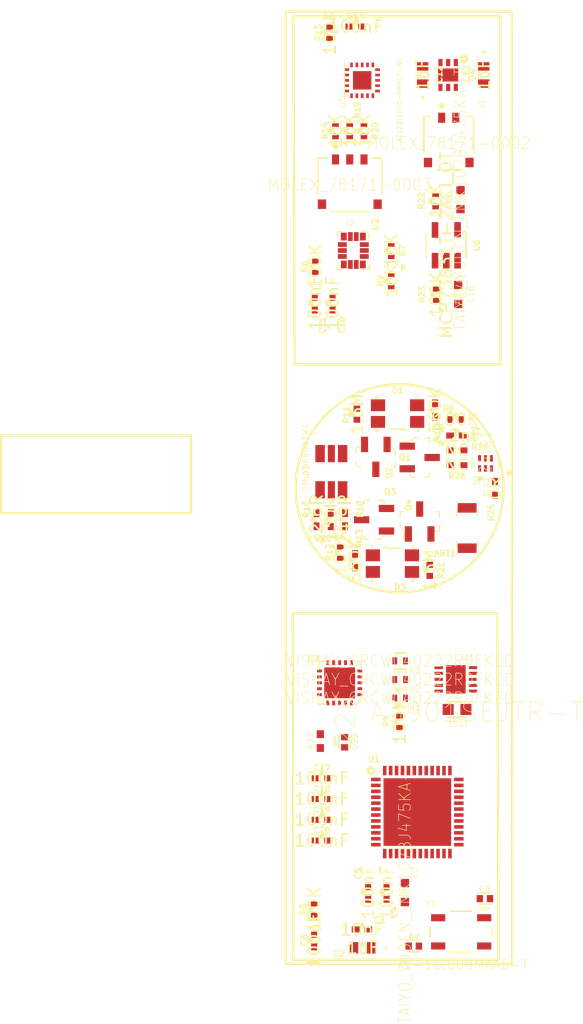
<source format=kicad_pcb>
(kicad_pcb (version 20171130) (host pcbnew "(5.0.0-3-g0214c9d)")

  (general
    (thickness 1.6)
    (drawings 17)
    (tracks 0)
    (zones 0)
    (modules 68)
    (nets 101)
  )

  (page A4)
  (layers
    (0 F.Cu signal)
    (1 In1.Cu signal)
    (2 In2.Cu signal)
    (31 B.Cu signal)
    (33 F.Adhes user)
    (35 F.Paste user)
    (37 F.SilkS user)
    (39 F.Mask user)
    (40 Dwgs.User user)
    (41 Cmts.User user)
    (42 Eco1.User user)
    (43 Eco2.User user)
    (44 Edge.Cuts user)
    (45 Margin user)
    (46 B.CrtYd user)
    (47 F.CrtYd user)
    (49 F.Fab user)
  )

  (setup
    (last_trace_width 0.25)
    (trace_clearance 0.2)
    (zone_clearance 0.508)
    (zone_45_only no)
    (trace_min 0.2)
    (segment_width 0.2)
    (edge_width 0.15)
    (via_size 0.8)
    (via_drill 0.4)
    (via_min_size 0.4)
    (via_min_drill 0.3)
    (uvia_size 0.3)
    (uvia_drill 0.1)
    (uvias_allowed no)
    (uvia_min_size 0.2)
    (uvia_min_drill 0.1)
    (pcb_text_width 0.3)
    (pcb_text_size 1.5 1.5)
    (mod_edge_width 0.15)
    (mod_text_size 1 1)
    (mod_text_width 0.15)
    (pad_size 1.524 1.524)
    (pad_drill 0.762)
    (pad_to_mask_clearance 0.2)
    (aux_axis_origin 0 0)
    (visible_elements FFFDF77F)
    (pcbplotparams
      (layerselection 0x010fc_ffffffff)
      (usegerberextensions false)
      (usegerberattributes false)
      (usegerberadvancedattributes false)
      (creategerberjobfile false)
      (excludeedgelayer true)
      (linewidth 0.100000)
      (plotframeref false)
      (viasonmask false)
      (mode 1)
      (useauxorigin false)
      (hpglpennumber 1)
      (hpglpenspeed 20)
      (hpglpendiameter 15.000000)
      (psnegative false)
      (psa4output false)
      (plotreference true)
      (plotvalue true)
      (plotinvisibletext false)
      (padsonsilk false)
      (subtractmaskfromsilk false)
      (outputformat 1)
      (mirror false)
      (drillshape 1)
      (scaleselection 1)
      (outputdirectory ""))
  )

  (net 0 "")
  (net 1 "Net-(ANT1-Pad1)")
  (net 2 "Net-(ANT1-Pad2)")
  (net 3 "Net-(B1-Pad1)")
  (net 4 GND)
  (net 5 ANT2)
  (net 6 ANT1)
  (net 7 VDD_PA)
  (net 8 "Net-(B1-Pad6)")
  (net 9 +3V3)
  (net 10 MCU_X1_16MHZ)
  (net 11 MCU_X2_16MHZ)
  (net 12 +BATT)
  (net 13 "Net-(C15-Pad1)")
  (net 14 "Net-(C22-Pad1)")
  (net 15 "Net-(D1-PadA)")
  (net 16 "Net-(D2-Pad6)")
  (net 17 "Net-(D2-Pad4)")
  (net 18 "Net-(D2-Pad5)")
  (net 19 "Net-(D3-PadA)")
  (net 20 "Net-(J1-Pad3)")
  (net 21 "Net-(J1-Pad4)")
  (net 22 "Net-(J2-Pad5)")
  (net 23 "Net-(J2-Pad4)")
  (net 24 "Net-(J2-Pad1)")
  (net 25 "Net-(J2-Pad2)")
  (net 26 "Net-(J2-Pad3)")
  (net 27 "Net-(Q1-Pad1)")
  (net 28 PHOTODIODE_1)
  (net 29 "Net-(Q3-Pad1)")
  (net 30 PHOTODIODE_2)
  (net 31 "Net-(P1-Pad2)")
  (net 32 SWDIO)
  (net 33 NRST)
  (net 34 "Net-(P1-Pad3)")
  (net 35 "Net-(P1-Pad4)")
  (net 36 SWCLK)
  (net 37 "Net-(R27-Pad2)")
  (net 38 "Net-(U1-Pad2)")
  (net 39 "Net-(U1-Pad3)")
  (net 40 "Net-(U1-Pad4)")
  (net 41 NSRT)
  (net 42 MOTOR_CONTROL1)
  (net 43 MOTOR_CONTROL2)
  (net 44 MOTOR_CONTROL3)
  (net 45 MOTOR_CONTROL4)
  (net 46 CSN)
  (net 47 SCK)
  (net 48 MISO)
  (net 49 MOSI)
  (net 50 RADIO_CE)
  (net 51 TOUCH_CHG)
  (net 52 SCL)
  (net 53 SDA)
  (net 54 IMU_INT)
  (net 55 CHARGING)
  (net 56 "Net-(U1-Pad27)")
  (net 57 "Net-(U1-Pad28)")
  (net 58 RADIO_CLK)
  (net 59 RGBLED3)
  (net 60 RGBLED1)
  (net 61 RGBLED2)
  (net 62 "Net-(U1-Pad33)")
  (net 63 "Net-(U1-Pad35)")
  (net 64 "Net-(U1-Pad36)")
  (net 65 RADIO_IRQ)
  (net 66 "Net-(U1-Pad39)")
  (net 67 IO1)
  (net 68 IO2)
  (net 69 "Net-(R4-Pad1)")
  (net 70 "Net-(U1-Pad45)")
  (net 71 "Net-(P3-Pad2)")
  (net 72 "Net-(P3-Pad1)")
  (net 73 "Net-(P2-Pad2)")
  (net 74 "Net-(P2-Pad1)")
  (net 75 "Net-(U3-Pad11)")
  (net 76 "Net-(U4-Pad2)")
  (net 77 "Net-(U4-Pad5)")
  (net 78 "Net-(U4-Pad7)")
  (net 79 "Net-(U7-Pad9)")
  (net 80 "Net-(Y1-Pad4)")
  (net 81 "Net-(Y1-Pad2)")
  (net 82 "Net-(R14-Pad1)")
  (net 83 ~TOUCH_CHG~)
  (net 84 "Net-(R19-Pad1)")
  (net 85 "Net-(R20-Pad1)")
  (net 86 Charging)
  (net 87 "Net-(U2-Pad11)")
  (net 88 "Net-(U2-Pad10)")
  (net 89 "Net-(U2-Pad9)")
  (net 90 "Net-(R22-Pad2)")
  (net 91 "Net-(U5-Pad6)")
  (net 92 "Net-(U5-Pad10)")
  (net 93 "Net-(U5-Pad20)")
  (net 94 "Net-(U5-Pad16)")
  (net 95 "Net-(U5-Pad1)")
  (net 96 "Net-(U5-Pad5)")
  (net 97 "Net-(U5-Pad19)")
  (net 98 "Net-(U5-Pad17)")
  (net 99 "Net-(U5-Pad18)")
  (net 100 "Net-(U5-Pad7)")

  (net_class Default "This is the default net class."
    (clearance 0.2)
    (trace_width 0.25)
    (via_dia 0.8)
    (via_drill 0.4)
    (uvia_dia 0.3)
    (uvia_drill 0.1)
    (add_net +3V3)
    (add_net +BATT)
    (add_net ANT1)
    (add_net ANT2)
    (add_net CHARGING)
    (add_net CSN)
    (add_net Charging)
    (add_net GND)
    (add_net IMU_INT)
    (add_net IO1)
    (add_net IO2)
    (add_net MCU_X1_16MHZ)
    (add_net MCU_X2_16MHZ)
    (add_net MISO)
    (add_net MOSI)
    (add_net MOTOR_CONTROL1)
    (add_net MOTOR_CONTROL2)
    (add_net MOTOR_CONTROL3)
    (add_net MOTOR_CONTROL4)
    (add_net NRST)
    (add_net NSRT)
    (add_net "Net-(ANT1-Pad1)")
    (add_net "Net-(ANT1-Pad2)")
    (add_net "Net-(B1-Pad1)")
    (add_net "Net-(B1-Pad6)")
    (add_net "Net-(C15-Pad1)")
    (add_net "Net-(C22-Pad1)")
    (add_net "Net-(D1-PadA)")
    (add_net "Net-(D2-Pad4)")
    (add_net "Net-(D2-Pad5)")
    (add_net "Net-(D2-Pad6)")
    (add_net "Net-(D3-PadA)")
    (add_net "Net-(J1-Pad3)")
    (add_net "Net-(J1-Pad4)")
    (add_net "Net-(J2-Pad1)")
    (add_net "Net-(J2-Pad2)")
    (add_net "Net-(J2-Pad3)")
    (add_net "Net-(J2-Pad4)")
    (add_net "Net-(J2-Pad5)")
    (add_net "Net-(P1-Pad2)")
    (add_net "Net-(P1-Pad3)")
    (add_net "Net-(P1-Pad4)")
    (add_net "Net-(P2-Pad1)")
    (add_net "Net-(P2-Pad2)")
    (add_net "Net-(P3-Pad1)")
    (add_net "Net-(P3-Pad2)")
    (add_net "Net-(Q1-Pad1)")
    (add_net "Net-(Q3-Pad1)")
    (add_net "Net-(R14-Pad1)")
    (add_net "Net-(R19-Pad1)")
    (add_net "Net-(R20-Pad1)")
    (add_net "Net-(R22-Pad2)")
    (add_net "Net-(R27-Pad2)")
    (add_net "Net-(R4-Pad1)")
    (add_net "Net-(U1-Pad2)")
    (add_net "Net-(U1-Pad27)")
    (add_net "Net-(U1-Pad28)")
    (add_net "Net-(U1-Pad3)")
    (add_net "Net-(U1-Pad33)")
    (add_net "Net-(U1-Pad35)")
    (add_net "Net-(U1-Pad36)")
    (add_net "Net-(U1-Pad39)")
    (add_net "Net-(U1-Pad4)")
    (add_net "Net-(U1-Pad45)")
    (add_net "Net-(U2-Pad10)")
    (add_net "Net-(U2-Pad11)")
    (add_net "Net-(U2-Pad9)")
    (add_net "Net-(U3-Pad11)")
    (add_net "Net-(U4-Pad2)")
    (add_net "Net-(U4-Pad5)")
    (add_net "Net-(U4-Pad7)")
    (add_net "Net-(U5-Pad1)")
    (add_net "Net-(U5-Pad10)")
    (add_net "Net-(U5-Pad16)")
    (add_net "Net-(U5-Pad17)")
    (add_net "Net-(U5-Pad18)")
    (add_net "Net-(U5-Pad19)")
    (add_net "Net-(U5-Pad20)")
    (add_net "Net-(U5-Pad5)")
    (add_net "Net-(U5-Pad6)")
    (add_net "Net-(U5-Pad7)")
    (add_net "Net-(U7-Pad9)")
    (add_net "Net-(Y1-Pad2)")
    (add_net "Net-(Y1-Pad4)")
    (add_net PHOTODIODE_1)
    (add_net PHOTODIODE_2)
    (add_net RADIO_CE)
    (add_net RADIO_CLK)
    (add_net RADIO_IRQ)
    (add_net RGBLED1)
    (add_net RGBLED2)
    (add_net RGBLED3)
    (add_net SCK)
    (add_net SCL)
    (add_net SDA)
    (add_net SWCLK)
    (add_net SWDIO)
    (add_net TOUCH_CHG)
    (add_net VDD_PA)
    (add_net ~TOUCH_CHG~)
  )

  (module AT42QT1070-MMHCT-ND:VQFN_20PAD (layer F.Cu) (tedit 5BCF9D5C) (tstamp 5BD09DEB)
    (at 219.2 75.3 90)
    (path /5C2F3CED)
    (attr smd)
    (fp_text reference U5 (at -1.85 -1.7 90) (layer F.SilkS)
      (effects (font (size 0.5 0.5) (thickness 0.05)))
    )
    (fp_text value AT42QT1070-MMHCT-ND (at -1.63183 3.15614 90) (layer F.SilkS)
      (effects (font (size 0.377296 0.377296) (thickness 0.05)))
    )
    (fp_circle (center -1.3 -1.3) (end -1.2 -1.3) (layer F.SilkS) (width 0))
    (fp_line (start 1.5 -1.5) (end 1.5 1.5) (layer F.SilkS) (width 0.01))
    (fp_line (start -1.5 -1.5) (end 1.5 -1.5) (layer F.SilkS) (width 0))
    (fp_line (start -1.5 1.5) (end -1.5 -1.5) (layer F.SilkS) (width 0.01))
    (fp_line (start 1.5 1.5) (end -1.5 1.5) (layer F.SilkS) (width 0.01))
    (fp_poly (pts (xy 0.775 -0.775) (xy -0.598225 -0.775) (xy -0.775 -0.598225) (xy -0.775 0.775)
      (xy 0.775 0.775)) (layer Dwgs.User) (width 0))
    (fp_poly (pts (xy -0.79 1.5) (xy -0.79 1.1) (xy -0.89 1.1) (xy -1.01 1.29)
      (xy -1.01 1.5)) (layer Dwgs.User) (width 0))
    (fp_poly (pts (xy 0.79 -1.5) (xy 0.79 -1.1) (xy 0.89 -1.1) (xy 1.01 -1.29)
      (xy 1.01 -1.5)) (layer Dwgs.User) (width 0))
    (fp_poly (pts (xy 1.5 0.79) (xy 1.1 0.79) (xy 1.1 0.89) (xy 1.29 1.01)
      (xy 1.5 1.01)) (layer Dwgs.User) (width 0))
    (fp_poly (pts (xy -1.5 -0.79) (xy -1.1 -0.79) (xy -1.1 -0.89) (xy -1.29 -1.01)
      (xy -1.5 -1.01)) (layer Dwgs.User) (width 0))
    (fp_poly (pts (xy 0.79 1.5) (xy 0.79 1.1) (xy 0.89 1.1) (xy 1.01 1.29)
      (xy 1.01 1.5)) (layer Dwgs.User) (width 0))
    (fp_poly (pts (xy -0.79 -1.5) (xy -0.79 -1.1) (xy -0.89 -1.1) (xy -1.01 -1.29)
      (xy -1.01 -1.5)) (layer Dwgs.User) (width 0))
    (fp_poly (pts (xy -1.5 0.79) (xy -1.1 0.79) (xy -1.1 0.89) (xy -1.29 1.01)
      (xy -1.5 1.01)) (layer Dwgs.User) (width 0))
    (fp_poly (pts (xy 1.5 -0.79) (xy 1.1 -0.79) (xy 1.1 -0.89) (xy 1.29 -1.01)
      (xy 1.5 -1.01)) (layer Dwgs.User) (width 0))
    (pad GND smd rect (at 0 0 270) (size 1.55 1.55) (layers F.Cu F.Paste F.Mask))
    (pad 6 smd rect (at -0.9 1.3) (size 0.4 0.22) (layers F.Cu F.Paste F.Mask)
      (net 91 "Net-(U5-Pad6)"))
    (pad 10 smd rect (at 0.9 1.3) (size 0.4 0.22) (layers F.Cu F.Paste F.Mask)
      (net 92 "Net-(U5-Pad10)"))
    (pad 20 smd rect (at -0.9 -1.3) (size 0.4 0.22) (layers F.Cu F.Paste F.Mask)
      (net 93 "Net-(U5-Pad20)"))
    (pad 16 smd rect (at 0.9 -1.3) (size 0.4 0.22) (layers F.Cu F.Paste F.Mask)
      (net 94 "Net-(U5-Pad16)"))
    (pad 1 smd rect (at -1.3 -0.9 270) (size 0.4 0.22) (layers F.Cu F.Paste F.Mask)
      (net 95 "Net-(U5-Pad1)"))
    (pad 15 smd rect (at 1.3 -0.9 270) (size 0.4 0.22) (layers F.Cu F.Paste F.Mask)
      (net 52 SCL))
    (pad 5 smd rect (at -1.3 0.9 270) (size 0.4 0.22) (layers F.Cu F.Paste F.Mask)
      (net 96 "Net-(U5-Pad5)"))
    (pad 11 smd rect (at 1.3 0.9 270) (size 0.4 0.22) (layers F.Cu F.Paste F.Mask)
      (net 4 GND))
    (pad 19 smd rect (at -0.45 -1.3) (size 0.4 0.22) (layers F.Cu F.Paste F.Mask)
      (net 97 "Net-(U5-Pad19)"))
    (pad 17 smd rect (at 0.45 -1.3) (size 0.4 0.22) (layers F.Cu F.Paste F.Mask)
      (net 98 "Net-(U5-Pad17)"))
    (pad 18 smd rect (at 0 -1.3) (size 0.4 0.22) (layers F.Cu F.Paste F.Mask)
      (net 99 "Net-(U5-Pad18)"))
    (pad 7 smd rect (at -0.45 1.3) (size 0.4 0.22) (layers F.Cu F.Paste F.Mask)
      (net 100 "Net-(U5-Pad7)"))
    (pad 9 smd rect (at 0.45 1.3) (size 0.4 0.22) (layers F.Cu F.Paste F.Mask)
      (net 9 +3V3))
    (pad 8 smd rect (at 0 1.3) (size 0.4 0.22) (layers F.Cu F.Paste F.Mask)
      (net 4 GND))
    (pad 2 smd rect (at -1.3 -0.45 270) (size 0.4 0.22) (layers F.Cu F.Paste F.Mask)
      (net 85 "Net-(R20-Pad1)"))
    (pad 4 smd rect (at -1.3 0.45 270) (size 0.4 0.22) (layers F.Cu F.Paste F.Mask)
      (net 82 "Net-(R14-Pad1)"))
    (pad 3 smd rect (at -1.3 0 270) (size 0.4 0.22) (layers F.Cu F.Paste F.Mask)
      (net 84 "Net-(R19-Pad1)"))
    (pad 14 smd rect (at 1.3 -0.45 270) (size 0.4 0.22) (layers F.Cu F.Paste F.Mask)
      (net 83 ~TOUCH_CHG~))
    (pad 12 smd rect (at 1.3 0.45 270) (size 0.4 0.22) (layers F.Cu F.Paste F.Mask)
      (net 53 SDA))
    (pad 13 smd rect (at 1.3 0 270) (size 0.4 0.22) (layers F.Cu F.Paste F.Mask)
      (net 9 +3V3))
  )

  (module 10uF:CAPC1608X9N (layer F.Cu) (tedit 0) (tstamp 5BD02C8E)
    (at 227.2 128.35)
    (path /5C87B1FB)
    (attr smd)
    (fp_text reference C9 (at 0.044623 0.817845) (layer F.SilkS)
      (effects (font (size 0.480732 0.480732) (thickness 0.05)))
    )
    (fp_text value 10uF (at 0.12711 1.22026) (layer F.SilkS)
      (effects (font (size 0.480416 0.480416) (thickness 0.05)))
    )
    (fp_line (start -1.47 0.72) (end -1.47 -0.72) (layer Eco1.User) (width 0.05))
    (fp_line (start 1.47 0.72) (end -1.47 0.72) (layer Eco1.User) (width 0.05))
    (fp_line (start 1.47 -0.72) (end 1.47 0.72) (layer Eco1.User) (width 0.05))
    (fp_line (start -1.47 -0.72) (end 1.47 -0.72) (layer Eco1.User) (width 0.05))
    (fp_line (start -0.8 0.645) (end 0.8 0.645) (layer F.SilkS) (width 0.127))
    (fp_line (start -0.8 -0.645) (end 0.8 -0.645) (layer F.SilkS) (width 0.127))
    (fp_line (start 0.85 0.45) (end -0.85 0.45) (layer Dwgs.User) (width 0.127))
    (fp_line (start 0.85 -0.45) (end 0.85 0.45) (layer Dwgs.User) (width 0.127))
    (fp_line (start -0.85 -0.45) (end 0.85 -0.45) (layer Dwgs.User) (width 0.127))
    (fp_line (start -0.85 0.45) (end -0.85 -0.45) (layer Dwgs.User) (width 0.127))
    (pad 2 smd rect (at 0.75 0) (size 0.93 0.93) (layers F.Cu F.Paste F.Mask)
      (net 4 GND))
    (pad 1 smd rect (at -0.75 0) (size 0.93 0.93) (layers F.Cu F.Paste F.Mask)
      (net 9 +3V3))
  )

  (module 1uF:0603ZD105KAT2A (layer F.Cu) (tedit 5BCF9A75) (tstamp 5BD02C44)
    (at 224.3 74.85 90)
    (path /5BCEE5F0)
    (fp_text reference C12 (at 0.05 1.4 90) (layer F.SilkS)
      (effects (font (size 0.5 0.5) (thickness 0.125)))
    )
    (fp_text value 1uF (at 0 0 90) (layer F.SilkS)
      (effects (font (size 1 1) (thickness 0.15)))
    )
    (fp_circle (center -1.9177 0) (end -1.8415 0) (layer F.SilkS) (width 0.1524))
    (fp_circle (center -0.5969 0) (end -0.5207 0) (layer F.Fab) (width 0.1524))
    (fp_line (start 1.3335 0.7366) (end -1.3335 0.7366) (layer F.CrtYd) (width 0.1524))
    (fp_line (start 1.3335 -0.7366) (end 1.3335 0.7366) (layer F.CrtYd) (width 0.1524))
    (fp_line (start -1.3335 -0.7366) (end 1.3335 -0.7366) (layer F.CrtYd) (width 0.1524))
    (fp_line (start -1.3335 0.7366) (end -1.3335 -0.7366) (layer F.CrtYd) (width 0.1524))
    (fp_line (start -0.8763 -0.4826) (end -0.8763 0.4826) (layer F.Fab) (width 0.1524))
    (fp_line (start 0.8763 -0.4826) (end -0.8763 -0.4826) (layer F.Fab) (width 0.1524))
    (fp_line (start 0.8763 0.4826) (end 0.8763 -0.4826) (layer F.Fab) (width 0.1524))
    (fp_line (start -0.8763 0.4826) (end 0.8763 0.4826) (layer F.Fab) (width 0.1524))
    (fp_line (start 0.8763 -0.4826) (end 0.3683 -0.4826) (layer F.Fab) (width 0.1524))
    (fp_line (start 0.8763 0.4826) (end 0.8763 -0.4826) (layer F.Fab) (width 0.1524))
    (fp_line (start 0.3683 0.4826) (end 0.8763 0.4826) (layer F.Fab) (width 0.1524))
    (fp_line (start 0.3683 -0.4826) (end 0.3683 0.4826) (layer F.Fab) (width 0.1524))
    (fp_line (start -0.8763 0.4826) (end -0.3683 0.4826) (layer F.Fab) (width 0.1524))
    (fp_line (start -0.8763 -0.4826) (end -0.8763 0.4826) (layer F.Fab) (width 0.1524))
    (fp_line (start -0.3683 -0.4826) (end -0.8763 -0.4826) (layer F.Fab) (width 0.1524))
    (fp_line (start -0.3683 0.4826) (end -0.3683 -0.4826) (layer F.Fab) (width 0.1524))
    (fp_text user * (at 0 0 90) (layer F.Fab)
      (effects (font (size 1 1) (thickness 0.15)))
    )
    (fp_text user * (at 0 0 90) (layer F.SilkS)
      (effects (font (size 1 1) (thickness 0.15)))
    )
    (fp_text user "Copyright 2016 Accelerated Designs. All rights reserved." (at 0 0 90) (layer Cmts.User)
      (effects (font (size 0.127 0.127) (thickness 0.002)))
    )
    (pad 2 smd rect (at 0.7239 0 90) (size 0.7112 0.9652) (layers F.Cu F.Paste F.Mask)
      (net 4 GND))
    (pad 1 smd rect (at -0.7239 0 90) (size 0.7112 0.9652) (layers F.Cu F.Paste F.Mask)
      (net 12 +BATT))
  )

  (module 1uF:0603ZD105KAT2A (layer F.Cu) (tedit 5BCF96EC) (tstamp 5BD02C2A)
    (at 219.23206 148.446697 180)
    (path /5BD3EEE1)
    (fp_text reference C2 (at 1.98206 -0.503303 180) (layer F.SilkS)
      (effects (font (size 0.5 0.5) (thickness 0.125)))
    )
    (fp_text value 1uF (at 0 0 180) (layer F.SilkS)
      (effects (font (size 1 1) (thickness 0.15)))
    )
    (fp_circle (center -1.9177 0) (end -1.8415 0) (layer F.SilkS) (width 0.1524))
    (fp_circle (center -0.5969 0) (end -0.5207 0) (layer F.Fab) (width 0.1524))
    (fp_line (start 1.3335 0.7366) (end -1.3335 0.7366) (layer F.CrtYd) (width 0.1524))
    (fp_line (start 1.3335 -0.7366) (end 1.3335 0.7366) (layer F.CrtYd) (width 0.1524))
    (fp_line (start -1.3335 -0.7366) (end 1.3335 -0.7366) (layer F.CrtYd) (width 0.1524))
    (fp_line (start -1.3335 0.7366) (end -1.3335 -0.7366) (layer F.CrtYd) (width 0.1524))
    (fp_line (start -0.8763 -0.4826) (end -0.8763 0.4826) (layer F.Fab) (width 0.1524))
    (fp_line (start 0.8763 -0.4826) (end -0.8763 -0.4826) (layer F.Fab) (width 0.1524))
    (fp_line (start 0.8763 0.4826) (end 0.8763 -0.4826) (layer F.Fab) (width 0.1524))
    (fp_line (start -0.8763 0.4826) (end 0.8763 0.4826) (layer F.Fab) (width 0.1524))
    (fp_line (start 0.8763 -0.4826) (end 0.3683 -0.4826) (layer F.Fab) (width 0.1524))
    (fp_line (start 0.8763 0.4826) (end 0.8763 -0.4826) (layer F.Fab) (width 0.1524))
    (fp_line (start 0.3683 0.4826) (end 0.8763 0.4826) (layer F.Fab) (width 0.1524))
    (fp_line (start 0.3683 -0.4826) (end 0.3683 0.4826) (layer F.Fab) (width 0.1524))
    (fp_line (start -0.8763 0.4826) (end -0.3683 0.4826) (layer F.Fab) (width 0.1524))
    (fp_line (start -0.8763 -0.4826) (end -0.8763 0.4826) (layer F.Fab) (width 0.1524))
    (fp_line (start -0.3683 -0.4826) (end -0.8763 -0.4826) (layer F.Fab) (width 0.1524))
    (fp_line (start -0.3683 0.4826) (end -0.3683 -0.4826) (layer F.Fab) (width 0.1524))
    (fp_text user * (at 0 0 180) (layer F.Fab)
      (effects (font (size 1 1) (thickness 0.15)))
    )
    (fp_text user * (at 0 0 180) (layer F.SilkS)
      (effects (font (size 1 1) (thickness 0.15)))
    )
    (fp_text user "Copyright 2016 Accelerated Designs. All rights reserved." (at 0 0 180) (layer Cmts.User)
      (effects (font (size 0.127 0.127) (thickness 0.002)))
    )
    (pad 2 smd rect (at 0.7239 0 180) (size 0.7112 0.9652) (layers F.Cu F.Paste F.Mask)
      (net 4 GND))
    (pad 1 smd rect (at -0.7239 0 180) (size 0.7112 0.9652) (layers F.Cu F.Paste F.Mask)
      (net 9 +3V3))
  )

  (module 1uF:0603ZD105KAT2A (layer F.Cu) (tedit 5BCF9A7F) (tstamp 5BD02C10)
    (at 229.45 74.85 270)
    (path /5BCEB291)
    (fp_text reference C13 (at -0.109066 1.444024 270) (layer F.SilkS)
      (effects (font (size 0.5 0.5) (thickness 0.125)))
    )
    (fp_text value 1uF (at 0 0 270) (layer F.SilkS)
      (effects (font (size 1 1) (thickness 0.15)))
    )
    (fp_circle (center -1.9177 0) (end -1.8415 0) (layer F.SilkS) (width 0.1524))
    (fp_circle (center -0.5969 0) (end -0.5207 0) (layer F.Fab) (width 0.1524))
    (fp_line (start 1.3335 0.7366) (end -1.3335 0.7366) (layer F.CrtYd) (width 0.1524))
    (fp_line (start 1.3335 -0.7366) (end 1.3335 0.7366) (layer F.CrtYd) (width 0.1524))
    (fp_line (start -1.3335 -0.7366) (end 1.3335 -0.7366) (layer F.CrtYd) (width 0.1524))
    (fp_line (start -1.3335 0.7366) (end -1.3335 -0.7366) (layer F.CrtYd) (width 0.1524))
    (fp_line (start -0.8763 -0.4826) (end -0.8763 0.4826) (layer F.Fab) (width 0.1524))
    (fp_line (start 0.8763 -0.4826) (end -0.8763 -0.4826) (layer F.Fab) (width 0.1524))
    (fp_line (start 0.8763 0.4826) (end 0.8763 -0.4826) (layer F.Fab) (width 0.1524))
    (fp_line (start -0.8763 0.4826) (end 0.8763 0.4826) (layer F.Fab) (width 0.1524))
    (fp_line (start 0.8763 -0.4826) (end 0.3683 -0.4826) (layer F.Fab) (width 0.1524))
    (fp_line (start 0.8763 0.4826) (end 0.8763 -0.4826) (layer F.Fab) (width 0.1524))
    (fp_line (start 0.3683 0.4826) (end 0.8763 0.4826) (layer F.Fab) (width 0.1524))
    (fp_line (start 0.3683 -0.4826) (end 0.3683 0.4826) (layer F.Fab) (width 0.1524))
    (fp_line (start -0.8763 0.4826) (end -0.3683 0.4826) (layer F.Fab) (width 0.1524))
    (fp_line (start -0.8763 -0.4826) (end -0.8763 0.4826) (layer F.Fab) (width 0.1524))
    (fp_line (start -0.3683 -0.4826) (end -0.8763 -0.4826) (layer F.Fab) (width 0.1524))
    (fp_line (start -0.3683 0.4826) (end -0.3683 -0.4826) (layer F.Fab) (width 0.1524))
    (fp_text user * (at 0 0 270) (layer F.Fab)
      (effects (font (size 1 1) (thickness 0.15)))
    )
    (fp_text user * (at 0 0 270) (layer F.SilkS)
      (effects (font (size 1 1) (thickness 0.15)))
    )
    (fp_text user "Copyright 2016 Accelerated Designs. All rights reserved." (at 0 0 270) (layer Cmts.User)
      (effects (font (size 0.127 0.127) (thickness 0.002)))
    )
    (pad 2 smd rect (at 0.7239 0 270) (size 0.7112 0.9652) (layers F.Cu F.Paste F.Mask)
      (net 4 GND))
    (pad 1 smd rect (at -0.7239 0 270) (size 0.7112 0.9652) (layers F.Cu F.Paste F.Mask)
      (net 9 +3V3))
  )

  (module 33nF:CAPC1005X55N (layer F.Cu) (tedit 5BCF9458) (tstamp 5BD02ABD)
    (at 217.718104 131.114499 270)
    (path /5C7B126D)
    (attr smd)
    (fp_text reference C22 (at -0.064499 -0.881896 270) (layer F.SilkS)
      (effects (font (size 0.5 0.5) (thickness 0.05)))
    )
    (fp_text value 33nF (at -0.038286 0.854076 270) (layer F.SilkS)
      (effects (font (size 0.241833 0.241833) (thickness 0.05)))
    )
    (fp_line (start 0.85 0.54) (end 0.85 -0.54) (layer Eco1.User) (width 0.05))
    (fp_line (start -0.85 0.54) (end 0.85 0.54) (layer Eco1.User) (width 0.05))
    (fp_line (start -0.85 -0.54) (end -0.85 0.54) (layer Eco1.User) (width 0.05))
    (fp_line (start 0.85 -0.54) (end -0.85 -0.54) (layer Eco1.User) (width 0.05))
    (fp_line (start -0.5 0.48) (end 0.5 0.48) (layer F.SilkS) (width 0.127))
    (fp_line (start 0.5 -0.48) (end -0.5 -0.48) (layer F.SilkS) (width 0.127))
    (fp_line (start 0.53 0.28) (end 0.53 -0.28) (layer Dwgs.User) (width 0.127))
    (fp_line (start -0.53 0.28) (end 0.53 0.28) (layer Dwgs.User) (width 0.127))
    (fp_line (start -0.53 -0.28) (end -0.53 0.28) (layer Dwgs.User) (width 0.127))
    (fp_line (start 0.53 -0.28) (end -0.53 -0.28) (layer Dwgs.User) (width 0.127))
    (pad 2 smd rect (at 0.43 0) (size 0.6 0.54) (layers F.Cu F.Paste F.Mask)
      (net 4 GND))
    (pad 1 smd rect (at -0.43 0) (size 0.6 0.54) (layers F.Cu F.Paste F.Mask)
      (net 14 "Net-(C22-Pad1)"))
  )

  (module JOHANSON_2450BM14A0002T:JOHANSON_2450BM14A0002T_0 (layer F.Cu) (tedit 5BCF9ACA) (tstamp 5BD029AB)
    (at 229.6 107.6 90)
    (descr "2.45 GHz Impedance Matched Balun-Filter")
    (path /5BCCE6A6)
    (attr smd)
    (fp_text reference B1 (at -1.35 -0.75 90) (layer F.SilkS)
      (effects (font (size 0.5 0.5) (thickness 0.05)))
    )
    (fp_text value nrf24l01 (at 0 0 90) (layer F.SilkS)
      (effects (font (size 1 0.9) (thickness 0.05)))
    )
    (fp_circle (center -1.275 -0.5) (end -1.025 -0.5) (layer F.SilkS) (width 0))
    (fp_line (start 0.8 0.95) (end -0.8 0.95) (layer Dwgs.User) (width 0.1))
    (fp_line (start 0.8 -0.95) (end 0.8 0.95) (layer Dwgs.User) (width 0.1))
    (fp_line (start -0.8 -0.95) (end 0.8 -0.95) (layer Dwgs.User) (width 0.1))
    (fp_line (start -0.8 0.95) (end -0.8 -0.95) (layer Dwgs.User) (width 0.1))
    (fp_line (start -0.4 1.1) (end 0.4 1.1) (layer F.SilkS) (width 0.15))
    (fp_line (start -0.4 -1.1) (end 0.4 -1.1) (layer F.SilkS) (width 0.15))
    (fp_line (start 0.4 0.8) (end -0.4 0.8) (layer Dwgs.User) (width 0.15))
    (fp_line (start 0.4 -0.8) (end 0.4 0.8) (layer Dwgs.User) (width 0.15))
    (fp_line (start -0.4 -0.8) (end 0.4 -0.8) (layer Dwgs.User) (width 0.15))
    (fp_line (start -0.4 0.8) (end -0.4 -0.8) (layer Dwgs.User) (width 0.15))
    (pad 6 smd rect (at 0.425 -0.5 90) (size 0.55 0.25) (layers F.Cu F.Paste F.Mask)
      (net 8 "Net-(B1-Pad6)"))
    (pad 5 smd rect (at 0.425 0 90) (size 0.55 0.25) (layers F.Cu F.Paste F.Mask)
      (net 7 VDD_PA))
    (pad 4 smd rect (at 0.425 0.5 90) (size 0.55 0.25) (layers F.Cu F.Paste F.Mask)
      (net 6 ANT1))
    (pad 3 smd rect (at -0.425 0.5 90) (size 0.55 0.25) (layers F.Cu F.Paste F.Mask)
      (net 5 ANT2))
    (pad 2 smd rect (at -0.425 0 90) (size 0.55 0.25) (layers F.Cu F.Paste F.Mask)
      (net 4 GND))
    (pad 1 smd rect (at -0.425 -0.5 90) (size 0.55 0.25) (layers F.Cu F.Paste F.Mask)
      (net 3 "Net-(B1-Pad1)"))
  )

  (module 22pf_GRM1555C1H220JA01D:CAPC1005X55N (layer F.Cu) (tedit 5BCF95D5) (tstamp 5BCED4DD)
    (at 223.55 148.3 180)
    (path /5BDAB652)
    (attr smd)
    (fp_text reference C7 (at 0 0.8 180) (layer F.SilkS)
      (effects (font (size 0.5 0.5) (thickness 0.05)))
    )
    (fp_text value 22pF (at -0.038151 0.851042 180) (layer F.SilkS)
      (effects (font (size 0.240973 0.240973) (thickness 0.05)))
    )
    (fp_line (start 0.85 0.54) (end 0.85 -0.54) (layer Eco1.User) (width 0.05))
    (fp_line (start -0.85 0.54) (end 0.85 0.54) (layer Eco1.User) (width 0.05))
    (fp_line (start -0.85 -0.54) (end -0.85 0.54) (layer Eco1.User) (width 0.05))
    (fp_line (start 0.85 -0.54) (end -0.85 -0.54) (layer Eco1.User) (width 0.05))
    (fp_line (start -0.5 0.48) (end 0.5 0.48) (layer F.SilkS) (width 0.127))
    (fp_line (start 0.5 -0.48) (end -0.5 -0.48) (layer F.SilkS) (width 0.127))
    (fp_line (start 0.53 0.28) (end 0.53 -0.28) (layer Dwgs.User) (width 0.127))
    (fp_line (start -0.53 0.28) (end 0.53 0.28) (layer Dwgs.User) (width 0.127))
    (fp_line (start -0.53 -0.28) (end -0.53 0.28) (layer Dwgs.User) (width 0.127))
    (fp_line (start 0.53 -0.28) (end -0.53 -0.28) (layer Dwgs.User) (width 0.127))
    (pad 2 smd rect (at 0.43 0 270) (size 0.6 0.54) (layers F.Cu F.Paste F.Mask)
      (net 4 GND))
    (pad 1 smd rect (at -0.43 0 270) (size 0.6 0.54) (layers F.Cu F.Paste F.Mask)
      (net 10 MCU_X1_16MHZ))
  )

  (module 22pf_GRM1555C1H220JA01D:CAPC1005X55N (layer F.Cu) (tedit 5BCF95DA) (tstamp 5BCED4BF)
    (at 229.55 144.3)
    (path /5BDAB751)
    (attr smd)
    (fp_text reference C8 (at 0 -0.8) (layer F.SilkS)
      (effects (font (size 0.5 0.5) (thickness 0.05)))
    )
    (fp_text value 22pF (at -0.038151 0.851042) (layer F.SilkS)
      (effects (font (size 0.240973 0.240973) (thickness 0.05)))
    )
    (fp_line (start 0.85 0.54) (end 0.85 -0.54) (layer Eco1.User) (width 0.05))
    (fp_line (start -0.85 0.54) (end 0.85 0.54) (layer Eco1.User) (width 0.05))
    (fp_line (start -0.85 -0.54) (end -0.85 0.54) (layer Eco1.User) (width 0.05))
    (fp_line (start 0.85 -0.54) (end -0.85 -0.54) (layer Eco1.User) (width 0.05))
    (fp_line (start -0.5 0.48) (end 0.5 0.48) (layer F.SilkS) (width 0.127))
    (fp_line (start 0.5 -0.48) (end -0.5 -0.48) (layer F.SilkS) (width 0.127))
    (fp_line (start 0.53 0.28) (end 0.53 -0.28) (layer Dwgs.User) (width 0.127))
    (fp_line (start -0.53 0.28) (end 0.53 0.28) (layer Dwgs.User) (width 0.127))
    (fp_line (start -0.53 -0.28) (end -0.53 0.28) (layer Dwgs.User) (width 0.127))
    (fp_line (start 0.53 -0.28) (end -0.53 -0.28) (layer Dwgs.User) (width 0.127))
    (pad 2 smd rect (at 0.43 0 90) (size 0.6 0.54) (layers F.Cu F.Paste F.Mask)
      (net 4 GND))
    (pad 1 smd rect (at -0.43 0 90) (size 0.6 0.54) (layers F.Cu F.Paste F.Mask)
      (net 11 MCU_X2_16MHZ))
  )

  (module TAIYO_YUDEN_LMK107BJ475KA-T:TAIYO_YUDEN_LMK107BJ475KA-T_0 (layer F.Cu) (tedit 5BCF9706) (tstamp 5BCE9DE9)
    (at 222.804577 143.786128 90)
    (descr "4.7µF ±10% 10V Ceramic Capacitor X5R 0603")
    (path /5BD4DCAA)
    (attr smd)
    (fp_text reference C3 (at 1.68206 0.796697 90) (layer F.SilkS)
      (effects (font (size 0.5 0.5) (thickness 0.05)))
    )
    (fp_text value TAIYO_YUDEN_LMK107BJ475KA-T (at 0 0 90) (layer F.SilkS)
      (effects (font (size 1 0.9) (thickness 0.05)))
    )
    (fp_line (start 0 0.4) (end 0 -0.4) (layer F.SilkS) (width 0.15))
    (fp_line (start 1.25 0.55) (end -1.25 0.55) (layer Dwgs.User) (width 0.1))
    (fp_line (start 1.25 -0.55) (end 1.25 0.55) (layer Dwgs.User) (width 0.1))
    (fp_line (start -1.25 -0.55) (end 1.25 -0.55) (layer Dwgs.User) (width 0.1))
    (fp_line (start -1.25 0.55) (end -1.25 -0.55) (layer Dwgs.User) (width 0.1))
    (fp_line (start 0.8 0.4) (end -0.8 0.4) (layer Dwgs.User) (width 0.15))
    (fp_line (start 0.8 -0.4) (end 0.8 0.4) (layer Dwgs.User) (width 0.15))
    (fp_line (start -0.8 -0.4) (end 0.8 -0.4) (layer Dwgs.User) (width 0.15))
    (fp_line (start -0.8 0.4) (end -0.8 -0.4) (layer Dwgs.User) (width 0.15))
    (pad 2 smd rect (at 0.8 0 90) (size 0.7 0.7) (layers F.Cu F.Paste F.Mask)
      (net 4 GND))
    (pad 1 smd rect (at -0.8 0 90) (size 0.7 0.7) (layers F.Cu F.Paste F.Mask)
      (net 9 +3V3))
  )

  (module TAIYO_YUDEN_LMK107BJ475KA-T:TAIYO_YUDEN_LMK107BJ475KA-T_0 (layer F.Cu) (tedit 5BCF9A1B) (tstamp 5BCE9E50)
    (at 227.494175 85.357976 90)
    (descr "4.7µF ±10% 10V Ceramic Capacitor X5R 0603")
    (path /5BD270CE)
    (attr smd)
    (fp_text reference C15 (at 0 -1 90) (layer F.SilkS)
      (effects (font (size 0.5 0.5) (thickness 0.05)))
    )
    (fp_text value TAIYO_YUDEN_LMK107BJ475KA-T (at 0 0 90) (layer F.SilkS)
      (effects (font (size 1 0.9) (thickness 0.05)))
    )
    (fp_line (start 0 0.4) (end 0 -0.4) (layer F.SilkS) (width 0.15))
    (fp_line (start 1.25 0.55) (end -1.25 0.55) (layer Dwgs.User) (width 0.1))
    (fp_line (start 1.25 -0.55) (end 1.25 0.55) (layer Dwgs.User) (width 0.1))
    (fp_line (start -1.25 -0.55) (end 1.25 -0.55) (layer Dwgs.User) (width 0.1))
    (fp_line (start -1.25 0.55) (end -1.25 -0.55) (layer Dwgs.User) (width 0.1))
    (fp_line (start 0.8 0.4) (end -0.8 0.4) (layer Dwgs.User) (width 0.15))
    (fp_line (start 0.8 -0.4) (end 0.8 0.4) (layer Dwgs.User) (width 0.15))
    (fp_line (start -0.8 -0.4) (end 0.8 -0.4) (layer Dwgs.User) (width 0.15))
    (fp_line (start -0.8 0.4) (end -0.8 -0.4) (layer Dwgs.User) (width 0.15))
    (pad 2 smd rect (at 0.8 0 90) (size 0.7 0.7) (layers F.Cu F.Paste F.Mask)
      (net 4 GND))
    (pad 1 smd rect (at -0.8 0 90) (size 0.7 0.7) (layers F.Cu F.Paste F.Mask)
      (net 13 "Net-(C15-Pad1)"))
  )

  (module TAIYO_YUDEN_LMK107BJ475KA-T:TAIYO_YUDEN_LMK107BJ475KA-T_0 (layer F.Cu) (tedit 5BCF9A26) (tstamp 5BCE9E5F)
    (at 227.294175 93.357976 270)
    (descr "4.7µF ±10% 10V Ceramic Capacitor X5R 0603")
    (path /5BD26EAB)
    (attr smd)
    (fp_text reference C16 (at 0 -1.1 270) (layer F.SilkS)
      (effects (font (size 0.5 0.5) (thickness 0.05)))
    )
    (fp_text value Taiyo (at 0 0 270) (layer F.SilkS)
      (effects (font (size 1 0.9) (thickness 0.05)))
    )
    (fp_line (start 0 0.4) (end 0 -0.4) (layer F.SilkS) (width 0.15))
    (fp_line (start 1.25 0.55) (end -1.25 0.55) (layer Dwgs.User) (width 0.1))
    (fp_line (start 1.25 -0.55) (end 1.25 0.55) (layer Dwgs.User) (width 0.1))
    (fp_line (start -1.25 -0.55) (end 1.25 -0.55) (layer Dwgs.User) (width 0.1))
    (fp_line (start -1.25 0.55) (end -1.25 -0.55) (layer Dwgs.User) (width 0.1))
    (fp_line (start 0.8 0.4) (end -0.8 0.4) (layer Dwgs.User) (width 0.15))
    (fp_line (start 0.8 -0.4) (end 0.8 0.4) (layer Dwgs.User) (width 0.15))
    (fp_line (start -0.8 -0.4) (end 0.8 -0.4) (layer Dwgs.User) (width 0.15))
    (fp_line (start -0.8 0.4) (end -0.8 -0.4) (layer Dwgs.User) (width 0.15))
    (pad 2 smd rect (at 0.8 0 270) (size 0.7 0.7) (layers F.Cu F.Paste F.Mask)
      (net 4 GND))
    (pad 1 smd rect (at -0.8 0 270) (size 0.7 0.7) (layers F.Cu F.Paste F.Mask)
      (net 12 +BATT))
  )

  (module SMLVN6RGB1W1:LED310X280X60-6N (layer F.Cu) (tedit 5BCF9AFE) (tstamp 5BCE9EA3)
    (at 216.6 108.298309 270)
    (path /5C1560B4)
    (attr smd)
    (fp_text reference D2 (at -0.098309 2.119884 270) (layer F.SilkS)
      (effects (font (size 0.5 0.5) (thickness 0.05)))
    )
    (fp_text value SMLVN6RGB1W1 (at -1.22656 2.19618 270) (layer F.SilkS)
      (effects (font (size 0.480216 0.480216) (thickness 0.05)))
    )
    (fp_line (start -2.75 1.75) (end -2.75 -2) (layer Eco1.User) (width 0.127))
    (fp_line (start 2.75 1.75) (end -2.75 1.75) (layer Eco1.User) (width 0.127))
    (fp_line (start 2.75 -2) (end 2.75 1.75) (layer Eco1.User) (width 0.127))
    (fp_line (start -2.75 -2) (end 2.75 -2) (layer Eco1.User) (width 0.127))
    (fp_circle (center -2.1 -1.7) (end -2 -1.7) (layer F.SilkS) (width 0))
    (fp_line (start -0.8 -1.4) (end -1.5 -0.7) (layer Dwgs.User) (width 0.127))
    (fp_line (start -1.55 -1.4) (end -1.55 1.4) (layer Dwgs.User) (width 0.127))
    (fp_line (start -0.8 -1.4) (end -1.55 -1.4) (layer Dwgs.User) (width 0.127))
    (fp_line (start 1.55 -1.4) (end -0.8 -1.4) (layer Dwgs.User) (width 0.127))
    (fp_line (start 1.55 1.4) (end 1.55 -1.4) (layer Dwgs.User) (width 0.127))
    (fp_line (start -1.55 1.4) (end 1.55 1.4) (layer Dwgs.User) (width 0.127))
    (pad 5 smd rect (at 1.525 0 270) (size 1.45 0.6) (layers F.Cu F.Paste F.Mask)
      (net 18 "Net-(D2-Pad5)"))
    (pad 2 smd rect (at -1.525 0 270) (size 1.45 0.6) (layers F.Cu F.Paste F.Mask)
      (net 9 +3V3))
    (pad 4 smd rect (at 1.525 0.95 270) (size 1.45 0.8) (layers F.Cu F.Paste F.Mask)
      (net 17 "Net-(D2-Pad4)"))
    (pad 6 smd rect (at 1.525 -0.95 270) (size 1.45 0.8) (layers F.Cu F.Paste F.Mask)
      (net 16 "Net-(D2-Pad6)"))
    (pad 3 smd rect (at -1.525 0.95 270) (size 1.45 0.8) (layers F.Cu F.Paste F.Mask)
      (net 9 +3V3))
    (pad 1 smd rect (at -1.525 -0.95 270) (size 1.45 0.8) (layers F.Cu F.Paste F.Mask)
      (net 9 +3V3))
  )

  (module MOLEX_78171-0002:MOLEX_78171-0002_0 (layer F.Cu) (tedit 5BCF9A6C) (tstamp 5BCE9ED8)
    (at 226.5 80.6)
    (descr "2 Positions Plug Connector 0.047\" (1.20mm) Surface Mount Gold")
    (path /5BCFC482)
    (attr smd)
    (fp_text reference J1 (at 2.8 -3.3 90) (layer F.SilkS)
      (effects (font (size 0.5 0.5) (thickness 0.05)))
    )
    (fp_text value MOLEX_78171-0002 (at 0 0) (layer F.SilkS)
      (effects (font (size 1 0.9) (thickness 0.05)))
    )
    (fp_circle (center -0.6 -3.145) (end -0.35 -3.145) (layer F.SilkS) (width 0))
    (fp_line (start 2.3 2.55) (end -2.3 2.55) (layer Dwgs.User) (width 0.1))
    (fp_line (start 2.3 -2.67) (end 2.3 2.55) (layer Dwgs.User) (width 0.1))
    (fp_line (start -2.3 -2.67) (end 2.3 -2.67) (layer Dwgs.User) (width 0.1))
    (fp_line (start -2.3 2.55) (end -2.3 -2.67) (layer Dwgs.User) (width 0.1))
    (fp_line (start 1 2.25) (end -1 2.25) (layer F.SilkS) (width 0.15))
    (fp_line (start 2.1 0.75) (end 2.1 -2.25) (layer F.SilkS) (width 0.15))
    (fp_line (start 1.6 -2.25) (end 2.1 -2.25) (layer F.SilkS) (width 0.15))
    (fp_line (start -2.1 0.75) (end -2.1 -2.25) (layer F.SilkS) (width 0.15))
    (fp_line (start -1.6 -2.25) (end -2.1 -2.25) (layer F.SilkS) (width 0.15))
    (fp_line (start 2.1 2.25) (end -2.1 2.25) (layer Dwgs.User) (width 0.15))
    (fp_line (start 2.1 -2.25) (end 2.1 2.25) (layer Dwgs.User) (width 0.15))
    (fp_line (start -2.1 -2.25) (end 2.1 -2.25) (layer Dwgs.User) (width 0.15))
    (fp_line (start -2.1 2.25) (end -2.1 -2.25) (layer Dwgs.User) (width 0.15))
    (pad 2 smd rect (at 0.6 -2.145) (size 0.6 0.85) (layers F.Cu F.Paste F.Mask)
      (net 4 GND))
    (pad 1 smd rect (at -0.6 -2.145) (size 0.6 0.85) (layers F.Cu F.Paste F.Mask)
      (net 12 +BATT))
    (pad 4 smd rect (at 1.75 1.63) (size 0.7 0.8) (layers F.Cu F.Paste F.Mask)
      (net 21 "Net-(J1-Pad4)"))
    (pad 3 smd rect (at -1.75 1.63) (size 0.7 0.8) (layers F.Cu F.Paste F.Mask)
      (net 20 "Net-(J1-Pad3)"))
  )

  (module MOLEX_78171-0003:MOLEX_78171-0003_0 (layer F.Cu) (tedit 5BCF9A2D) (tstamp 5BCE9EEF)
    (at 218.151874 84.115421)
    (descr "Pico-EZmate Wire-to-Board Header, Vertical, Housing Height 1.55mm, with Side Friction Locks, 3 Circuits")
    (path /5C3A7A3F)
    (attr smd)
    (fp_text reference J2 (at -0.05 3.25) (layer F.SilkS)
      (effects (font (size 0.5 0.5) (thickness 0.05)))
    )
    (fp_text value MOLEX_78171-0003 (at 0 0) (layer F.SilkS)
      (effects (font (size 1 0.9) (thickness 0.05)))
    )
    (fp_circle (center -1.225 -3.245) (end -0.975 -3.245) (layer F.SilkS) (width 0))
    (fp_line (start -1.6 2.25) (end 1.6 2.25) (layer F.SilkS) (width 0.15))
    (fp_line (start -2.7 0.75) (end -2.7 -2.25) (layer F.SilkS) (width 0.15))
    (fp_line (start -1.9 -2.25) (end -2.7 -2.25) (layer F.SilkS) (width 0.15))
    (fp_line (start 1.9 -2.25) (end 2.7 -2.25) (layer F.SilkS) (width 0.15))
    (fp_line (start 2.7 0.75) (end 2.7 -2.25) (layer F.SilkS) (width 0.15))
    (fp_line (start 2.9 2.55) (end -2.9 2.55) (layer Dwgs.User) (width 0.1))
    (fp_line (start 2.9 -2.67) (end 2.9 2.55) (layer Dwgs.User) (width 0.1))
    (fp_line (start -2.9 -2.67) (end 2.9 -2.67) (layer Dwgs.User) (width 0.1))
    (fp_line (start -2.9 2.55) (end -2.9 -2.67) (layer Dwgs.User) (width 0.1))
    (fp_line (start 2.7 2.25) (end -2.7 2.25) (layer Dwgs.User) (width 0.15))
    (fp_line (start 2.7 -2.25) (end 2.7 2.25) (layer Dwgs.User) (width 0.15))
    (fp_line (start -2.7 -2.25) (end 2.7 -2.25) (layer Dwgs.User) (width 0.15))
    (fp_line (start -2.7 2.25) (end -2.7 -2.25) (layer Dwgs.User) (width 0.15))
    (pad 3 smd rect (at 1.2 -2.145) (size 0.6 0.85) (layers F.Cu F.Paste F.Mask)
      (net 26 "Net-(J2-Pad3)"))
    (pad 2 smd rect (at 0 -2.145) (size 0.6 0.85) (layers F.Cu F.Paste F.Mask)
      (net 25 "Net-(J2-Pad2)"))
    (pad 1 smd rect (at -1.2 -2.145) (size 0.6 0.85) (layers F.Cu F.Paste F.Mask)
      (net 24 "Net-(J2-Pad1)"))
    (pad 4 smd rect (at -2.35 1.63) (size 0.7 0.8) (layers F.Cu F.Paste F.Mask)
      (net 23 "Net-(J2-Pad4)"))
    (pad 5 smd rect (at 2.35 1.63) (size 0.7 0.8) (layers F.Cu F.Paste F.Mask)
      (net 22 "Net-(J2-Pad5)"))
  )

  (module 22r:VISHAY_CRCW040222R0FKED_0 (layer F.Cu) (tedit 5BCF9ADE) (tstamp 5BCE9F6F)
    (at 222.4 127.4 180)
    (descr "Standard Thick Film Chip Resistors")
    (path /5BD81D39)
    (attr smd)
    (fp_text reference R1 (at -1.247165 -0.825248 180) (layer F.SilkS)
      (effects (font (size 0.5 0.5) (thickness 0.05)))
    )
    (fp_text value VISHAY_CRCW040222R0FKED (at 0 0 180) (layer F.SilkS)
      (effects (font (size 1 0.9) (thickness 0.05)))
    )
    (fp_line (start -0.5 0.675) (end 0.5 0.675) (layer F.SilkS) (width 0.15))
    (fp_line (start -0.5 -0.675) (end 0.5 -0.675) (layer F.SilkS) (width 0.15))
    (fp_line (start 0.75 0.4) (end -0.75 0.4) (layer Dwgs.User) (width 0.1))
    (fp_line (start 0.75 -0.4) (end 0.75 0.4) (layer Dwgs.User) (width 0.1))
    (fp_line (start -0.75 -0.4) (end 0.75 -0.4) (layer Dwgs.User) (width 0.1))
    (fp_line (start -0.75 0.4) (end -0.75 -0.4) (layer Dwgs.User) (width 0.1))
    (fp_line (start 0.5 0.25) (end -0.5 0.25) (layer Dwgs.User) (width 0.15))
    (fp_line (start 0.5 -0.25) (end 0.5 0.25) (layer Dwgs.User) (width 0.15))
    (fp_line (start -0.5 -0.25) (end 0.5 -0.25) (layer Dwgs.User) (width 0.15))
    (fp_line (start -0.5 0.25) (end -0.5 -0.25) (layer Dwgs.User) (width 0.15))
    (pad 2 smd rect (at 0.45 0 180) (size 0.4 0.6) (layers F.Cu F.Paste F.Mask)
      (net 32 SWDIO))
    (pad 1 smd rect (at -0.45 0 180) (size 0.4 0.6) (layers F.Cu F.Paste F.Mask)
      (net 31 "Net-(P1-Pad2)"))
  )

  (module 22r:VISHAY_CRCW040222R0FKED_0 (layer F.Cu) (tedit 5BCF9AD8) (tstamp 5BCE9F7F)
    (at 222.402835 125.824752 180)
    (descr "Standard Thick Film Chip Resistors")
    (path /5BD81E35)
    (attr smd)
    (fp_text reference R2 (at -1.247165 -0.825248 180) (layer F.SilkS)
      (effects (font (size 0.5 0.5) (thickness 0.05)))
    )
    (fp_text value VISHAY_CRCW040222R0FKED (at 0 0 180) (layer F.SilkS)
      (effects (font (size 1 0.9) (thickness 0.05)))
    )
    (fp_line (start -0.5 0.675) (end 0.5 0.675) (layer F.SilkS) (width 0.15))
    (fp_line (start -0.5 -0.675) (end 0.5 -0.675) (layer F.SilkS) (width 0.15))
    (fp_line (start 0.75 0.4) (end -0.75 0.4) (layer Dwgs.User) (width 0.1))
    (fp_line (start 0.75 -0.4) (end 0.75 0.4) (layer Dwgs.User) (width 0.1))
    (fp_line (start -0.75 -0.4) (end 0.75 -0.4) (layer Dwgs.User) (width 0.1))
    (fp_line (start -0.75 0.4) (end -0.75 -0.4) (layer Dwgs.User) (width 0.1))
    (fp_line (start 0.5 0.25) (end -0.5 0.25) (layer Dwgs.User) (width 0.15))
    (fp_line (start 0.5 -0.25) (end 0.5 0.25) (layer Dwgs.User) (width 0.15))
    (fp_line (start -0.5 -0.25) (end 0.5 -0.25) (layer Dwgs.User) (width 0.15))
    (fp_line (start -0.5 0.25) (end -0.5 -0.25) (layer Dwgs.User) (width 0.15))
    (pad 2 smd rect (at 0.45 0 180) (size 0.4 0.6) (layers F.Cu F.Paste F.Mask)
      (net 33 NRST))
    (pad 1 smd rect (at -0.45 0 180) (size 0.4 0.6) (layers F.Cu F.Paste F.Mask)
      (net 34 "Net-(P1-Pad3)"))
  )

  (module 22r:VISHAY_CRCW040222R0FKED_0 (layer F.Cu) (tedit 5BCF9ACF) (tstamp 5BCE9F8F)
    (at 222.4 124.25 180)
    (descr "Standard Thick Film Chip Resistors")
    (path /5BD81ED4)
    (attr smd)
    (fp_text reference R3 (at -1.247165 -0.825248 180) (layer F.SilkS)
      (effects (font (size 0.5 0.5) (thickness 0.05)))
    )
    (fp_text value VISHAY_CRCW040222R0FKED (at 0 0 180) (layer F.SilkS)
      (effects (font (size 1 0.9) (thickness 0.05)))
    )
    (fp_line (start -0.5 0.675) (end 0.5 0.675) (layer F.SilkS) (width 0.15))
    (fp_line (start -0.5 -0.675) (end 0.5 -0.675) (layer F.SilkS) (width 0.15))
    (fp_line (start 0.75 0.4) (end -0.75 0.4) (layer Dwgs.User) (width 0.1))
    (fp_line (start 0.75 -0.4) (end 0.75 0.4) (layer Dwgs.User) (width 0.1))
    (fp_line (start -0.75 -0.4) (end 0.75 -0.4) (layer Dwgs.User) (width 0.1))
    (fp_line (start -0.75 0.4) (end -0.75 -0.4) (layer Dwgs.User) (width 0.1))
    (fp_line (start 0.5 0.25) (end -0.5 0.25) (layer Dwgs.User) (width 0.15))
    (fp_line (start 0.5 -0.25) (end 0.5 0.25) (layer Dwgs.User) (width 0.15))
    (fp_line (start -0.5 -0.25) (end 0.5 -0.25) (layer Dwgs.User) (width 0.15))
    (fp_line (start -0.5 0.25) (end -0.5 -0.25) (layer Dwgs.User) (width 0.15))
    (pad 2 smd rect (at 0.45 0 180) (size 0.4 0.6) (layers F.Cu F.Paste F.Mask)
      (net 36 SWCLK))
    (pad 1 smd rect (at -0.45 0 180) (size 0.4 0.6) (layers F.Cu F.Paste F.Mask)
      (net 35 "Net-(P1-Pad4)"))
  )

  (module 22K:RESC1005X40N (layer F.Cu) (tedit 5BCF9447) (tstamp 5BCE9F9F)
    (at 215.668104 131.014499 90)
    (path /5C7FBAB0)
    (attr smd)
    (fp_text reference R27 (at 0.014499 -0.768104 90) (layer F.SilkS)
      (effects (font (size 0.5 0.5) (thickness 0.05)))
    )
    (fp_text value 22K (at 1.75592 2.13766 90) (layer F.SilkS)
      (effects (font (size 1.64312 1.64312) (thickness 0.05)))
    )
    (fp_line (start -0.5588 -0.3048) (end -0.5588 0.3048) (layer Dwgs.User) (width 0))
    (fp_line (start 0.254 -0.3048) (end -0.254 -0.3048) (layer Dwgs.User) (width 0))
    (fp_line (start 0.5588 0.3048) (end 0.5588 -0.3048) (layer Dwgs.User) (width 0))
    (fp_line (start -0.254 0.3048) (end 0.254 0.3048) (layer Dwgs.User) (width 0))
    (fp_line (start 0.5588 -0.3048) (end 0.254 -0.3048) (layer Dwgs.User) (width 0))
    (fp_line (start 0.254 0.3048) (end 0.5588 0.3048) (layer Dwgs.User) (width 0))
    (fp_line (start 0.254 -0.3048) (end 0.254 0.3048) (layer Dwgs.User) (width 0))
    (fp_line (start -0.5588 0.3048) (end -0.254 0.3048) (layer Dwgs.User) (width 0))
    (fp_line (start -0.254 -0.3048) (end -0.5588 -0.3048) (layer Dwgs.User) (width 0))
    (fp_line (start -0.254 0.3048) (end -0.254 -0.3048) (layer Dwgs.User) (width 0))
    (pad 2 smd rect (at 0.5842 0 90) (size 0.6604 0.6096) (layers F.Cu F.Paste F.Mask)
      (net 37 "Net-(R27-Pad2)"))
    (pad 1 smd rect (at -0.5842 0 90) (size 0.6604 0.6096) (layers F.Cu F.Paste F.Mask)
      (net 4 GND))
  )

  (module STM32F051C8U6:QFN50P700X700X65-49N-D (layer F.Cu) (tedit 5BCF95C3) (tstamp 5BCE9FDE)
    (at 223.85 137)
    (descr UFQFPN48)
    (tags "Integrated Circuit")
    (path /5BCF00C2)
    (attr smd)
    (fp_text reference U1 (at -3.65 -4.45) (layer F.SilkS)
      (effects (font (size 0.5 0.5) (thickness 0.125)))
    )
    (fp_text value STM32F051C8U6 (at 0 0) (layer F.SilkS) hide
      (effects (font (size 1.27 1.27) (thickness 0.254)))
    )
    (fp_line (start -4.125 -4.125) (end 4.125 -4.125) (layer Dwgs.User) (width 0.05))
    (fp_line (start 4.125 -4.125) (end 4.125 4.125) (layer Dwgs.User) (width 0.05))
    (fp_line (start 4.125 4.125) (end -4.125 4.125) (layer Dwgs.User) (width 0.05))
    (fp_line (start -4.125 4.125) (end -4.125 -4.125) (layer Dwgs.User) (width 0.05))
    (fp_line (start -3.5 -3.5) (end 3.5 -3.5) (layer Dwgs.User) (width 0.1))
    (fp_line (start 3.5 -3.5) (end 3.5 3.5) (layer Dwgs.User) (width 0.1))
    (fp_line (start 3.5 3.5) (end -3.5 3.5) (layer Dwgs.User) (width 0.1))
    (fp_line (start -3.5 3.5) (end -3.5 -3.5) (layer Dwgs.User) (width 0.1))
    (fp_line (start -3.5 -3) (end -3 -3.5) (layer Dwgs.User) (width 0.1))
    (fp_circle (center -3.9 -3.5) (end -3.775 -3.5) (layer F.SilkS) (width 0.254))
    (pad 1 smd rect (at -3.5 -2.75 90) (size 0.3 0.8) (layers F.Cu F.Paste F.Mask)
      (net 12 +BATT))
    (pad 2 smd rect (at -3.5 -2.25 90) (size 0.3 0.8) (layers F.Cu F.Paste F.Mask)
      (net 38 "Net-(U1-Pad2)"))
    (pad 3 smd rect (at -3.5 -1.75 90) (size 0.3 0.8) (layers F.Cu F.Paste F.Mask)
      (net 39 "Net-(U1-Pad3)"))
    (pad 4 smd rect (at -3.5 -1.25 90) (size 0.3 0.8) (layers F.Cu F.Paste F.Mask)
      (net 40 "Net-(U1-Pad4)"))
    (pad 5 smd rect (at -3.5 -0.75 90) (size 0.3 0.8) (layers F.Cu F.Paste F.Mask)
      (net 10 MCU_X1_16MHZ))
    (pad 6 smd rect (at -3.5 -0.25 90) (size 0.3 0.8) (layers F.Cu F.Paste F.Mask)
      (net 11 MCU_X2_16MHZ))
    (pad 7 smd rect (at -3.5 0.25 90) (size 0.3 0.8) (layers F.Cu F.Paste F.Mask)
      (net 41 NSRT))
    (pad 8 smd rect (at -3.5 0.75 90) (size 0.3 0.8) (layers F.Cu F.Paste F.Mask)
      (net 4 GND))
    (pad 9 smd rect (at -3.5 1.25 90) (size 0.3 0.8) (layers F.Cu F.Paste F.Mask)
      (net 9 +3V3))
    (pad 10 smd rect (at -3.5 1.75 90) (size 0.3 0.8) (layers F.Cu F.Paste F.Mask)
      (net 42 MOTOR_CONTROL1))
    (pad 11 smd rect (at -3.5 2.25 90) (size 0.3 0.8) (layers F.Cu F.Paste F.Mask)
      (net 43 MOTOR_CONTROL2))
    (pad 12 smd rect (at -3.5 2.75 90) (size 0.3 0.8) (layers F.Cu F.Paste F.Mask)
      (net 44 MOTOR_CONTROL3))
    (pad 13 smd rect (at -2.75 3.5) (size 0.3 0.8) (layers F.Cu F.Paste F.Mask)
      (net 45 MOTOR_CONTROL4))
    (pad 14 smd rect (at -2.25 3.5) (size 0.3 0.8) (layers F.Cu F.Paste F.Mask)
      (net 46 CSN))
    (pad 15 smd rect (at -1.75 3.5) (size 0.3 0.8) (layers F.Cu F.Paste F.Mask)
      (net 47 SCK))
    (pad 16 smd rect (at -1.25 3.5) (size 0.3 0.8) (layers F.Cu F.Paste F.Mask)
      (net 48 MISO))
    (pad 17 smd rect (at -0.75 3.5) (size 0.3 0.8) (layers F.Cu F.Paste F.Mask)
      (net 49 MOSI))
    (pad 18 smd rect (at -0.25 3.5) (size 0.3 0.8) (layers F.Cu F.Paste F.Mask)
      (net 50 RADIO_CE))
    (pad 19 smd rect (at 0.25 3.5) (size 0.3 0.8) (layers F.Cu F.Paste F.Mask)
      (net 30 PHOTODIODE_2))
    (pad 20 smd rect (at 0.75 3.5) (size 0.3 0.8) (layers F.Cu F.Paste F.Mask)
      (net 51 TOUCH_CHG))
    (pad 21 smd rect (at 1.25 3.5) (size 0.3 0.8) (layers F.Cu F.Paste F.Mask)
      (net 52 SCL))
    (pad 22 smd rect (at 1.75 3.5) (size 0.3 0.8) (layers F.Cu F.Paste F.Mask)
      (net 53 SDA))
    (pad 23 smd rect (at 2.25 3.5) (size 0.3 0.8) (layers F.Cu F.Paste F.Mask)
      (net 4 GND))
    (pad 24 smd rect (at 2.75 3.5) (size 0.3 0.8) (layers F.Cu F.Paste F.Mask)
      (net 9 +3V3))
    (pad 25 smd rect (at 3.5 2.75 90) (size 0.3 0.8) (layers F.Cu F.Paste F.Mask)
      (net 54 IMU_INT))
    (pad 26 smd rect (at 3.5 2.25 90) (size 0.3 0.8) (layers F.Cu F.Paste F.Mask)
      (net 55 CHARGING))
    (pad 27 smd rect (at 3.5 1.75 90) (size 0.3 0.8) (layers F.Cu F.Paste F.Mask)
      (net 56 "Net-(U1-Pad27)"))
    (pad 28 smd rect (at 3.5 1.25 90) (size 0.3 0.8) (layers F.Cu F.Paste F.Mask)
      (net 57 "Net-(U1-Pad28)"))
    (pad 29 smd rect (at 3.5 0.75 90) (size 0.3 0.8) (layers F.Cu F.Paste F.Mask)
      (net 58 RADIO_CLK))
    (pad 30 smd rect (at 3.5 0.25 90) (size 0.3 0.8) (layers F.Cu F.Paste F.Mask)
      (net 59 RGBLED3))
    (pad 31 smd rect (at 3.5 -0.25 90) (size 0.3 0.8) (layers F.Cu F.Paste F.Mask)
      (net 60 RGBLED1))
    (pad 32 smd rect (at 3.5 -0.75 90) (size 0.3 0.8) (layers F.Cu F.Paste F.Mask)
      (net 61 RGBLED2))
    (pad 33 smd rect (at 3.5 -1.25 90) (size 0.3 0.8) (layers F.Cu F.Paste F.Mask)
      (net 62 "Net-(U1-Pad33)"))
    (pad 34 smd rect (at 3.5 -1.75 90) (size 0.3 0.8) (layers F.Cu F.Paste F.Mask)
      (net 32 SWDIO))
    (pad 35 smd rect (at 3.5 -2.25 90) (size 0.3 0.8) (layers F.Cu F.Paste F.Mask)
      (net 63 "Net-(U1-Pad35)"))
    (pad 36 smd rect (at 3.5 -2.75 90) (size 0.3 0.8) (layers F.Cu F.Paste F.Mask)
      (net 64 "Net-(U1-Pad36)"))
    (pad 37 smd rect (at 2.75 -3.5) (size 0.3 0.8) (layers F.Cu F.Paste F.Mask)
      (net 36 SWCLK))
    (pad 38 smd rect (at 2.25 -3.5) (size 0.3 0.8) (layers F.Cu F.Paste F.Mask)
      (net 65 RADIO_IRQ))
    (pad 39 smd rect (at 1.75 -3.5) (size 0.3 0.8) (layers F.Cu F.Paste F.Mask)
      (net 66 "Net-(U1-Pad39)"))
    (pad 40 smd rect (at 1.25 -3.5) (size 0.3 0.8) (layers F.Cu F.Paste F.Mask)
      (net 67 IO1))
    (pad 41 smd rect (at 0.75 -3.5) (size 0.3 0.8) (layers F.Cu F.Paste F.Mask)
      (net 68 IO2))
    (pad 42 smd rect (at 0.25 -3.5) (size 0.3 0.8) (layers F.Cu F.Paste F.Mask)
      (net 52 SCL))
    (pad 43 smd rect (at -0.25 -3.5) (size 0.3 0.8) (layers F.Cu F.Paste F.Mask)
      (net 53 SDA))
    (pad 44 smd rect (at -0.75 -3.5) (size 0.3 0.8) (layers F.Cu F.Paste F.Mask)
      (net 69 "Net-(R4-Pad1)"))
    (pad 45 smd rect (at -1.25 -3.5) (size 0.3 0.8) (layers F.Cu F.Paste F.Mask)
      (net 70 "Net-(U1-Pad45)"))
    (pad 46 smd rect (at -1.75 -3.5) (size 0.3 0.8) (layers F.Cu F.Paste F.Mask)
      (net 28 PHOTODIODE_1))
    (pad 47 smd rect (at -2.25 -3.5) (size 0.3 0.8) (layers F.Cu F.Paste F.Mask)
      (net 4 GND))
    (pad 48 smd rect (at -2.75 -3.5) (size 0.3 0.8) (layers F.Cu F.Paste F.Mask)
      (net 9 +3V3))
    (pad 49 smd rect (at 0 0) (size 5.7 5.7) (layers F.Cu F.Paste F.Mask)
      (net 4 GND))
  )

  (module A3901SEJTR-T:DFN300X300X75-11N (layer F.Cu) (tedit 5BCF969B) (tstamp 5BCE9FF4)
    (at 227.1022 125.8094)
    (path /5C29E9B4)
    (attr smd)
    (fp_text reference U3 (at 0.994623 -1.832155) (layer F.SilkS)
      (effects (font (size 0.5 0.5) (thickness 0.05)))
    )
    (fp_text value A3901SEJTR-T (at 1.75343 2.76994) (layer F.SilkS)
      (effects (font (size 1.64079 1.64079) (thickness 0.05)))
    )
    (fp_line (start -1.4986 1.4986) (end 1.4986 1.4986) (layer Dwgs.User) (width 0))
    (fp_line (start 1.4986 1.4986) (end 1.4986 -1.4986) (layer Dwgs.User) (width 0))
    (fp_line (start 1.4986 -1.4986) (end 0.3048 -1.4986) (layer Dwgs.User) (width 0))
    (fp_line (start 0.3048 -1.4986) (end -0.3048 -1.4986) (layer Dwgs.User) (width 0))
    (fp_line (start -0.3048 -1.4986) (end -1.4986 -1.4986) (layer Dwgs.User) (width 0))
    (fp_line (start -1.4986 -1.4986) (end -1.4986 1.4986) (layer Dwgs.User) (width 0))
    (fp_arc (start 0 -1.4986) (end -0.3048 -1.4986) (angle -180) (layer Dwgs.User) (width 0))
    (pad 1 smd rect (at -1.4478 -0.9906) (size 0.7112 0.254) (layers F.Cu F.Paste F.Mask)
      (net 42 MOTOR_CONTROL1))
    (pad 2 smd rect (at -1.4478 -0.508) (size 0.7112 0.254) (layers F.Cu F.Paste F.Mask)
      (net 43 MOTOR_CONTROL2))
    (pad 3 smd rect (at -1.4478 0) (size 0.7112 0.254) (layers F.Cu F.Paste F.Mask)
      (net 4 GND))
    (pad 4 smd rect (at -1.4478 0.508) (size 0.7112 0.254) (layers F.Cu F.Paste F.Mask)
      (net 44 MOTOR_CONTROL3))
    (pad 5 smd rect (at -1.4478 0.9906) (size 0.7112 0.254) (layers F.Cu F.Paste F.Mask)
      (net 45 MOTOR_CONTROL4))
    (pad 6 smd rect (at 1.4478 0.9906) (size 0.7112 0.254) (layers F.Cu F.Paste F.Mask)
      (net 71 "Net-(P3-Pad2)"))
    (pad 7 smd rect (at 1.4478 0.508) (size 0.7112 0.254) (layers F.Cu F.Paste F.Mask)
      (net 72 "Net-(P3-Pad1)"))
    (pad 8 smd rect (at 1.4478 0) (size 0.7112 0.254) (layers F.Cu F.Paste F.Mask)
      (net 9 +3V3))
    (pad 9 smd rect (at 1.4478 -0.508) (size 0.7112 0.254) (layers F.Cu F.Paste F.Mask)
      (net 73 "Net-(P2-Pad2)"))
    (pad 10 smd rect (at 1.4478 -0.9906) (size 0.7112 0.254) (layers F.Cu F.Paste F.Mask)
      (net 74 "Net-(P2-Pad1)"))
    (pad 11 smd rect (at 0 0) (size 1.651 2.3876) (layers F.Cu F.Paste F.Mask)
      (net 75 "Net-(U3-Pad11)"))
  )

  (module ADP122ACPZ-3.3-R7:SON65P200X200X60-7N-D (layer F.Cu) (tedit 5BCF9A65) (tstamp 5BCEA009)
    (at 226.45 74.85 270)
    (descr CP-6-3)
    (tags "Integrated Circuit")
    (path /5BCEAE74)
    (attr smd)
    (fp_text reference U4 (at 0 -2.05 270) (layer F.SilkS)
      (effects (font (size 0.5 0.5) (thickness 0.125)))
    )
    (fp_text value ADP122ACPZ-3.3-R7 (at 0 0 270) (layer F.SilkS) hide
      (effects (font (size 1.27 1.27) (thickness 0.254)))
    )
    (fp_circle (center -1.35 -1.325) (end -1.225 -1.325) (layer F.SilkS) (width 0.254))
    (fp_line (start -1 -0.5) (end -0.5 -1) (layer Dwgs.User) (width 0.1))
    (fp_line (start -1 1) (end -1 -1) (layer Dwgs.User) (width 0.1))
    (fp_line (start 1 1) (end -1 1) (layer Dwgs.User) (width 0.1))
    (fp_line (start 1 -1) (end 1 1) (layer Dwgs.User) (width 0.1))
    (fp_line (start -1 -1) (end 1 -1) (layer Dwgs.User) (width 0.1))
    (fp_line (start -1.6 1.25) (end -1.6 -1.25) (layer Dwgs.User) (width 0.05))
    (fp_line (start 1.6 1.25) (end -1.6 1.25) (layer Dwgs.User) (width 0.05))
    (fp_line (start 1.6 -1.25) (end 1.6 1.25) (layer Dwgs.User) (width 0.05))
    (fp_line (start -1.6 -1.25) (end 1.6 -1.25) (layer Dwgs.User) (width 0.05))
    (pad 7 smd rect (at 0 0 270) (size 1.1 1.7) (layers F.Cu F.Paste F.Mask)
      (net 78 "Net-(U4-Pad7)"))
    (pad 6 smd rect (at 1.05 -0.65) (size 0.35 0.6) (layers F.Cu F.Paste F.Mask)
      (net 12 +BATT))
    (pad 5 smd rect (at 1.05 0) (size 0.35 0.6) (layers F.Cu F.Paste F.Mask)
      (net 77 "Net-(U4-Pad5)"))
    (pad 4 smd rect (at 1.05 0.65) (size 0.35 0.6) (layers F.Cu F.Paste F.Mask)
      (net 12 +BATT))
    (pad 3 smd rect (at -1.05 0.65) (size 0.35 0.6) (layers F.Cu F.Paste F.Mask)
      (net 4 GND))
    (pad 2 smd rect (at -1.05 0) (size 0.35 0.6) (layers F.Cu F.Paste F.Mask)
      (net 76 "Net-(U4-Pad2)"))
    (pad 1 smd rect (at -1.05 -0.65) (size 0.35 0.6) (layers F.Cu F.Paste F.Mask)
      (net 9 +3V3))
  )

  (module TXC-7V-16.000MAAE-T:OSCCC500X320X105N (layer F.Cu) (tedit 5BCF95D0) (tstamp 5BCEA049)
    (at 227.55 147.1)
    (path /5BD93688)
    (attr smd)
    (fp_text reference Y1 (at -2.55 -2.35) (layer F.SilkS)
      (effects (font (size 0.5 0.5) (thickness 0.05)))
    )
    (fp_text value 7V-16.000MAAE-T (at 0.04067 2.7796) (layer F.SilkS)
      (effects (font (size 0.801543 0.801543) (thickness 0.05)))
    )
    (fp_line (start -2.89 -1.99) (end -2.89 1.99) (layer Eco1.User) (width 0.05))
    (fp_line (start 2.89 -1.99) (end -2.89 -1.99) (layer Eco1.User) (width 0.05))
    (fp_line (start 2.89 1.99) (end 2.89 -1.99) (layer Eco1.User) (width 0.05))
    (fp_line (start -2.89 1.99) (end 2.89 1.99) (layer Eco1.User) (width 0.05))
    (fp_line (start -2.64 -0.435) (end -2.64 0.435) (layer F.SilkS) (width 0.127))
    (fp_line (start -0.87 1.74) (end 0.87 1.74) (layer F.SilkS) (width 0.127))
    (fp_line (start 2.64 -0.435) (end 2.64 0.435) (layer F.SilkS) (width 0.127))
    (fp_line (start -0.87 -1.74) (end 0.87 -1.74) (layer F.SilkS) (width 0.127))
    (fp_line (start 2.58 1.68) (end -2.58 1.68) (layer Dwgs.User) (width 0.127))
    (fp_line (start 2.58 -1.68) (end 2.58 1.68) (layer Dwgs.User) (width 0.127))
    (fp_line (start -2.58 -1.68) (end 2.58 -1.68) (layer Dwgs.User) (width 0.127))
    (fp_line (start -2.58 1.68) (end -2.58 -1.68) (layer Dwgs.User) (width 0.127))
    (pad 2 smd rect (at 1.94 1.19) (size 1.2 0.6) (layers F.Cu F.Paste F.Mask)
      (net 81 "Net-(Y1-Pad2)"))
    (pad 1 smd rect (at -1.94 1.19) (size 1.2 0.6) (layers F.Cu F.Paste F.Mask)
      (net 10 MCU_X1_16MHZ))
    (pad 3 smd rect (at 1.94 -1.19) (size 1.2 0.6) (layers F.Cu F.Paste F.Mask)
      (net 11 MCU_X2_16MHZ))
    (pad 4 smd rect (at -1.94 -1.19) (size 1.2 0.6) (layers F.Cu F.Paste F.Mask)
      (net 80 "Net-(Y1-Pad4)"))
  )

  (module 10nF:C0402C103J3RACTU (layer F.Cu) (tedit 5BCF96F3) (tstamp 5BD09A97)
    (at 219.18206 146.896697 180)
    (path /5BD5A1F8)
    (fp_text reference C1 (at -1.51794 0.796697 180) (layer F.SilkS)
      (effects (font (size 0.5 0.5) (thickness 0.125)))
    )
    (fp_text value 10nF (at 0 0 180) (layer F.SilkS)
      (effects (font (size 1 1) (thickness 0.15)))
    )
    (fp_line (start 1.1176 0.508) (end -1.1176 0.508) (layer F.CrtYd) (width 0.1524))
    (fp_line (start 1.1176 -0.508) (end 1.1176 0.508) (layer F.CrtYd) (width 0.1524))
    (fp_line (start -1.1176 -0.508) (end 1.1176 -0.508) (layer F.CrtYd) (width 0.1524))
    (fp_line (start -1.1176 0.508) (end -1.1176 -0.508) (layer F.CrtYd) (width 0.1524))
    (fp_line (start -0.508 -0.254) (end -0.508 0.254) (layer F.Fab) (width 0.1524))
    (fp_line (start 0.508 -0.254) (end -0.508 -0.254) (layer F.Fab) (width 0.1524))
    (fp_line (start 0.508 0.254) (end 0.508 -0.254) (layer F.Fab) (width 0.1524))
    (fp_line (start -0.508 0.254) (end 0.508 0.254) (layer F.Fab) (width 0.1524))
    (fp_line (start 0.508 -0.254) (end 0.2032 -0.254) (layer F.Fab) (width 0.1524))
    (fp_line (start 0.508 0.254) (end 0.508 -0.254) (layer F.Fab) (width 0.1524))
    (fp_line (start 0.2032 0.254) (end 0.508 0.254) (layer F.Fab) (width 0.1524))
    (fp_line (start 0.2032 -0.254) (end 0.2032 0.254) (layer F.Fab) (width 0.1524))
    (fp_line (start -0.508 0.254) (end -0.2032 0.254) (layer F.Fab) (width 0.1524))
    (fp_line (start -0.508 -0.254) (end -0.508 0.254) (layer F.Fab) (width 0.1524))
    (fp_line (start -0.2032 -0.254) (end -0.508 -0.254) (layer F.Fab) (width 0.1524))
    (fp_line (start -0.2032 0.254) (end -0.2032 -0.254) (layer F.Fab) (width 0.1524))
    (fp_text user * (at 0 0 180) (layer F.Fab)
      (effects (font (size 1 1) (thickness 0.15)))
    )
    (fp_text user * (at 0 0 180) (layer F.SilkS)
      (effects (font (size 1 1) (thickness 0.15)))
    )
    (fp_text user "Copyright 2016 Accelerated Designs. All rights reserved." (at 0 0 180) (layer Cmts.User)
      (effects (font (size 0.127 0.127) (thickness 0.002)))
    )
    (pad 2 smd rect (at 0.5334 0 180) (size 0.6604 0.508) (layers F.Cu F.Paste F.Mask)
      (net 4 GND))
    (pad 1 smd rect (at -0.5334 0 180) (size 0.6604 0.508) (layers F.Cu F.Paste F.Mask)
      (net 9 +3V3))
  )

  (module 100nf:C0402C104K4RACTU (layer F.Cu) (tedit 5BCF970D) (tstamp 5BD09AB0)
    (at 221.254577 143.786128 90)
    (path /5BD40C6E)
    (fp_text reference C4 (at -1.66794 0.646697 90) (layer F.SilkS)
      (effects (font (size 0.5 0.5) (thickness 0.125)))
    )
    (fp_text value 100nF (at 0 0 90) (layer F.SilkS)
      (effects (font (size 1 1) (thickness 0.15)))
    )
    (fp_line (start 1.1176 0.508) (end -1.1176 0.508) (layer F.CrtYd) (width 0.1524))
    (fp_line (start 1.1176 -0.508) (end 1.1176 0.508) (layer F.CrtYd) (width 0.1524))
    (fp_line (start -1.1176 -0.508) (end 1.1176 -0.508) (layer F.CrtYd) (width 0.1524))
    (fp_line (start -1.1176 0.508) (end -1.1176 -0.508) (layer F.CrtYd) (width 0.1524))
    (fp_line (start -0.508 -0.254) (end -0.508 0.254) (layer F.Fab) (width 0.1524))
    (fp_line (start 0.508 -0.254) (end -0.508 -0.254) (layer F.Fab) (width 0.1524))
    (fp_line (start 0.508 0.254) (end 0.508 -0.254) (layer F.Fab) (width 0.1524))
    (fp_line (start -0.508 0.254) (end 0.508 0.254) (layer F.Fab) (width 0.1524))
    (fp_line (start 0.508 -0.254) (end 0.2032 -0.254) (layer F.Fab) (width 0.1524))
    (fp_line (start 0.508 0.254) (end 0.508 -0.254) (layer F.Fab) (width 0.1524))
    (fp_line (start 0.2032 0.254) (end 0.508 0.254) (layer F.Fab) (width 0.1524))
    (fp_line (start 0.2032 -0.254) (end 0.2032 0.254) (layer F.Fab) (width 0.1524))
    (fp_line (start -0.508 0.254) (end -0.2032 0.254) (layer F.Fab) (width 0.1524))
    (fp_line (start -0.508 -0.254) (end -0.508 0.254) (layer F.Fab) (width 0.1524))
    (fp_line (start -0.2032 -0.254) (end -0.508 -0.254) (layer F.Fab) (width 0.1524))
    (fp_line (start -0.2032 0.254) (end -0.2032 -0.254) (layer F.Fab) (width 0.1524))
    (fp_text user * (at 0 0 90) (layer F.Fab)
      (effects (font (size 1 1) (thickness 0.15)))
    )
    (fp_text user * (at 0 0 90) (layer F.SilkS)
      (effects (font (size 1 1) (thickness 0.15)))
    )
    (fp_text user "Copyright 2016 Accelerated Designs. All rights reserved." (at 0 0 90) (layer Cmts.User)
      (effects (font (size 0.127 0.127) (thickness 0.002)))
    )
    (pad 2 smd rect (at 0.5334 0 90) (size 0.6604 0.508) (layers F.Cu F.Paste F.Mask)
      (net 4 GND))
    (pad 1 smd rect (at -0.5334 0 90) (size 0.6604 0.508) (layers F.Cu F.Paste F.Mask)
      (net 9 +3V3))
  )

  (module 100nf:C0402C104K4RACTU (layer F.Cu) (tedit 5BCF96FA) (tstamp 5BD09AC9)
    (at 219.704577 143.786128 90)
    (path /5BD427E3)
    (fp_text reference C5 (at 1.58206 -0.853303 90) (layer F.SilkS)
      (effects (font (size 0.5 0.5) (thickness 0.125)))
    )
    (fp_text value 100nF (at 0 0 90) (layer F.SilkS)
      (effects (font (size 1 1) (thickness 0.15)))
    )
    (fp_line (start 1.1176 0.508) (end -1.1176 0.508) (layer F.CrtYd) (width 0.1524))
    (fp_line (start 1.1176 -0.508) (end 1.1176 0.508) (layer F.CrtYd) (width 0.1524))
    (fp_line (start -1.1176 -0.508) (end 1.1176 -0.508) (layer F.CrtYd) (width 0.1524))
    (fp_line (start -1.1176 0.508) (end -1.1176 -0.508) (layer F.CrtYd) (width 0.1524))
    (fp_line (start -0.508 -0.254) (end -0.508 0.254) (layer F.Fab) (width 0.1524))
    (fp_line (start 0.508 -0.254) (end -0.508 -0.254) (layer F.Fab) (width 0.1524))
    (fp_line (start 0.508 0.254) (end 0.508 -0.254) (layer F.Fab) (width 0.1524))
    (fp_line (start -0.508 0.254) (end 0.508 0.254) (layer F.Fab) (width 0.1524))
    (fp_line (start 0.508 -0.254) (end 0.2032 -0.254) (layer F.Fab) (width 0.1524))
    (fp_line (start 0.508 0.254) (end 0.508 -0.254) (layer F.Fab) (width 0.1524))
    (fp_line (start 0.2032 0.254) (end 0.508 0.254) (layer F.Fab) (width 0.1524))
    (fp_line (start 0.2032 -0.254) (end 0.2032 0.254) (layer F.Fab) (width 0.1524))
    (fp_line (start -0.508 0.254) (end -0.2032 0.254) (layer F.Fab) (width 0.1524))
    (fp_line (start -0.508 -0.254) (end -0.508 0.254) (layer F.Fab) (width 0.1524))
    (fp_line (start -0.2032 -0.254) (end -0.508 -0.254) (layer F.Fab) (width 0.1524))
    (fp_line (start -0.2032 0.254) (end -0.2032 -0.254) (layer F.Fab) (width 0.1524))
    (fp_text user * (at 0 0 90) (layer F.Fab)
      (effects (font (size 1 1) (thickness 0.15)))
    )
    (fp_text user * (at 0 0 90) (layer F.SilkS)
      (effects (font (size 1 1) (thickness 0.15)))
    )
    (fp_text user "Copyright 2016 Accelerated Designs. All rights reserved." (at 0 0 90) (layer Cmts.User)
      (effects (font (size 0.127 0.127) (thickness 0.002)))
    )
    (pad 2 smd rect (at 0.5334 0 90) (size 0.6604 0.508) (layers F.Cu F.Paste F.Mask)
      (net 4 GND))
    (pad 1 smd rect (at -0.5334 0 90) (size 0.6604 0.508) (layers F.Cu F.Paste F.Mask)
      (net 9 +3V3))
  )

  (module 100nf:C0402C104K4RACTU (layer F.Cu) (tedit 5BCF95AC) (tstamp 5BD09AE2)
    (at 215.15 147.8 270)
    (path /5BF60EAB)
    (fp_text reference C6 (at 0 0.85 270) (layer F.SilkS)
      (effects (font (size 0.5 0.5) (thickness 0.125)))
    )
    (fp_text value 100nF (at 0 0 270) (layer F.SilkS)
      (effects (font (size 1 1) (thickness 0.15)))
    )
    (fp_line (start 1.1176 0.508) (end -1.1176 0.508) (layer F.CrtYd) (width 0.1524))
    (fp_line (start 1.1176 -0.508) (end 1.1176 0.508) (layer F.CrtYd) (width 0.1524))
    (fp_line (start -1.1176 -0.508) (end 1.1176 -0.508) (layer F.CrtYd) (width 0.1524))
    (fp_line (start -1.1176 0.508) (end -1.1176 -0.508) (layer F.CrtYd) (width 0.1524))
    (fp_line (start -0.508 -0.254) (end -0.508 0.254) (layer F.Fab) (width 0.1524))
    (fp_line (start 0.508 -0.254) (end -0.508 -0.254) (layer F.Fab) (width 0.1524))
    (fp_line (start 0.508 0.254) (end 0.508 -0.254) (layer F.Fab) (width 0.1524))
    (fp_line (start -0.508 0.254) (end 0.508 0.254) (layer F.Fab) (width 0.1524))
    (fp_line (start 0.508 -0.254) (end 0.2032 -0.254) (layer F.Fab) (width 0.1524))
    (fp_line (start 0.508 0.254) (end 0.508 -0.254) (layer F.Fab) (width 0.1524))
    (fp_line (start 0.2032 0.254) (end 0.508 0.254) (layer F.Fab) (width 0.1524))
    (fp_line (start 0.2032 -0.254) (end 0.2032 0.254) (layer F.Fab) (width 0.1524))
    (fp_line (start -0.508 0.254) (end -0.2032 0.254) (layer F.Fab) (width 0.1524))
    (fp_line (start -0.508 -0.254) (end -0.508 0.254) (layer F.Fab) (width 0.1524))
    (fp_line (start -0.2032 -0.254) (end -0.508 -0.254) (layer F.Fab) (width 0.1524))
    (fp_line (start -0.2032 0.254) (end -0.2032 -0.254) (layer F.Fab) (width 0.1524))
    (fp_text user * (at 0 0 270) (layer F.Fab)
      (effects (font (size 1 1) (thickness 0.15)))
    )
    (fp_text user * (at 0 0 270) (layer F.SilkS)
      (effects (font (size 1 1) (thickness 0.15)))
    )
    (fp_text user "Copyright 2016 Accelerated Designs. All rights reserved." (at 0 0 270) (layer Cmts.User)
      (effects (font (size 0.127 0.127) (thickness 0.002)))
    )
    (pad 2 smd rect (at 0.5334 0 270) (size 0.6604 0.508) (layers F.Cu F.Paste F.Mask)
      (net 4 GND))
    (pad 1 smd rect (at -0.5334 0 270) (size 0.6604 0.508) (layers F.Cu F.Paste F.Mask)
      (net 33 NRST))
  )

  (module 100nf:C0402C104K4RACTU (layer F.Cu) (tedit 5BCF9AA1) (tstamp 5BD09AFB)
    (at 216.7 94.1 270)
    (path /5BCE52B2)
    (fp_text reference C10 (at 1.85 -0.8 270) (layer F.SilkS)
      (effects (font (size 0.5 0.5) (thickness 0.125)))
    )
    (fp_text value 100nF (at 0 0 270) (layer F.SilkS)
      (effects (font (size 1 1) (thickness 0.15)))
    )
    (fp_line (start 1.1176 0.508) (end -1.1176 0.508) (layer F.CrtYd) (width 0.1524))
    (fp_line (start 1.1176 -0.508) (end 1.1176 0.508) (layer F.CrtYd) (width 0.1524))
    (fp_line (start -1.1176 -0.508) (end 1.1176 -0.508) (layer F.CrtYd) (width 0.1524))
    (fp_line (start -1.1176 0.508) (end -1.1176 -0.508) (layer F.CrtYd) (width 0.1524))
    (fp_line (start -0.508 -0.254) (end -0.508 0.254) (layer F.Fab) (width 0.1524))
    (fp_line (start 0.508 -0.254) (end -0.508 -0.254) (layer F.Fab) (width 0.1524))
    (fp_line (start 0.508 0.254) (end 0.508 -0.254) (layer F.Fab) (width 0.1524))
    (fp_line (start -0.508 0.254) (end 0.508 0.254) (layer F.Fab) (width 0.1524))
    (fp_line (start 0.508 -0.254) (end 0.2032 -0.254) (layer F.Fab) (width 0.1524))
    (fp_line (start 0.508 0.254) (end 0.508 -0.254) (layer F.Fab) (width 0.1524))
    (fp_line (start 0.2032 0.254) (end 0.508 0.254) (layer F.Fab) (width 0.1524))
    (fp_line (start 0.2032 -0.254) (end 0.2032 0.254) (layer F.Fab) (width 0.1524))
    (fp_line (start -0.508 0.254) (end -0.2032 0.254) (layer F.Fab) (width 0.1524))
    (fp_line (start -0.508 -0.254) (end -0.508 0.254) (layer F.Fab) (width 0.1524))
    (fp_line (start -0.2032 -0.254) (end -0.508 -0.254) (layer F.Fab) (width 0.1524))
    (fp_line (start -0.2032 0.254) (end -0.2032 -0.254) (layer F.Fab) (width 0.1524))
    (fp_text user * (at 0 0 270) (layer F.Fab)
      (effects (font (size 1 1) (thickness 0.15)))
    )
    (fp_text user * (at 0 0 270) (layer F.SilkS)
      (effects (font (size 1 1) (thickness 0.15)))
    )
    (fp_text user "Copyright 2016 Accelerated Designs. All rights reserved." (at 0 0 270) (layer Cmts.User)
      (effects (font (size 0.127 0.127) (thickness 0.002)))
    )
    (pad 2 smd rect (at 0.5334 0 270) (size 0.6604 0.508) (layers F.Cu F.Paste F.Mask)
      (net 4 GND))
    (pad 1 smd rect (at -0.5334 0 270) (size 0.6604 0.508) (layers F.Cu F.Paste F.Mask)
      (net 9 +3V3))
  )

  (module 100nf:C0402C104K4RACTU (layer F.Cu) (tedit 5BCF9A9B) (tstamp 5BD09B14)
    (at 215.2 94.1 270)
    (path /5BCE531B)
    (fp_text reference C11 (at 1.85 -0.65 270) (layer F.SilkS)
      (effects (font (size 0.5 0.5) (thickness 0.125)))
    )
    (fp_text value 100nF (at 0 0 270) (layer F.SilkS)
      (effects (font (size 1 1) (thickness 0.15)))
    )
    (fp_line (start 1.1176 0.508) (end -1.1176 0.508) (layer F.CrtYd) (width 0.1524))
    (fp_line (start 1.1176 -0.508) (end 1.1176 0.508) (layer F.CrtYd) (width 0.1524))
    (fp_line (start -1.1176 -0.508) (end 1.1176 -0.508) (layer F.CrtYd) (width 0.1524))
    (fp_line (start -1.1176 0.508) (end -1.1176 -0.508) (layer F.CrtYd) (width 0.1524))
    (fp_line (start -0.508 -0.254) (end -0.508 0.254) (layer F.Fab) (width 0.1524))
    (fp_line (start 0.508 -0.254) (end -0.508 -0.254) (layer F.Fab) (width 0.1524))
    (fp_line (start 0.508 0.254) (end 0.508 -0.254) (layer F.Fab) (width 0.1524))
    (fp_line (start -0.508 0.254) (end 0.508 0.254) (layer F.Fab) (width 0.1524))
    (fp_line (start 0.508 -0.254) (end 0.2032 -0.254) (layer F.Fab) (width 0.1524))
    (fp_line (start 0.508 0.254) (end 0.508 -0.254) (layer F.Fab) (width 0.1524))
    (fp_line (start 0.2032 0.254) (end 0.508 0.254) (layer F.Fab) (width 0.1524))
    (fp_line (start 0.2032 -0.254) (end 0.2032 0.254) (layer F.Fab) (width 0.1524))
    (fp_line (start -0.508 0.254) (end -0.2032 0.254) (layer F.Fab) (width 0.1524))
    (fp_line (start -0.508 -0.254) (end -0.508 0.254) (layer F.Fab) (width 0.1524))
    (fp_line (start -0.2032 -0.254) (end -0.508 -0.254) (layer F.Fab) (width 0.1524))
    (fp_line (start -0.2032 0.254) (end -0.2032 -0.254) (layer F.Fab) (width 0.1524))
    (fp_text user * (at 0 0 270) (layer F.Fab)
      (effects (font (size 1 1) (thickness 0.15)))
    )
    (fp_text user * (at 0 0 270) (layer F.SilkS)
      (effects (font (size 1 1) (thickness 0.15)))
    )
    (fp_text user "Copyright 2016 Accelerated Designs. All rights reserved." (at 0 0 270) (layer Cmts.User)
      (effects (font (size 0.127 0.127) (thickness 0.002)))
    )
    (pad 2 smd rect (at 0.5334 0 270) (size 0.6604 0.508) (layers F.Cu F.Paste F.Mask)
      (net 4 GND))
    (pad 1 smd rect (at -0.5334 0 270) (size 0.6604 0.508) (layers F.Cu F.Paste F.Mask)
      (net 9 +3V3))
  )

  (module 100nf:C0402C104K4RACTU (layer F.Cu) (tedit 5BCF9A48) (tstamp 5BD09B2D)
    (at 218.651874 70.765421)
    (path /5C2F4983)
    (fp_text reference C14 (at 0 -0.9) (layer F.SilkS)
      (effects (font (size 0.5 0.5) (thickness 0.125)))
    )
    (fp_text value 100nF (at 0 0) (layer F.SilkS)
      (effects (font (size 1 1) (thickness 0.15)))
    )
    (fp_line (start 1.1176 0.508) (end -1.1176 0.508) (layer F.CrtYd) (width 0.1524))
    (fp_line (start 1.1176 -0.508) (end 1.1176 0.508) (layer F.CrtYd) (width 0.1524))
    (fp_line (start -1.1176 -0.508) (end 1.1176 -0.508) (layer F.CrtYd) (width 0.1524))
    (fp_line (start -1.1176 0.508) (end -1.1176 -0.508) (layer F.CrtYd) (width 0.1524))
    (fp_line (start -0.508 -0.254) (end -0.508 0.254) (layer F.Fab) (width 0.1524))
    (fp_line (start 0.508 -0.254) (end -0.508 -0.254) (layer F.Fab) (width 0.1524))
    (fp_line (start 0.508 0.254) (end 0.508 -0.254) (layer F.Fab) (width 0.1524))
    (fp_line (start -0.508 0.254) (end 0.508 0.254) (layer F.Fab) (width 0.1524))
    (fp_line (start 0.508 -0.254) (end 0.2032 -0.254) (layer F.Fab) (width 0.1524))
    (fp_line (start 0.508 0.254) (end 0.508 -0.254) (layer F.Fab) (width 0.1524))
    (fp_line (start 0.2032 0.254) (end 0.508 0.254) (layer F.Fab) (width 0.1524))
    (fp_line (start 0.2032 -0.254) (end 0.2032 0.254) (layer F.Fab) (width 0.1524))
    (fp_line (start -0.508 0.254) (end -0.2032 0.254) (layer F.Fab) (width 0.1524))
    (fp_line (start -0.508 -0.254) (end -0.508 0.254) (layer F.Fab) (width 0.1524))
    (fp_line (start -0.2032 -0.254) (end -0.508 -0.254) (layer F.Fab) (width 0.1524))
    (fp_line (start -0.2032 0.254) (end -0.2032 -0.254) (layer F.Fab) (width 0.1524))
    (fp_text user * (at 0 0) (layer F.Fab)
      (effects (font (size 1 1) (thickness 0.15)))
    )
    (fp_text user * (at 0 0) (layer F.SilkS)
      (effects (font (size 1 1) (thickness 0.15)))
    )
    (fp_text user "Copyright 2016 Accelerated Designs. All rights reserved." (at 0 0) (layer Cmts.User)
      (effects (font (size 0.127 0.127) (thickness 0.002)))
    )
    (pad 2 smd rect (at 0.5334 0) (size 0.6604 0.508) (layers F.Cu F.Paste F.Mask)
      (net 4 GND))
    (pad 1 smd rect (at -0.5334 0) (size 0.6604 0.508) (layers F.Cu F.Paste F.Mask)
      (net 9 +3V3))
  )

  (module 100nf:C0402C104K4RACTU (layer F.Cu) (tedit 5BCF943D) (tstamp 5BD09B46)
    (at 215.8 134.15)
    (path /5C46BB4C)
    (fp_text reference C17 (at 0 -0.85) (layer F.SilkS)
      (effects (font (size 0.5 0.5) (thickness 0.125)))
    )
    (fp_text value 100nF (at 0 0) (layer F.SilkS)
      (effects (font (size 1 1) (thickness 0.15)))
    )
    (fp_line (start 1.1176 0.508) (end -1.1176 0.508) (layer F.CrtYd) (width 0.1524))
    (fp_line (start 1.1176 -0.508) (end 1.1176 0.508) (layer F.CrtYd) (width 0.1524))
    (fp_line (start -1.1176 -0.508) (end 1.1176 -0.508) (layer F.CrtYd) (width 0.1524))
    (fp_line (start -1.1176 0.508) (end -1.1176 -0.508) (layer F.CrtYd) (width 0.1524))
    (fp_line (start -0.508 -0.254) (end -0.508 0.254) (layer F.Fab) (width 0.1524))
    (fp_line (start 0.508 -0.254) (end -0.508 -0.254) (layer F.Fab) (width 0.1524))
    (fp_line (start 0.508 0.254) (end 0.508 -0.254) (layer F.Fab) (width 0.1524))
    (fp_line (start -0.508 0.254) (end 0.508 0.254) (layer F.Fab) (width 0.1524))
    (fp_line (start 0.508 -0.254) (end 0.2032 -0.254) (layer F.Fab) (width 0.1524))
    (fp_line (start 0.508 0.254) (end 0.508 -0.254) (layer F.Fab) (width 0.1524))
    (fp_line (start 0.2032 0.254) (end 0.508 0.254) (layer F.Fab) (width 0.1524))
    (fp_line (start 0.2032 -0.254) (end 0.2032 0.254) (layer F.Fab) (width 0.1524))
    (fp_line (start -0.508 0.254) (end -0.2032 0.254) (layer F.Fab) (width 0.1524))
    (fp_line (start -0.508 -0.254) (end -0.508 0.254) (layer F.Fab) (width 0.1524))
    (fp_line (start -0.2032 -0.254) (end -0.508 -0.254) (layer F.Fab) (width 0.1524))
    (fp_line (start -0.2032 0.254) (end -0.2032 -0.254) (layer F.Fab) (width 0.1524))
    (fp_text user * (at 0 0) (layer F.Fab)
      (effects (font (size 1 1) (thickness 0.15)))
    )
    (fp_text user * (at 0 0) (layer F.SilkS)
      (effects (font (size 1 1) (thickness 0.15)))
    )
    (fp_text user "Copyright 2016 Accelerated Designs. All rights reserved." (at 0 0) (layer Cmts.User)
      (effects (font (size 0.127 0.127) (thickness 0.002)))
    )
    (pad 2 smd rect (at 0.5334 0) (size 0.6604 0.508) (layers F.Cu F.Paste F.Mask)
      (net 9 +3V3))
    (pad 1 smd rect (at -0.5334 0) (size 0.6604 0.508) (layers F.Cu F.Paste F.Mask)
      (net 4 GND))
  )

  (module 100nf:C0402C104K4RACTU (layer F.Cu) (tedit 5BCF949F) (tstamp 5BD09B5F)
    (at 215.8 135.9)
    (path /5C46BC7E)
    (fp_text reference C18 (at 0 -0.85) (layer F.SilkS)
      (effects (font (size 0.5 0.5) (thickness 0.125)))
    )
    (fp_text value 100nF (at 0 0) (layer F.SilkS)
      (effects (font (size 1 1) (thickness 0.15)))
    )
    (fp_line (start 1.1176 0.508) (end -1.1176 0.508) (layer F.CrtYd) (width 0.1524))
    (fp_line (start 1.1176 -0.508) (end 1.1176 0.508) (layer F.CrtYd) (width 0.1524))
    (fp_line (start -1.1176 -0.508) (end 1.1176 -0.508) (layer F.CrtYd) (width 0.1524))
    (fp_line (start -1.1176 0.508) (end -1.1176 -0.508) (layer F.CrtYd) (width 0.1524))
    (fp_line (start -0.508 -0.254) (end -0.508 0.254) (layer F.Fab) (width 0.1524))
    (fp_line (start 0.508 -0.254) (end -0.508 -0.254) (layer F.Fab) (width 0.1524))
    (fp_line (start 0.508 0.254) (end 0.508 -0.254) (layer F.Fab) (width 0.1524))
    (fp_line (start -0.508 0.254) (end 0.508 0.254) (layer F.Fab) (width 0.1524))
    (fp_line (start 0.508 -0.254) (end 0.2032 -0.254) (layer F.Fab) (width 0.1524))
    (fp_line (start 0.508 0.254) (end 0.508 -0.254) (layer F.Fab) (width 0.1524))
    (fp_line (start 0.2032 0.254) (end 0.508 0.254) (layer F.Fab) (width 0.1524))
    (fp_line (start 0.2032 -0.254) (end 0.2032 0.254) (layer F.Fab) (width 0.1524))
    (fp_line (start -0.508 0.254) (end -0.2032 0.254) (layer F.Fab) (width 0.1524))
    (fp_line (start -0.508 -0.254) (end -0.508 0.254) (layer F.Fab) (width 0.1524))
    (fp_line (start -0.2032 -0.254) (end -0.508 -0.254) (layer F.Fab) (width 0.1524))
    (fp_line (start -0.2032 0.254) (end -0.2032 -0.254) (layer F.Fab) (width 0.1524))
    (fp_text user * (at 0 0) (layer F.Fab)
      (effects (font (size 1 1) (thickness 0.15)))
    )
    (fp_text user * (at 0 0) (layer F.SilkS)
      (effects (font (size 1 1) (thickness 0.15)))
    )
    (fp_text user "Copyright 2016 Accelerated Designs. All rights reserved." (at 0 0) (layer Cmts.User)
      (effects (font (size 0.127 0.127) (thickness 0.002)))
    )
    (pad 2 smd rect (at 0.5334 0) (size 0.6604 0.508) (layers F.Cu F.Paste F.Mask)
      (net 9 +3V3))
    (pad 1 smd rect (at -0.5334 0) (size 0.6604 0.508) (layers F.Cu F.Paste F.Mask)
      (net 4 GND))
  )

  (module 100nf:C0402C104K4RACTU (layer F.Cu) (tedit 5BCF94B7) (tstamp 5BD09B78)
    (at 215.8 137.65)
    (path /5C46BD7C)
    (fp_text reference C19 (at 0 -0.85) (layer F.SilkS)
      (effects (font (size 0.5 0.5) (thickness 0.125)))
    )
    (fp_text value 100nF (at 0 0) (layer F.SilkS)
      (effects (font (size 1 1) (thickness 0.15)))
    )
    (fp_line (start 1.1176 0.508) (end -1.1176 0.508) (layer F.CrtYd) (width 0.1524))
    (fp_line (start 1.1176 -0.508) (end 1.1176 0.508) (layer F.CrtYd) (width 0.1524))
    (fp_line (start -1.1176 -0.508) (end 1.1176 -0.508) (layer F.CrtYd) (width 0.1524))
    (fp_line (start -1.1176 0.508) (end -1.1176 -0.508) (layer F.CrtYd) (width 0.1524))
    (fp_line (start -0.508 -0.254) (end -0.508 0.254) (layer F.Fab) (width 0.1524))
    (fp_line (start 0.508 -0.254) (end -0.508 -0.254) (layer F.Fab) (width 0.1524))
    (fp_line (start 0.508 0.254) (end 0.508 -0.254) (layer F.Fab) (width 0.1524))
    (fp_line (start -0.508 0.254) (end 0.508 0.254) (layer F.Fab) (width 0.1524))
    (fp_line (start 0.508 -0.254) (end 0.2032 -0.254) (layer F.Fab) (width 0.1524))
    (fp_line (start 0.508 0.254) (end 0.508 -0.254) (layer F.Fab) (width 0.1524))
    (fp_line (start 0.2032 0.254) (end 0.508 0.254) (layer F.Fab) (width 0.1524))
    (fp_line (start 0.2032 -0.254) (end 0.2032 0.254) (layer F.Fab) (width 0.1524))
    (fp_line (start -0.508 0.254) (end -0.2032 0.254) (layer F.Fab) (width 0.1524))
    (fp_line (start -0.508 -0.254) (end -0.508 0.254) (layer F.Fab) (width 0.1524))
    (fp_line (start -0.2032 -0.254) (end -0.508 -0.254) (layer F.Fab) (width 0.1524))
    (fp_line (start -0.2032 0.254) (end -0.2032 -0.254) (layer F.Fab) (width 0.1524))
    (fp_text user * (at 0 0) (layer F.Fab)
      (effects (font (size 1 1) (thickness 0.15)))
    )
    (fp_text user * (at 0 0) (layer F.SilkS)
      (effects (font (size 1 1) (thickness 0.15)))
    )
    (fp_text user "Copyright 2016 Accelerated Designs. All rights reserved." (at 0 0) (layer Cmts.User)
      (effects (font (size 0.127 0.127) (thickness 0.002)))
    )
    (pad 2 smd rect (at 0.5334 0) (size 0.6604 0.508) (layers F.Cu F.Paste F.Mask)
      (net 9 +3V3))
    (pad 1 smd rect (at -0.5334 0) (size 0.6604 0.508) (layers F.Cu F.Paste F.Mask)
      (net 4 GND))
  )

  (module 100nf:C0402C104K4RACTU (layer F.Cu) (tedit 5BCF94C4) (tstamp 5BD09B91)
    (at 215.8 139.4)
    (path /5C46BE82)
    (fp_text reference C20 (at 0 -0.85) (layer F.SilkS)
      (effects (font (size 0.5 0.5) (thickness 0.125)))
    )
    (fp_text value 100nF (at 0 0) (layer F.SilkS)
      (effects (font (size 1 1) (thickness 0.15)))
    )
    (fp_line (start 1.1176 0.508) (end -1.1176 0.508) (layer F.CrtYd) (width 0.1524))
    (fp_line (start 1.1176 -0.508) (end 1.1176 0.508) (layer F.CrtYd) (width 0.1524))
    (fp_line (start -1.1176 -0.508) (end 1.1176 -0.508) (layer F.CrtYd) (width 0.1524))
    (fp_line (start -1.1176 0.508) (end -1.1176 -0.508) (layer F.CrtYd) (width 0.1524))
    (fp_line (start -0.508 -0.254) (end -0.508 0.254) (layer F.Fab) (width 0.1524))
    (fp_line (start 0.508 -0.254) (end -0.508 -0.254) (layer F.Fab) (width 0.1524))
    (fp_line (start 0.508 0.254) (end 0.508 -0.254) (layer F.Fab) (width 0.1524))
    (fp_line (start -0.508 0.254) (end 0.508 0.254) (layer F.Fab) (width 0.1524))
    (fp_line (start 0.508 -0.254) (end 0.2032 -0.254) (layer F.Fab) (width 0.1524))
    (fp_line (start 0.508 0.254) (end 0.508 -0.254) (layer F.Fab) (width 0.1524))
    (fp_line (start 0.2032 0.254) (end 0.508 0.254) (layer F.Fab) (width 0.1524))
    (fp_line (start 0.2032 -0.254) (end 0.2032 0.254) (layer F.Fab) (width 0.1524))
    (fp_line (start -0.508 0.254) (end -0.2032 0.254) (layer F.Fab) (width 0.1524))
    (fp_line (start -0.508 -0.254) (end -0.508 0.254) (layer F.Fab) (width 0.1524))
    (fp_line (start -0.2032 -0.254) (end -0.508 -0.254) (layer F.Fab) (width 0.1524))
    (fp_line (start -0.2032 0.254) (end -0.2032 -0.254) (layer F.Fab) (width 0.1524))
    (fp_text user * (at 0 0) (layer F.Fab)
      (effects (font (size 1 1) (thickness 0.15)))
    )
    (fp_text user * (at 0 0) (layer F.SilkS)
      (effects (font (size 1 1) (thickness 0.15)))
    )
    (fp_text user "Copyright 2016 Accelerated Designs. All rights reserved." (at 0 0) (layer Cmts.User)
      (effects (font (size 0.127 0.127) (thickness 0.002)))
    )
    (pad 2 smd rect (at 0.5334 0) (size 0.6604 0.508) (layers F.Cu F.Paste F.Mask)
      (net 9 +3V3))
    (pad 1 smd rect (at -0.5334 0) (size 0.6604 0.508) (layers F.Cu F.Paste F.Mask)
      (net 4 GND))
  )

  (module "2.2nF X7R 50V:C0402C222K5RACTU" (layer F.Cu) (tedit 5BCF9AA9) (tstamp 5BD09BAA)
    (at 227.15 105.25 180)
    (path /5BCCFB24)
    (fp_text reference C21 (at -1.55 0.15 90) (layer F.SilkS)
      (effects (font (size 0.5 0.5) (thickness 0.125)))
    )
    (fp_text value 2.2nF (at 0 0 180) (layer F.SilkS)
      (effects (font (size 1 1) (thickness 0.15)))
    )
    (fp_line (start 1.1176 0.508) (end -1.1176 0.508) (layer F.CrtYd) (width 0.1524))
    (fp_line (start 1.1176 -0.508) (end 1.1176 0.508) (layer F.CrtYd) (width 0.1524))
    (fp_line (start -1.1176 -0.508) (end 1.1176 -0.508) (layer F.CrtYd) (width 0.1524))
    (fp_line (start -1.1176 0.508) (end -1.1176 -0.508) (layer F.CrtYd) (width 0.1524))
    (fp_line (start -0.508 -0.254) (end -0.508 0.254) (layer F.Fab) (width 0.1524))
    (fp_line (start 0.508 -0.254) (end -0.508 -0.254) (layer F.Fab) (width 0.1524))
    (fp_line (start 0.508 0.254) (end 0.508 -0.254) (layer F.Fab) (width 0.1524))
    (fp_line (start -0.508 0.254) (end 0.508 0.254) (layer F.Fab) (width 0.1524))
    (fp_line (start 0.508 -0.254) (end 0.2032 -0.254) (layer F.Fab) (width 0.1524))
    (fp_line (start 0.508 0.254) (end 0.508 -0.254) (layer F.Fab) (width 0.1524))
    (fp_line (start 0.2032 0.254) (end 0.508 0.254) (layer F.Fab) (width 0.1524))
    (fp_line (start 0.2032 -0.254) (end 0.2032 0.254) (layer F.Fab) (width 0.1524))
    (fp_line (start -0.508 0.254) (end -0.2032 0.254) (layer F.Fab) (width 0.1524))
    (fp_line (start -0.508 -0.254) (end -0.508 0.254) (layer F.Fab) (width 0.1524))
    (fp_line (start -0.2032 -0.254) (end -0.508 -0.254) (layer F.Fab) (width 0.1524))
    (fp_line (start -0.2032 0.254) (end -0.2032 -0.254) (layer F.Fab) (width 0.1524))
    (fp_text user * (at 0 0 180) (layer F.Fab)
      (effects (font (size 1 1) (thickness 0.15)))
    )
    (fp_text user * (at 0 0 180) (layer F.SilkS)
      (effects (font (size 1 1) (thickness 0.15)))
    )
    (fp_text user "Copyright 2016 Accelerated Designs. All rights reserved." (at 0 0 180) (layer Cmts.User)
      (effects (font (size 0.127 0.127) (thickness 0.002)))
    )
    (pad 2 smd rect (at 0.5334 0 180) (size 0.6604 0.508) (layers F.Cu F.Paste F.Mask)
      (net 4 GND))
    (pad 1 smd rect (at -0.5334 0 180) (size 0.6604 0.508) (layers F.Cu F.Paste F.Mask)
      (net 7 VDD_PA))
  )

  (module 100K:CRCW0402100KFKED (layer F.Cu) (tedit 5BCF95C9) (tstamp 5BD09BC3)
    (at 222.35 129.3699 90)
    (path /5BE0A281)
    (fp_text reference R4 (at 0.0301 -1.15 90) (layer F.SilkS)
      (effects (font (size 0.5 0.5) (thickness 0.125)))
    )
    (fp_text value 100K (at 0 0 90) (layer F.SilkS)
      (effects (font (size 1 1) (thickness 0.15)))
    )
    (fp_line (start 0.9779 0.5334) (end -0.9779 0.5334) (layer F.CrtYd) (width 0.1524))
    (fp_line (start 0.9779 -0.5334) (end 0.9779 0.5334) (layer F.CrtYd) (width 0.1524))
    (fp_line (start -0.9779 -0.5334) (end 0.9779 -0.5334) (layer F.CrtYd) (width 0.1524))
    (fp_line (start -0.9779 0.5334) (end -0.9779 -0.5334) (layer F.CrtYd) (width 0.1524))
    (fp_line (start -0.5207 -0.2794) (end -0.5207 0.2794) (layer F.Fab) (width 0.1524))
    (fp_line (start 0.5207 -0.2794) (end -0.5207 -0.2794) (layer F.Fab) (width 0.1524))
    (fp_line (start 0.5207 0.2794) (end 0.5207 -0.2794) (layer F.Fab) (width 0.1524))
    (fp_line (start -0.5207 0.2794) (end 0.5207 0.2794) (layer F.Fab) (width 0.1524))
    (fp_line (start 0.5207 -0.2794) (end 0.2159 -0.2794) (layer F.Fab) (width 0.1524))
    (fp_line (start 0.5207 0.2794) (end 0.5207 -0.2794) (layer F.Fab) (width 0.1524))
    (fp_line (start 0.2159 0.2794) (end 0.5207 0.2794) (layer F.Fab) (width 0.1524))
    (fp_line (start 0.2159 -0.2794) (end 0.2159 0.2794) (layer F.Fab) (width 0.1524))
    (fp_line (start -0.5207 0.2794) (end -0.2159 0.2794) (layer F.Fab) (width 0.1524))
    (fp_line (start -0.5207 -0.2794) (end -0.5207 0.2794) (layer F.Fab) (width 0.1524))
    (fp_line (start -0.2159 -0.2794) (end -0.5207 -0.2794) (layer F.Fab) (width 0.1524))
    (fp_line (start -0.2159 0.2794) (end -0.2159 -0.2794) (layer F.Fab) (width 0.1524))
    (fp_text user * (at 0 0 90) (layer F.Fab)
      (effects (font (size 1 1) (thickness 0.15)))
    )
    (fp_text user * (at 0 0 90) (layer F.SilkS)
      (effects (font (size 1 1) (thickness 0.15)))
    )
    (fp_text user "Copyright 2016 Accelerated Designs. All rights reserved." (at 0 0 90) (layer Cmts.User)
      (effects (font (size 0.127 0.127) (thickness 0.002)))
    )
    (pad 2 smd rect (at 0.4699 0 90) (size 0.508 0.5588) (layers F.Cu F.Paste F.Mask)
      (net 4 GND))
    (pad 1 smd rect (at -0.4699 0 90) (size 0.508 0.5588) (layers F.Cu F.Paste F.Mask)
      (net 69 "Net-(R4-Pad1)"))
  )

  (module 100K:CRCW0402100KFKED (layer F.Cu) (tedit 5BCF95BB) (tstamp 5BD09BDC)
    (at 215.15 145.2 90)
    (path /5BF60D09)
    (fp_text reference R5 (at 0 -0.9 90) (layer F.SilkS)
      (effects (font (size 0.5 0.5) (thickness 0.125)))
    )
    (fp_text value 100K (at 0 0 90) (layer F.SilkS)
      (effects (font (size 1 1) (thickness 0.15)))
    )
    (fp_line (start 0.9779 0.5334) (end -0.9779 0.5334) (layer F.CrtYd) (width 0.1524))
    (fp_line (start 0.9779 -0.5334) (end 0.9779 0.5334) (layer F.CrtYd) (width 0.1524))
    (fp_line (start -0.9779 -0.5334) (end 0.9779 -0.5334) (layer F.CrtYd) (width 0.1524))
    (fp_line (start -0.9779 0.5334) (end -0.9779 -0.5334) (layer F.CrtYd) (width 0.1524))
    (fp_line (start -0.5207 -0.2794) (end -0.5207 0.2794) (layer F.Fab) (width 0.1524))
    (fp_line (start 0.5207 -0.2794) (end -0.5207 -0.2794) (layer F.Fab) (width 0.1524))
    (fp_line (start 0.5207 0.2794) (end 0.5207 -0.2794) (layer F.Fab) (width 0.1524))
    (fp_line (start -0.5207 0.2794) (end 0.5207 0.2794) (layer F.Fab) (width 0.1524))
    (fp_line (start 0.5207 -0.2794) (end 0.2159 -0.2794) (layer F.Fab) (width 0.1524))
    (fp_line (start 0.5207 0.2794) (end 0.5207 -0.2794) (layer F.Fab) (width 0.1524))
    (fp_line (start 0.2159 0.2794) (end 0.5207 0.2794) (layer F.Fab) (width 0.1524))
    (fp_line (start 0.2159 -0.2794) (end 0.2159 0.2794) (layer F.Fab) (width 0.1524))
    (fp_line (start -0.5207 0.2794) (end -0.2159 0.2794) (layer F.Fab) (width 0.1524))
    (fp_line (start -0.5207 -0.2794) (end -0.5207 0.2794) (layer F.Fab) (width 0.1524))
    (fp_line (start -0.2159 -0.2794) (end -0.5207 -0.2794) (layer F.Fab) (width 0.1524))
    (fp_line (start -0.2159 0.2794) (end -0.2159 -0.2794) (layer F.Fab) (width 0.1524))
    (fp_text user * (at 0 0 90) (layer F.Fab)
      (effects (font (size 1 1) (thickness 0.15)))
    )
    (fp_text user * (at 0 0 90) (layer F.SilkS)
      (effects (font (size 1 1) (thickness 0.15)))
    )
    (fp_text user "Copyright 2016 Accelerated Designs. All rights reserved." (at 0 0 90) (layer Cmts.User)
      (effects (font (size 0.127 0.127) (thickness 0.002)))
    )
    (pad 2 smd rect (at 0.4699 0 90) (size 0.508 0.5588) (layers F.Cu F.Paste F.Mask)
      (net 9 +3V3))
    (pad 1 smd rect (at -0.4699 0 90) (size 0.508 0.5588) (layers F.Cu F.Paste F.Mask)
      (net 33 NRST))
  )

  (module 100K:CRCW0402100KFKED (layer F.Cu) (tedit 5BCF9A96) (tstamp 5BD09BF5)
    (at 215.25 91 270)
    (path /5BCE1F02)
    (fp_text reference R6 (at 0 0.9 270) (layer F.SilkS)
      (effects (font (size 0.5 0.5) (thickness 0.125)))
    )
    (fp_text value 100K (at 0 0 270) (layer F.SilkS)
      (effects (font (size 1 1) (thickness 0.15)))
    )
    (fp_line (start 0.9779 0.5334) (end -0.9779 0.5334) (layer F.CrtYd) (width 0.1524))
    (fp_line (start 0.9779 -0.5334) (end 0.9779 0.5334) (layer F.CrtYd) (width 0.1524))
    (fp_line (start -0.9779 -0.5334) (end 0.9779 -0.5334) (layer F.CrtYd) (width 0.1524))
    (fp_line (start -0.9779 0.5334) (end -0.9779 -0.5334) (layer F.CrtYd) (width 0.1524))
    (fp_line (start -0.5207 -0.2794) (end -0.5207 0.2794) (layer F.Fab) (width 0.1524))
    (fp_line (start 0.5207 -0.2794) (end -0.5207 -0.2794) (layer F.Fab) (width 0.1524))
    (fp_line (start 0.5207 0.2794) (end 0.5207 -0.2794) (layer F.Fab) (width 0.1524))
    (fp_line (start -0.5207 0.2794) (end 0.5207 0.2794) (layer F.Fab) (width 0.1524))
    (fp_line (start 0.5207 -0.2794) (end 0.2159 -0.2794) (layer F.Fab) (width 0.1524))
    (fp_line (start 0.5207 0.2794) (end 0.5207 -0.2794) (layer F.Fab) (width 0.1524))
    (fp_line (start 0.2159 0.2794) (end 0.5207 0.2794) (layer F.Fab) (width 0.1524))
    (fp_line (start 0.2159 -0.2794) (end 0.2159 0.2794) (layer F.Fab) (width 0.1524))
    (fp_line (start -0.5207 0.2794) (end -0.2159 0.2794) (layer F.Fab) (width 0.1524))
    (fp_line (start -0.5207 -0.2794) (end -0.5207 0.2794) (layer F.Fab) (width 0.1524))
    (fp_line (start -0.2159 -0.2794) (end -0.5207 -0.2794) (layer F.Fab) (width 0.1524))
    (fp_line (start -0.2159 0.2794) (end -0.2159 -0.2794) (layer F.Fab) (width 0.1524))
    (fp_text user * (at 0 0 270) (layer F.Fab)
      (effects (font (size 1 1) (thickness 0.15)))
    )
    (fp_text user * (at 0 0 270) (layer F.SilkS)
      (effects (font (size 1 1) (thickness 0.15)))
    )
    (fp_text user "Copyright 2016 Accelerated Designs. All rights reserved." (at 0 0 270) (layer Cmts.User)
      (effects (font (size 0.127 0.127) (thickness 0.002)))
    )
    (pad 2 smd rect (at 0.4699 0 270) (size 0.508 0.5588) (layers F.Cu F.Paste F.Mask)
      (net 9 +3V3))
    (pad 1 smd rect (at -0.4699 0 270) (size 0.508 0.5588) (layers F.Cu F.Paste F.Mask)
      (net 54 IMU_INT))
  )

  (module 10K0402:CRCW040210K0FKED (layer F.Cu) (tedit 5BCF9A8A) (tstamp 5BD09C0E)
    (at 221.65 89.65 270)
    (path /5BCD8F43)
    (fp_text reference R7 (at 0 -0.95 270) (layer F.SilkS)
      (effects (font (size 0.5 0.5) (thickness 0.125)))
    )
    (fp_text value 10K (at 0 0 270) (layer F.SilkS)
      (effects (font (size 1 1) (thickness 0.15)))
    )
    (fp_line (start 0.9779 0.5334) (end -0.9779 0.5334) (layer F.CrtYd) (width 0.1524))
    (fp_line (start 0.9779 -0.5334) (end 0.9779 0.5334) (layer F.CrtYd) (width 0.1524))
    (fp_line (start -0.9779 -0.5334) (end 0.9779 -0.5334) (layer F.CrtYd) (width 0.1524))
    (fp_line (start -0.9779 0.5334) (end -0.9779 -0.5334) (layer F.CrtYd) (width 0.1524))
    (fp_line (start -0.5207 -0.2794) (end -0.5207 0.2794) (layer F.Fab) (width 0.1524))
    (fp_line (start 0.5207 -0.2794) (end -0.5207 -0.2794) (layer F.Fab) (width 0.1524))
    (fp_line (start 0.5207 0.2794) (end 0.5207 -0.2794) (layer F.Fab) (width 0.1524))
    (fp_line (start -0.5207 0.2794) (end 0.5207 0.2794) (layer F.Fab) (width 0.1524))
    (fp_line (start 0.5207 -0.2794) (end 0.2159 -0.2794) (layer F.Fab) (width 0.1524))
    (fp_line (start 0.5207 0.2794) (end 0.5207 -0.2794) (layer F.Fab) (width 0.1524))
    (fp_line (start 0.2159 0.2794) (end 0.5207 0.2794) (layer F.Fab) (width 0.1524))
    (fp_line (start 0.2159 -0.2794) (end 0.2159 0.2794) (layer F.Fab) (width 0.1524))
    (fp_line (start -0.5207 0.2794) (end -0.2159 0.2794) (layer F.Fab) (width 0.1524))
    (fp_line (start -0.5207 -0.2794) (end -0.5207 0.2794) (layer F.Fab) (width 0.1524))
    (fp_line (start -0.2159 -0.2794) (end -0.5207 -0.2794) (layer F.Fab) (width 0.1524))
    (fp_line (start -0.2159 0.2794) (end -0.2159 -0.2794) (layer F.Fab) (width 0.1524))
    (fp_text user * (at 0 0 270) (layer F.Fab)
      (effects (font (size 1 1) (thickness 0.15)))
    )
    (fp_text user * (at 0 0 270) (layer F.SilkS)
      (effects (font (size 1 1) (thickness 0.15)))
    )
    (fp_text user "Copyright 2016 Accelerated Designs. All rights reserved." (at 0 0 270) (layer Cmts.User)
      (effects (font (size 0.127 0.127) (thickness 0.002)))
    )
    (pad 2 smd rect (at 0.4699 0 270) (size 0.508 0.5588) (layers F.Cu F.Paste F.Mask)
      (net 9 +3V3))
    (pad 1 smd rect (at -0.4699 0 270) (size 0.508 0.5588) (layers F.Cu F.Paste F.Mask)
      (net 53 SDA))
  )

  (module 100K:CRCW0402100KFKED (layer F.Cu) (tedit 5BCF9B1B) (tstamp 5BD09C27)
    (at 227.1 103.9)
    (path /5C0F3CDA)
    (fp_text reference R8 (at -0.6 -0.9) (layer F.SilkS)
      (effects (font (size 0.5 0.5) (thickness 0.125)))
    )
    (fp_text value 100K (at 0 0) (layer F.SilkS)
      (effects (font (size 1 1) (thickness 0.15)))
    )
    (fp_line (start 0.9779 0.5334) (end -0.9779 0.5334) (layer F.CrtYd) (width 0.1524))
    (fp_line (start 0.9779 -0.5334) (end 0.9779 0.5334) (layer F.CrtYd) (width 0.1524))
    (fp_line (start -0.9779 -0.5334) (end 0.9779 -0.5334) (layer F.CrtYd) (width 0.1524))
    (fp_line (start -0.9779 0.5334) (end -0.9779 -0.5334) (layer F.CrtYd) (width 0.1524))
    (fp_line (start -0.5207 -0.2794) (end -0.5207 0.2794) (layer F.Fab) (width 0.1524))
    (fp_line (start 0.5207 -0.2794) (end -0.5207 -0.2794) (layer F.Fab) (width 0.1524))
    (fp_line (start 0.5207 0.2794) (end 0.5207 -0.2794) (layer F.Fab) (width 0.1524))
    (fp_line (start -0.5207 0.2794) (end 0.5207 0.2794) (layer F.Fab) (width 0.1524))
    (fp_line (start 0.5207 -0.2794) (end 0.2159 -0.2794) (layer F.Fab) (width 0.1524))
    (fp_line (start 0.5207 0.2794) (end 0.5207 -0.2794) (layer F.Fab) (width 0.1524))
    (fp_line (start 0.2159 0.2794) (end 0.5207 0.2794) (layer F.Fab) (width 0.1524))
    (fp_line (start 0.2159 -0.2794) (end 0.2159 0.2794) (layer F.Fab) (width 0.1524))
    (fp_line (start -0.5207 0.2794) (end -0.2159 0.2794) (layer F.Fab) (width 0.1524))
    (fp_line (start -0.5207 -0.2794) (end -0.5207 0.2794) (layer F.Fab) (width 0.1524))
    (fp_line (start -0.2159 -0.2794) (end -0.5207 -0.2794) (layer F.Fab) (width 0.1524))
    (fp_line (start -0.2159 0.2794) (end -0.2159 -0.2794) (layer F.Fab) (width 0.1524))
    (fp_text user * (at 0 0) (layer F.Fab)
      (effects (font (size 1 1) (thickness 0.15)))
    )
    (fp_text user * (at 0 0) (layer F.SilkS)
      (effects (font (size 1 1) (thickness 0.15)))
    )
    (fp_text user "Copyright 2016 Accelerated Designs. All rights reserved." (at 0 0) (layer Cmts.User)
      (effects (font (size 0.127 0.127) (thickness 0.002)))
    )
    (pad 2 smd rect (at 0.4699 0) (size 0.508 0.5588) (layers F.Cu F.Paste F.Mask)
      (net 9 +3V3))
    (pad 1 smd rect (at -0.4699 0) (size 0.508 0.5588) (layers F.Cu F.Paste F.Mask)
      (net 28 PHOTODIODE_1))
  )

  (module 10K0402:CRCW040210K0FKED (layer F.Cu) (tedit 5BCF9A84) (tstamp 5BD09C40)
    (at 221.65 92.2 90)
    (path /5BCD8E49)
    (fp_text reference R9 (at 0 -0.9 90) (layer F.SilkS)
      (effects (font (size 0.5 0.5) (thickness 0.125)))
    )
    (fp_text value 10K (at 0 0 90) (layer F.SilkS)
      (effects (font (size 1 1) (thickness 0.15)))
    )
    (fp_line (start 0.9779 0.5334) (end -0.9779 0.5334) (layer F.CrtYd) (width 0.1524))
    (fp_line (start 0.9779 -0.5334) (end 0.9779 0.5334) (layer F.CrtYd) (width 0.1524))
    (fp_line (start -0.9779 -0.5334) (end 0.9779 -0.5334) (layer F.CrtYd) (width 0.1524))
    (fp_line (start -0.9779 0.5334) (end -0.9779 -0.5334) (layer F.CrtYd) (width 0.1524))
    (fp_line (start -0.5207 -0.2794) (end -0.5207 0.2794) (layer F.Fab) (width 0.1524))
    (fp_line (start 0.5207 -0.2794) (end -0.5207 -0.2794) (layer F.Fab) (width 0.1524))
    (fp_line (start 0.5207 0.2794) (end 0.5207 -0.2794) (layer F.Fab) (width 0.1524))
    (fp_line (start -0.5207 0.2794) (end 0.5207 0.2794) (layer F.Fab) (width 0.1524))
    (fp_line (start 0.5207 -0.2794) (end 0.2159 -0.2794) (layer F.Fab) (width 0.1524))
    (fp_line (start 0.5207 0.2794) (end 0.5207 -0.2794) (layer F.Fab) (width 0.1524))
    (fp_line (start 0.2159 0.2794) (end 0.5207 0.2794) (layer F.Fab) (width 0.1524))
    (fp_line (start 0.2159 -0.2794) (end 0.2159 0.2794) (layer F.Fab) (width 0.1524))
    (fp_line (start -0.5207 0.2794) (end -0.2159 0.2794) (layer F.Fab) (width 0.1524))
    (fp_line (start -0.5207 -0.2794) (end -0.5207 0.2794) (layer F.Fab) (width 0.1524))
    (fp_line (start -0.2159 -0.2794) (end -0.5207 -0.2794) (layer F.Fab) (width 0.1524))
    (fp_line (start -0.2159 0.2794) (end -0.2159 -0.2794) (layer F.Fab) (width 0.1524))
    (fp_text user * (at 0 0 90) (layer F.Fab)
      (effects (font (size 1 1) (thickness 0.15)))
    )
    (fp_text user * (at 0 0 90) (layer F.SilkS)
      (effects (font (size 1 1) (thickness 0.15)))
    )
    (fp_text user "Copyright 2016 Accelerated Designs. All rights reserved." (at 0 0 90) (layer Cmts.User)
      (effects (font (size 0.127 0.127) (thickness 0.002)))
    )
    (pad 2 smd rect (at 0.4699 0 90) (size 0.508 0.5588) (layers F.Cu F.Paste F.Mask)
      (net 9 +3V3))
    (pad 1 smd rect (at -0.4699 0 90) (size 0.508 0.5588) (layers F.Cu F.Paste F.Mask)
      (net 52 SCL))
  )

  (module 560K:RC0402FR-07560KL (layer F.Cu) (tedit 5BCF9B21) (tstamp 5BD09C59)
    (at 225.35 103.1 90)
    (path /5C0D74C3)
    (fp_text reference R10 (at -1.95 0.2 90) (layer F.SilkS)
      (effects (font (size 0.5 0.5) (thickness 0.125)))
    )
    (fp_text value 560K (at 0 0 90) (layer F.SilkS)
      (effects (font (size 1 1) (thickness 0.15)))
    )
    (fp_line (start 1.143 0.508) (end -1.143 0.508) (layer F.CrtYd) (width 0.1524))
    (fp_line (start 1.143 -0.508) (end 1.143 0.508) (layer F.CrtYd) (width 0.1524))
    (fp_line (start -1.143 -0.508) (end 1.143 -0.508) (layer F.CrtYd) (width 0.1524))
    (fp_line (start -1.143 0.508) (end -1.143 -0.508) (layer F.CrtYd) (width 0.1524))
    (fp_line (start -0.5334 -0.254) (end -0.5334 0.254) (layer F.Fab) (width 0.1524))
    (fp_line (start 0.5334 -0.254) (end -0.5334 -0.254) (layer F.Fab) (width 0.1524))
    (fp_line (start 0.5334 0.254) (end 0.5334 -0.254) (layer F.Fab) (width 0.1524))
    (fp_line (start -0.5334 0.254) (end 0.5334 0.254) (layer F.Fab) (width 0.1524))
    (fp_line (start 0.5334 -0.254) (end 0.2286 -0.254) (layer F.Fab) (width 0.1524))
    (fp_line (start 0.5334 0.254) (end 0.5334 -0.254) (layer F.Fab) (width 0.1524))
    (fp_line (start 0.2286 0.254) (end 0.5334 0.254) (layer F.Fab) (width 0.1524))
    (fp_line (start 0.2286 -0.254) (end 0.2286 0.254) (layer F.Fab) (width 0.1524))
    (fp_line (start -0.5334 0.254) (end -0.2286 0.254) (layer F.Fab) (width 0.1524))
    (fp_line (start -0.5334 -0.254) (end -0.5334 0.254) (layer F.Fab) (width 0.1524))
    (fp_line (start -0.2286 -0.254) (end -0.5334 -0.254) (layer F.Fab) (width 0.1524))
    (fp_line (start -0.2286 0.254) (end -0.2286 -0.254) (layer F.Fab) (width 0.1524))
    (fp_text user * (at 0 0 90) (layer F.Fab)
      (effects (font (size 1 1) (thickness 0.15)))
    )
    (fp_text user * (at 0 0 90) (layer F.SilkS)
      (effects (font (size 1 1) (thickness 0.15)))
    )
    (fp_text user "Copyright 2016 Accelerated Designs. All rights reserved." (at 0 0 90) (layer Cmts.User)
      (effects (font (size 0.127 0.127) (thickness 0.002)))
    )
    (pad 2 smd rect (at 0.5588 0 90) (size 0.6604 0.508) (layers F.Cu F.Paste F.Mask)
      (net 9 +3V3))
    (pad 1 smd rect (at -0.5588 0 90) (size 0.6604 0.508) (layers F.Cu F.Paste F.Mask)
      (net 27 "Net-(Q1-Pad1)"))
  )

  (module 1.5M:CRCW04021M50FKED (layer F.Cu) (tedit 5BCF9B05) (tstamp 5BD09C72)
    (at 218.75 103.45 270)
    (path /5C072947)
    (fp_text reference R11 (at 0.05 0.9 270) (layer F.SilkS)
      (effects (font (size 0.5 0.5) (thickness 0.125)))
    )
    (fp_text value 1.5M (at 0 0 270) (layer F.SilkS)
      (effects (font (size 1 1) (thickness 0.15)))
    )
    (fp_line (start 0.9779 0.5334) (end -0.9779 0.5334) (layer F.CrtYd) (width 0.1524))
    (fp_line (start 0.9779 -0.5334) (end 0.9779 0.5334) (layer F.CrtYd) (width 0.1524))
    (fp_line (start -0.9779 -0.5334) (end 0.9779 -0.5334) (layer F.CrtYd) (width 0.1524))
    (fp_line (start -0.9779 0.5334) (end -0.9779 -0.5334) (layer F.CrtYd) (width 0.1524))
    (fp_line (start -0.5207 -0.2794) (end -0.5207 0.2794) (layer F.Fab) (width 0.1524))
    (fp_line (start 0.5207 -0.2794) (end -0.5207 -0.2794) (layer F.Fab) (width 0.1524))
    (fp_line (start 0.5207 0.2794) (end 0.5207 -0.2794) (layer F.Fab) (width 0.1524))
    (fp_line (start -0.5207 0.2794) (end 0.5207 0.2794) (layer F.Fab) (width 0.1524))
    (fp_line (start 0.5207 -0.2794) (end 0.2159 -0.2794) (layer F.Fab) (width 0.1524))
    (fp_line (start 0.5207 0.2794) (end 0.5207 -0.2794) (layer F.Fab) (width 0.1524))
    (fp_line (start 0.2159 0.2794) (end 0.5207 0.2794) (layer F.Fab) (width 0.1524))
    (fp_line (start 0.2159 -0.2794) (end 0.2159 0.2794) (layer F.Fab) (width 0.1524))
    (fp_line (start -0.5207 0.2794) (end -0.2159 0.2794) (layer F.Fab) (width 0.1524))
    (fp_line (start -0.5207 -0.2794) (end -0.5207 0.2794) (layer F.Fab) (width 0.1524))
    (fp_line (start -0.2159 -0.2794) (end -0.5207 -0.2794) (layer F.Fab) (width 0.1524))
    (fp_line (start -0.2159 0.2794) (end -0.2159 -0.2794) (layer F.Fab) (width 0.1524))
    (fp_text user * (at 0 0 270) (layer F.Fab)
      (effects (font (size 1 1) (thickness 0.15)))
    )
    (fp_text user * (at 0 0 270) (layer F.SilkS)
      (effects (font (size 1 1) (thickness 0.15)))
    )
    (fp_text user "Copyright 2016 Accelerated Designs. All rights reserved." (at 0 0 270) (layer Cmts.User)
      (effects (font (size 0.127 0.127) (thickness 0.002)))
    )
    (pad 2 smd rect (at 0.4699 0 270) (size 0.508 0.5588) (layers F.Cu F.Paste F.Mask)
      (net 4 GND))
    (pad 1 smd rect (at -0.4699 0 270) (size 0.508 0.5588) (layers F.Cu F.Paste F.Mask)
      (net 15 "Net-(D1-PadA)"))
  )

  (module 100K:CRCW0402100KFKED (layer F.Cu) (tedit 5BCF9B32) (tstamp 5BD09C8B)
    (at 217.35 115.1 270)
    (path /5C0F9A32)
    (fp_text reference R12 (at 0.000072 0.933654 270) (layer F.SilkS)
      (effects (font (size 0.5 0.5) (thickness 0.125)))
    )
    (fp_text value 100K (at 0 0 270) (layer F.SilkS)
      (effects (font (size 1 1) (thickness 0.15)))
    )
    (fp_line (start 0.9779 0.5334) (end -0.9779 0.5334) (layer F.CrtYd) (width 0.1524))
    (fp_line (start 0.9779 -0.5334) (end 0.9779 0.5334) (layer F.CrtYd) (width 0.1524))
    (fp_line (start -0.9779 -0.5334) (end 0.9779 -0.5334) (layer F.CrtYd) (width 0.1524))
    (fp_line (start -0.9779 0.5334) (end -0.9779 -0.5334) (layer F.CrtYd) (width 0.1524))
    (fp_line (start -0.5207 -0.2794) (end -0.5207 0.2794) (layer F.Fab) (width 0.1524))
    (fp_line (start 0.5207 -0.2794) (end -0.5207 -0.2794) (layer F.Fab) (width 0.1524))
    (fp_line (start 0.5207 0.2794) (end 0.5207 -0.2794) (layer F.Fab) (width 0.1524))
    (fp_line (start -0.5207 0.2794) (end 0.5207 0.2794) (layer F.Fab) (width 0.1524))
    (fp_line (start 0.5207 -0.2794) (end 0.2159 -0.2794) (layer F.Fab) (width 0.1524))
    (fp_line (start 0.5207 0.2794) (end 0.5207 -0.2794) (layer F.Fab) (width 0.1524))
    (fp_line (start 0.2159 0.2794) (end 0.5207 0.2794) (layer F.Fab) (width 0.1524))
    (fp_line (start 0.2159 -0.2794) (end 0.2159 0.2794) (layer F.Fab) (width 0.1524))
    (fp_line (start -0.5207 0.2794) (end -0.2159 0.2794) (layer F.Fab) (width 0.1524))
    (fp_line (start -0.5207 -0.2794) (end -0.5207 0.2794) (layer F.Fab) (width 0.1524))
    (fp_line (start -0.2159 -0.2794) (end -0.5207 -0.2794) (layer F.Fab) (width 0.1524))
    (fp_line (start -0.2159 0.2794) (end -0.2159 -0.2794) (layer F.Fab) (width 0.1524))
    (fp_text user * (at 0 0 270) (layer F.Fab)
      (effects (font (size 1 1) (thickness 0.15)))
    )
    (fp_text user * (at 0 0 270) (layer F.SilkS)
      (effects (font (size 1 1) (thickness 0.15)))
    )
    (fp_text user "Copyright 2016 Accelerated Designs. All rights reserved." (at 0 0 270) (layer Cmts.User)
      (effects (font (size 0.127 0.127) (thickness 0.002)))
    )
    (pad 2 smd rect (at 0.4699 0 270) (size 0.508 0.5588) (layers F.Cu F.Paste F.Mask)
      (net 9 +3V3))
    (pad 1 smd rect (at -0.4699 0 270) (size 0.508 0.5588) (layers F.Cu F.Paste F.Mask)
      (net 30 PHOTODIODE_2))
  )

  (module 560K:RC0402FR-07560KL (layer F.Cu) (tedit 5BCF9B39) (tstamp 5BD09CA4)
    (at 218.6 115.8 270)
    (path /5C0D7595)
    (fp_text reference R13 (at -1.95 -0.35 270) (layer F.SilkS)
      (effects (font (size 0.5 0.5) (thickness 0.125)))
    )
    (fp_text value 560K (at 0 0 270) (layer F.SilkS)
      (effects (font (size 1 1) (thickness 0.15)))
    )
    (fp_line (start 1.143 0.508) (end -1.143 0.508) (layer F.CrtYd) (width 0.1524))
    (fp_line (start 1.143 -0.508) (end 1.143 0.508) (layer F.CrtYd) (width 0.1524))
    (fp_line (start -1.143 -0.508) (end 1.143 -0.508) (layer F.CrtYd) (width 0.1524))
    (fp_line (start -1.143 0.508) (end -1.143 -0.508) (layer F.CrtYd) (width 0.1524))
    (fp_line (start -0.5334 -0.254) (end -0.5334 0.254) (layer F.Fab) (width 0.1524))
    (fp_line (start 0.5334 -0.254) (end -0.5334 -0.254) (layer F.Fab) (width 0.1524))
    (fp_line (start 0.5334 0.254) (end 0.5334 -0.254) (layer F.Fab) (width 0.1524))
    (fp_line (start -0.5334 0.254) (end 0.5334 0.254) (layer F.Fab) (width 0.1524))
    (fp_line (start 0.5334 -0.254) (end 0.2286 -0.254) (layer F.Fab) (width 0.1524))
    (fp_line (start 0.5334 0.254) (end 0.5334 -0.254) (layer F.Fab) (width 0.1524))
    (fp_line (start 0.2286 0.254) (end 0.5334 0.254) (layer F.Fab) (width 0.1524))
    (fp_line (start 0.2286 -0.254) (end 0.2286 0.254) (layer F.Fab) (width 0.1524))
    (fp_line (start -0.5334 0.254) (end -0.2286 0.254) (layer F.Fab) (width 0.1524))
    (fp_line (start -0.5334 -0.254) (end -0.5334 0.254) (layer F.Fab) (width 0.1524))
    (fp_line (start -0.2286 -0.254) (end -0.5334 -0.254) (layer F.Fab) (width 0.1524))
    (fp_line (start -0.2286 0.254) (end -0.2286 -0.254) (layer F.Fab) (width 0.1524))
    (fp_text user * (at 0 0 270) (layer F.Fab)
      (effects (font (size 1 1) (thickness 0.15)))
    )
    (fp_text user * (at 0 0 270) (layer F.SilkS)
      (effects (font (size 1 1) (thickness 0.15)))
    )
    (fp_text user "Copyright 2016 Accelerated Designs. All rights reserved." (at 0 0 270) (layer Cmts.User)
      (effects (font (size 0.127 0.127) (thickness 0.002)))
    )
    (pad 2 smd rect (at 0.5588 0 270) (size 0.6604 0.508) (layers F.Cu F.Paste F.Mask)
      (net 9 +3V3))
    (pad 1 smd rect (at -0.5588 0 270) (size 0.6604 0.508) (layers F.Cu F.Paste F.Mask)
      (net 29 "Net-(Q3-Pad1)"))
  )

  (module 10K0402:CRCW040210K0FKED (layer F.Cu) (tedit 5BCF9A42) (tstamp 5BD09CBD)
    (at 216.948561 79.546356 270)
    (path /5C342DAE)
    (fp_text reference R14 (at 0 0.9 270) (layer F.SilkS)
      (effects (font (size 0.5 0.5) (thickness 0.125)))
    )
    (fp_text value 10K (at 0 0 270) (layer F.SilkS)
      (effects (font (size 1 1) (thickness 0.15)))
    )
    (fp_line (start 0.9779 0.5334) (end -0.9779 0.5334) (layer F.CrtYd) (width 0.1524))
    (fp_line (start 0.9779 -0.5334) (end 0.9779 0.5334) (layer F.CrtYd) (width 0.1524))
    (fp_line (start -0.9779 -0.5334) (end 0.9779 -0.5334) (layer F.CrtYd) (width 0.1524))
    (fp_line (start -0.9779 0.5334) (end -0.9779 -0.5334) (layer F.CrtYd) (width 0.1524))
    (fp_line (start -0.5207 -0.2794) (end -0.5207 0.2794) (layer F.Fab) (width 0.1524))
    (fp_line (start 0.5207 -0.2794) (end -0.5207 -0.2794) (layer F.Fab) (width 0.1524))
    (fp_line (start 0.5207 0.2794) (end 0.5207 -0.2794) (layer F.Fab) (width 0.1524))
    (fp_line (start -0.5207 0.2794) (end 0.5207 0.2794) (layer F.Fab) (width 0.1524))
    (fp_line (start 0.5207 -0.2794) (end 0.2159 -0.2794) (layer F.Fab) (width 0.1524))
    (fp_line (start 0.5207 0.2794) (end 0.5207 -0.2794) (layer F.Fab) (width 0.1524))
    (fp_line (start 0.2159 0.2794) (end 0.5207 0.2794) (layer F.Fab) (width 0.1524))
    (fp_line (start 0.2159 -0.2794) (end 0.2159 0.2794) (layer F.Fab) (width 0.1524))
    (fp_line (start -0.5207 0.2794) (end -0.2159 0.2794) (layer F.Fab) (width 0.1524))
    (fp_line (start -0.5207 -0.2794) (end -0.5207 0.2794) (layer F.Fab) (width 0.1524))
    (fp_line (start -0.2159 -0.2794) (end -0.5207 -0.2794) (layer F.Fab) (width 0.1524))
    (fp_line (start -0.2159 0.2794) (end -0.2159 -0.2794) (layer F.Fab) (width 0.1524))
    (fp_text user * (at 0 0 270) (layer F.Fab)
      (effects (font (size 1 1) (thickness 0.15)))
    )
    (fp_text user * (at 0 0 270) (layer F.SilkS)
      (effects (font (size 1 1) (thickness 0.15)))
    )
    (fp_text user "Copyright 2016 Accelerated Designs. All rights reserved." (at 0 0 270) (layer Cmts.User)
      (effects (font (size 0.127 0.127) (thickness 0.002)))
    )
    (pad 2 smd rect (at 0.4699 0 270) (size 0.508 0.5588) (layers F.Cu F.Paste F.Mask)
      (net 24 "Net-(J2-Pad1)"))
    (pad 1 smd rect (at -0.4699 0 270) (size 0.508 0.5588) (layers F.Cu F.Paste F.Mask)
      (net 82 "Net-(R14-Pad1)"))
  )

  (module 100K:CRCW0402100KFKED (layer F.Cu) (tedit 5BCF9A5F) (tstamp 5BD09CD6)
    (at 216.451874 71.265421 90)
    (path /5C31AEF0)
    (fp_text reference R15 (at 0 -0.95 90) (layer F.SilkS)
      (effects (font (size 0.5 0.5) (thickness 0.125)))
    )
    (fp_text value 100K (at 0 0 90) (layer F.SilkS)
      (effects (font (size 1 1) (thickness 0.15)))
    )
    (fp_line (start 0.9779 0.5334) (end -0.9779 0.5334) (layer F.CrtYd) (width 0.1524))
    (fp_line (start 0.9779 -0.5334) (end 0.9779 0.5334) (layer F.CrtYd) (width 0.1524))
    (fp_line (start -0.9779 -0.5334) (end 0.9779 -0.5334) (layer F.CrtYd) (width 0.1524))
    (fp_line (start -0.9779 0.5334) (end -0.9779 -0.5334) (layer F.CrtYd) (width 0.1524))
    (fp_line (start -0.5207 -0.2794) (end -0.5207 0.2794) (layer F.Fab) (width 0.1524))
    (fp_line (start 0.5207 -0.2794) (end -0.5207 -0.2794) (layer F.Fab) (width 0.1524))
    (fp_line (start 0.5207 0.2794) (end 0.5207 -0.2794) (layer F.Fab) (width 0.1524))
    (fp_line (start -0.5207 0.2794) (end 0.5207 0.2794) (layer F.Fab) (width 0.1524))
    (fp_line (start 0.5207 -0.2794) (end 0.2159 -0.2794) (layer F.Fab) (width 0.1524))
    (fp_line (start 0.5207 0.2794) (end 0.5207 -0.2794) (layer F.Fab) (width 0.1524))
    (fp_line (start 0.2159 0.2794) (end 0.5207 0.2794) (layer F.Fab) (width 0.1524))
    (fp_line (start 0.2159 -0.2794) (end 0.2159 0.2794) (layer F.Fab) (width 0.1524))
    (fp_line (start -0.5207 0.2794) (end -0.2159 0.2794) (layer F.Fab) (width 0.1524))
    (fp_line (start -0.5207 -0.2794) (end -0.5207 0.2794) (layer F.Fab) (width 0.1524))
    (fp_line (start -0.2159 -0.2794) (end -0.5207 -0.2794) (layer F.Fab) (width 0.1524))
    (fp_line (start -0.2159 0.2794) (end -0.2159 -0.2794) (layer F.Fab) (width 0.1524))
    (fp_text user * (at 0 0 90) (layer F.Fab)
      (effects (font (size 1 1) (thickness 0.15)))
    )
    (fp_text user * (at 0 0 90) (layer F.SilkS)
      (effects (font (size 1 1) (thickness 0.15)))
    )
    (fp_text user "Copyright 2016 Accelerated Designs. All rights reserved." (at 0 0 90) (layer Cmts.User)
      (effects (font (size 0.127 0.127) (thickness 0.002)))
    )
    (pad 2 smd rect (at 0.4699 0 90) (size 0.508 0.5588) (layers F.Cu F.Paste F.Mask)
      (net 9 +3V3))
    (pad 1 smd rect (at -0.4699 0 90) (size 0.508 0.5588) (layers F.Cu F.Paste F.Mask)
      (net 83 ~TOUCH_CHG~))
  )

  (module 22_6R:ERJ-2RKF22R6X (layer F.Cu) (tedit 5BCF9AF9) (tstamp 5BD09CEF)
    (at 215.35 112.35 270)
    (path /5C182D29)
    (fp_text reference R16 (at -0.899646 0.877161 270) (layer F.SilkS)
      (effects (font (size 0.5 0.5) (thickness 0.125)))
    )
    (fp_text value 22.6R (at 0 0 270) (layer F.SilkS)
      (effects (font (size 1 1) (thickness 0.15)))
    )
    (fp_line (start 1.134599 0.504) (end -1.134599 0.504) (layer F.CrtYd) (width 0.1524))
    (fp_line (start 1.134599 -0.504) (end 1.134599 0.504) (layer F.CrtYd) (width 0.1524))
    (fp_line (start -1.134599 -0.504) (end 1.134599 -0.504) (layer F.CrtYd) (width 0.1524))
    (fp_line (start -1.134599 0.504) (end -1.134599 -0.504) (layer F.CrtYd) (width 0.1524))
    (fp_line (start -0.524999 -0.249999) (end -0.524999 0.249999) (layer F.Fab) (width 0.1524))
    (fp_line (start 0.524999 -0.249999) (end -0.524999 -0.249999) (layer F.Fab) (width 0.1524))
    (fp_line (start 0.524999 0.249999) (end 0.524999 -0.249999) (layer F.Fab) (width 0.1524))
    (fp_line (start -0.524999 0.249999) (end 0.524999 0.249999) (layer F.Fab) (width 0.1524))
    (fp_line (start 0.524999 -0.249999) (end 0.225 -0.249999) (layer F.Fab) (width 0.1524))
    (fp_line (start 0.524999 0.249999) (end 0.524999 -0.249999) (layer F.Fab) (width 0.1524))
    (fp_line (start 0.225 0.249999) (end 0.524999 0.249999) (layer F.Fab) (width 0.1524))
    (fp_line (start 0.225 -0.249999) (end 0.225 0.249999) (layer F.Fab) (width 0.1524))
    (fp_line (start -0.524999 0.249999) (end -0.225 0.249999) (layer F.Fab) (width 0.1524))
    (fp_line (start -0.524999 -0.249999) (end -0.524999 0.249999) (layer F.Fab) (width 0.1524))
    (fp_line (start -0.225 -0.249999) (end -0.524999 -0.249999) (layer F.Fab) (width 0.1524))
    (fp_line (start -0.225 0.249999) (end -0.225 -0.249999) (layer F.Fab) (width 0.1524))
    (fp_text user * (at 0 0 270) (layer F.Fab)
      (effects (font (size 1 1) (thickness 0.15)))
    )
    (fp_text user * (at 0 0 270) (layer F.SilkS)
      (effects (font (size 1 1) (thickness 0.15)))
    )
    (fp_text user "Copyright 2016 Accelerated Designs. All rights reserved." (at 0 0 270) (layer Cmts.User)
      (effects (font (size 0.127 0.127) (thickness 0.002)))
    )
    (pad 2 smd rect (at 0.552799 0 270) (size 0.655599 0.499999) (layers F.Cu F.Paste F.Mask)
      (net 17 "Net-(D2-Pad4)"))
    (pad 1 smd rect (at -0.552799 0 270) (size 0.655599 0.499999) (layers F.Cu F.Paste F.Mask)
      (net 61 RGBLED2))
  )

  (module 130R:ERJ-2RKF1300X (layer F.Cu) (tedit 5BCF9AF3) (tstamp 5BD09D08)
    (at 216.55 112.346847 270)
    (path /5C19CDCA)
    (fp_text reference R17 (at 1.603153 0.577161 180) (layer F.SilkS)
      (effects (font (size 0.5 0.5) (thickness 0.125)))
    )
    (fp_text value 130R (at 0 0 270) (layer F.SilkS)
      (effects (font (size 1 1) (thickness 0.15)))
    )
    (fp_line (start 1.134599 0.504) (end -1.134599 0.504) (layer F.CrtYd) (width 0.1524))
    (fp_line (start 1.134599 -0.504) (end 1.134599 0.504) (layer F.CrtYd) (width 0.1524))
    (fp_line (start -1.134599 -0.504) (end 1.134599 -0.504) (layer F.CrtYd) (width 0.1524))
    (fp_line (start -1.134599 0.504) (end -1.134599 -0.504) (layer F.CrtYd) (width 0.1524))
    (fp_line (start -0.524999 -0.249999) (end -0.524999 0.249999) (layer F.Fab) (width 0.1524))
    (fp_line (start 0.524999 -0.249999) (end -0.524999 -0.249999) (layer F.Fab) (width 0.1524))
    (fp_line (start 0.524999 0.249999) (end 0.524999 -0.249999) (layer F.Fab) (width 0.1524))
    (fp_line (start -0.524999 0.249999) (end 0.524999 0.249999) (layer F.Fab) (width 0.1524))
    (fp_line (start 0.524999 -0.249999) (end 0.225 -0.249999) (layer F.Fab) (width 0.1524))
    (fp_line (start 0.524999 0.249999) (end 0.524999 -0.249999) (layer F.Fab) (width 0.1524))
    (fp_line (start 0.225 0.249999) (end 0.524999 0.249999) (layer F.Fab) (width 0.1524))
    (fp_line (start 0.225 -0.249999) (end 0.225 0.249999) (layer F.Fab) (width 0.1524))
    (fp_line (start -0.524999 0.249999) (end -0.225 0.249999) (layer F.Fab) (width 0.1524))
    (fp_line (start -0.524999 -0.249999) (end -0.524999 0.249999) (layer F.Fab) (width 0.1524))
    (fp_line (start -0.225 -0.249999) (end -0.524999 -0.249999) (layer F.Fab) (width 0.1524))
    (fp_line (start -0.225 0.249999) (end -0.225 -0.249999) (layer F.Fab) (width 0.1524))
    (fp_text user * (at 0 0 270) (layer F.Fab)
      (effects (font (size 1 1) (thickness 0.15)))
    )
    (fp_text user * (at 0 0 270) (layer F.SilkS)
      (effects (font (size 1 1) (thickness 0.15)))
    )
    (fp_text user "Copyright 2016 Accelerated Designs. All rights reserved." (at 0 0 270) (layer Cmts.User)
      (effects (font (size 0.127 0.127) (thickness 0.002)))
    )
    (pad 2 smd rect (at 0.552799 0 270) (size 0.655599 0.499999) (layers F.Cu F.Paste F.Mask)
      (net 18 "Net-(D2-Pad5)"))
    (pad 1 smd rect (at -0.552799 0 270) (size 0.655599 0.499999) (layers F.Cu F.Paste F.Mask)
      (net 60 RGBLED1))
  )

  (module 24.9R:ERJ-2RKF24R9X (layer F.Cu) (tedit 5BCF9AEE) (tstamp 5BD09D21)
    (at 217.75 112.346847 270)
    (path /5C19D6F1)
    (fp_text reference R18 (at -0.896847 -1.272839 270) (layer F.SilkS)
      (effects (font (size 0.5 0.5) (thickness 0.125)))
    )
    (fp_text value 24.9R (at 0 0 270) (layer F.SilkS)
      (effects (font (size 1 1) (thickness 0.15)))
    )
    (fp_line (start 1.134599 0.504) (end -1.134599 0.504) (layer F.CrtYd) (width 0.1524))
    (fp_line (start 1.134599 -0.504) (end 1.134599 0.504) (layer F.CrtYd) (width 0.1524))
    (fp_line (start -1.134599 -0.504) (end 1.134599 -0.504) (layer F.CrtYd) (width 0.1524))
    (fp_line (start -1.134599 0.504) (end -1.134599 -0.504) (layer F.CrtYd) (width 0.1524))
    (fp_line (start -0.524999 -0.249999) (end -0.524999 0.249999) (layer F.Fab) (width 0.1524))
    (fp_line (start 0.524999 -0.249999) (end -0.524999 -0.249999) (layer F.Fab) (width 0.1524))
    (fp_line (start 0.524999 0.249999) (end 0.524999 -0.249999) (layer F.Fab) (width 0.1524))
    (fp_line (start -0.524999 0.249999) (end 0.524999 0.249999) (layer F.Fab) (width 0.1524))
    (fp_line (start 0.524999 -0.249999) (end 0.225 -0.249999) (layer F.Fab) (width 0.1524))
    (fp_line (start 0.524999 0.249999) (end 0.524999 -0.249999) (layer F.Fab) (width 0.1524))
    (fp_line (start 0.225 0.249999) (end 0.524999 0.249999) (layer F.Fab) (width 0.1524))
    (fp_line (start 0.225 -0.249999) (end 0.225 0.249999) (layer F.Fab) (width 0.1524))
    (fp_line (start -0.524999 0.249999) (end -0.225 0.249999) (layer F.Fab) (width 0.1524))
    (fp_line (start -0.524999 -0.249999) (end -0.524999 0.249999) (layer F.Fab) (width 0.1524))
    (fp_line (start -0.225 -0.249999) (end -0.524999 -0.249999) (layer F.Fab) (width 0.1524))
    (fp_line (start -0.225 0.249999) (end -0.225 -0.249999) (layer F.Fab) (width 0.1524))
    (fp_text user * (at 0 0 270) (layer F.Fab)
      (effects (font (size 1 1) (thickness 0.15)))
    )
    (fp_text user * (at 0 0 270) (layer F.SilkS)
      (effects (font (size 1 1) (thickness 0.15)))
    )
    (fp_text user "Copyright 2016 Accelerated Designs. All rights reserved." (at 0 0 270) (layer Cmts.User)
      (effects (font (size 0.127 0.127) (thickness 0.002)))
    )
    (pad 2 smd rect (at 0.552799 0 270) (size 0.655599 0.499999) (layers F.Cu F.Paste F.Mask)
      (net 16 "Net-(D2-Pad6)"))
    (pad 1 smd rect (at -0.552799 0 270) (size 0.655599 0.499999) (layers F.Cu F.Paste F.Mask)
      (net 59 RGBLED3))
  )

  (module 10K0402:CRCW040210K0FKED (layer F.Cu) (tedit 5BCF9A39) (tstamp 5BD09D3A)
    (at 218.148561 79.546356 270)
    (path /5C342EA4)
    (fp_text reference R19 (at -1.75 -0.65 270) (layer F.SilkS)
      (effects (font (size 0.5 0.5) (thickness 0.125)))
    )
    (fp_text value 10K (at 0 0 270) (layer F.SilkS)
      (effects (font (size 1 1) (thickness 0.15)))
    )
    (fp_line (start 0.9779 0.5334) (end -0.9779 0.5334) (layer F.CrtYd) (width 0.1524))
    (fp_line (start 0.9779 -0.5334) (end 0.9779 0.5334) (layer F.CrtYd) (width 0.1524))
    (fp_line (start -0.9779 -0.5334) (end 0.9779 -0.5334) (layer F.CrtYd) (width 0.1524))
    (fp_line (start -0.9779 0.5334) (end -0.9779 -0.5334) (layer F.CrtYd) (width 0.1524))
    (fp_line (start -0.5207 -0.2794) (end -0.5207 0.2794) (layer F.Fab) (width 0.1524))
    (fp_line (start 0.5207 -0.2794) (end -0.5207 -0.2794) (layer F.Fab) (width 0.1524))
    (fp_line (start 0.5207 0.2794) (end 0.5207 -0.2794) (layer F.Fab) (width 0.1524))
    (fp_line (start -0.5207 0.2794) (end 0.5207 0.2794) (layer F.Fab) (width 0.1524))
    (fp_line (start 0.5207 -0.2794) (end 0.2159 -0.2794) (layer F.Fab) (width 0.1524))
    (fp_line (start 0.5207 0.2794) (end 0.5207 -0.2794) (layer F.Fab) (width 0.1524))
    (fp_line (start 0.2159 0.2794) (end 0.5207 0.2794) (layer F.Fab) (width 0.1524))
    (fp_line (start 0.2159 -0.2794) (end 0.2159 0.2794) (layer F.Fab) (width 0.1524))
    (fp_line (start -0.5207 0.2794) (end -0.2159 0.2794) (layer F.Fab) (width 0.1524))
    (fp_line (start -0.5207 -0.2794) (end -0.5207 0.2794) (layer F.Fab) (width 0.1524))
    (fp_line (start -0.2159 -0.2794) (end -0.5207 -0.2794) (layer F.Fab) (width 0.1524))
    (fp_line (start -0.2159 0.2794) (end -0.2159 -0.2794) (layer F.Fab) (width 0.1524))
    (fp_text user * (at 0 0 270) (layer F.Fab)
      (effects (font (size 1 1) (thickness 0.15)))
    )
    (fp_text user * (at 0 0 270) (layer F.SilkS)
      (effects (font (size 1 1) (thickness 0.15)))
    )
    (fp_text user "Copyright 2016 Accelerated Designs. All rights reserved." (at 0 0 270) (layer Cmts.User)
      (effects (font (size 0.127 0.127) (thickness 0.002)))
    )
    (pad 2 smd rect (at 0.4699 0 270) (size 0.508 0.5588) (layers F.Cu F.Paste F.Mask)
      (net 25 "Net-(J2-Pad2)"))
    (pad 1 smd rect (at -0.4699 0 270) (size 0.508 0.5588) (layers F.Cu F.Paste F.Mask)
      (net 84 "Net-(R19-Pad1)"))
  )

  (module 10K0402:CRCW040210K0FKED (layer F.Cu) (tedit 5BCF9A33) (tstamp 5BD09D53)
    (at 219.348561 79.546356 270)
    (path /5C342F96)
    (fp_text reference R20 (at 0 -0.95 270) (layer F.SilkS)
      (effects (font (size 0.5 0.5) (thickness 0.125)))
    )
    (fp_text value 10K (at 0 0 270) (layer F.SilkS)
      (effects (font (size 1 1) (thickness 0.15)))
    )
    (fp_line (start 0.9779 0.5334) (end -0.9779 0.5334) (layer F.CrtYd) (width 0.1524))
    (fp_line (start 0.9779 -0.5334) (end 0.9779 0.5334) (layer F.CrtYd) (width 0.1524))
    (fp_line (start -0.9779 -0.5334) (end 0.9779 -0.5334) (layer F.CrtYd) (width 0.1524))
    (fp_line (start -0.9779 0.5334) (end -0.9779 -0.5334) (layer F.CrtYd) (width 0.1524))
    (fp_line (start -0.5207 -0.2794) (end -0.5207 0.2794) (layer F.Fab) (width 0.1524))
    (fp_line (start 0.5207 -0.2794) (end -0.5207 -0.2794) (layer F.Fab) (width 0.1524))
    (fp_line (start 0.5207 0.2794) (end 0.5207 -0.2794) (layer F.Fab) (width 0.1524))
    (fp_line (start -0.5207 0.2794) (end 0.5207 0.2794) (layer F.Fab) (width 0.1524))
    (fp_line (start 0.5207 -0.2794) (end 0.2159 -0.2794) (layer F.Fab) (width 0.1524))
    (fp_line (start 0.5207 0.2794) (end 0.5207 -0.2794) (layer F.Fab) (width 0.1524))
    (fp_line (start 0.2159 0.2794) (end 0.5207 0.2794) (layer F.Fab) (width 0.1524))
    (fp_line (start 0.2159 -0.2794) (end 0.2159 0.2794) (layer F.Fab) (width 0.1524))
    (fp_line (start -0.5207 0.2794) (end -0.2159 0.2794) (layer F.Fab) (width 0.1524))
    (fp_line (start -0.5207 -0.2794) (end -0.5207 0.2794) (layer F.Fab) (width 0.1524))
    (fp_line (start -0.2159 -0.2794) (end -0.5207 -0.2794) (layer F.Fab) (width 0.1524))
    (fp_line (start -0.2159 0.2794) (end -0.2159 -0.2794) (layer F.Fab) (width 0.1524))
    (fp_text user * (at 0 0 270) (layer F.Fab)
      (effects (font (size 1 1) (thickness 0.15)))
    )
    (fp_text user * (at 0 0 270) (layer F.SilkS)
      (effects (font (size 1 1) (thickness 0.15)))
    )
    (fp_text user "Copyright 2016 Accelerated Designs. All rights reserved." (at 0 0 270) (layer Cmts.User)
      (effects (font (size 0.127 0.127) (thickness 0.002)))
    )
    (pad 2 smd rect (at 0.4699 0 270) (size 0.508 0.5588) (layers F.Cu F.Paste F.Mask)
      (net 26 "Net-(J2-Pad3)"))
    (pad 1 smd rect (at -0.4699 0 270) (size 0.508 0.5588) (layers F.Cu F.Paste F.Mask)
      (net 85 "Net-(R20-Pad1)"))
  )

  (module 1.5M:CRCW04021M50FKED (layer F.Cu) (tedit 5BCF9B44) (tstamp 5BD09D6C)
    (at 224.9 116.6199 270)
    (path /5C072A1C)
    (fp_text reference R21 (at 0.000072 -0.966346 270) (layer F.SilkS)
      (effects (font (size 0.5 0.5) (thickness 0.125)))
    )
    (fp_text value 1.5M (at 0 0 270) (layer F.SilkS)
      (effects (font (size 1 1) (thickness 0.15)))
    )
    (fp_line (start 0.9779 0.5334) (end -0.9779 0.5334) (layer F.CrtYd) (width 0.1524))
    (fp_line (start 0.9779 -0.5334) (end 0.9779 0.5334) (layer F.CrtYd) (width 0.1524))
    (fp_line (start -0.9779 -0.5334) (end 0.9779 -0.5334) (layer F.CrtYd) (width 0.1524))
    (fp_line (start -0.9779 0.5334) (end -0.9779 -0.5334) (layer F.CrtYd) (width 0.1524))
    (fp_line (start -0.5207 -0.2794) (end -0.5207 0.2794) (layer F.Fab) (width 0.1524))
    (fp_line (start 0.5207 -0.2794) (end -0.5207 -0.2794) (layer F.Fab) (width 0.1524))
    (fp_line (start 0.5207 0.2794) (end 0.5207 -0.2794) (layer F.Fab) (width 0.1524))
    (fp_line (start -0.5207 0.2794) (end 0.5207 0.2794) (layer F.Fab) (width 0.1524))
    (fp_line (start 0.5207 -0.2794) (end 0.2159 -0.2794) (layer F.Fab) (width 0.1524))
    (fp_line (start 0.5207 0.2794) (end 0.5207 -0.2794) (layer F.Fab) (width 0.1524))
    (fp_line (start 0.2159 0.2794) (end 0.5207 0.2794) (layer F.Fab) (width 0.1524))
    (fp_line (start 0.2159 -0.2794) (end 0.2159 0.2794) (layer F.Fab) (width 0.1524))
    (fp_line (start -0.5207 0.2794) (end -0.2159 0.2794) (layer F.Fab) (width 0.1524))
    (fp_line (start -0.5207 -0.2794) (end -0.5207 0.2794) (layer F.Fab) (width 0.1524))
    (fp_line (start -0.2159 -0.2794) (end -0.5207 -0.2794) (layer F.Fab) (width 0.1524))
    (fp_line (start -0.2159 0.2794) (end -0.2159 -0.2794) (layer F.Fab) (width 0.1524))
    (fp_text user * (at 0 0 270) (layer F.Fab)
      (effects (font (size 1 1) (thickness 0.15)))
    )
    (fp_text user * (at 0 0 270) (layer F.SilkS)
      (effects (font (size 1 1) (thickness 0.15)))
    )
    (fp_text user "Copyright 2016 Accelerated Designs. All rights reserved." (at 0 0 270) (layer Cmts.User)
      (effects (font (size 0.127 0.127) (thickness 0.002)))
    )
    (pad 2 smd rect (at 0.4699 0 270) (size 0.508 0.5588) (layers F.Cu F.Paste F.Mask)
      (net 19 "Net-(D3-PadA)"))
    (pad 1 smd rect (at -0.4699 0 270) (size 0.508 0.5588) (layers F.Cu F.Paste F.Mask)
      (net 4 GND))
  )

  (module 100K:CRCW0402100KFKED (layer F.Cu) (tedit 5BCF9A21) (tstamp 5BD09D85)
    (at 225.444175 93.357976 90)
    (path /5BD19EAA)
    (fp_text reference R23 (at 0 -1.2 90) (layer F.SilkS)
      (effects (font (size 0.5 0.5) (thickness 0.125)))
    )
    (fp_text value 100K (at 0 0 90) (layer F.SilkS)
      (effects (font (size 1 1) (thickness 0.15)))
    )
    (fp_line (start 0.9779 0.5334) (end -0.9779 0.5334) (layer F.CrtYd) (width 0.1524))
    (fp_line (start 0.9779 -0.5334) (end 0.9779 0.5334) (layer F.CrtYd) (width 0.1524))
    (fp_line (start -0.9779 -0.5334) (end 0.9779 -0.5334) (layer F.CrtYd) (width 0.1524))
    (fp_line (start -0.9779 0.5334) (end -0.9779 -0.5334) (layer F.CrtYd) (width 0.1524))
    (fp_line (start -0.5207 -0.2794) (end -0.5207 0.2794) (layer F.Fab) (width 0.1524))
    (fp_line (start 0.5207 -0.2794) (end -0.5207 -0.2794) (layer F.Fab) (width 0.1524))
    (fp_line (start 0.5207 0.2794) (end 0.5207 -0.2794) (layer F.Fab) (width 0.1524))
    (fp_line (start -0.5207 0.2794) (end 0.5207 0.2794) (layer F.Fab) (width 0.1524))
    (fp_line (start 0.5207 -0.2794) (end 0.2159 -0.2794) (layer F.Fab) (width 0.1524))
    (fp_line (start 0.5207 0.2794) (end 0.5207 -0.2794) (layer F.Fab) (width 0.1524))
    (fp_line (start 0.2159 0.2794) (end 0.5207 0.2794) (layer F.Fab) (width 0.1524))
    (fp_line (start 0.2159 -0.2794) (end 0.2159 0.2794) (layer F.Fab) (width 0.1524))
    (fp_line (start -0.5207 0.2794) (end -0.2159 0.2794) (layer F.Fab) (width 0.1524))
    (fp_line (start -0.5207 -0.2794) (end -0.5207 0.2794) (layer F.Fab) (width 0.1524))
    (fp_line (start -0.2159 -0.2794) (end -0.5207 -0.2794) (layer F.Fab) (width 0.1524))
    (fp_line (start -0.2159 0.2794) (end -0.2159 -0.2794) (layer F.Fab) (width 0.1524))
    (fp_text user * (at 0 0 90) (layer F.Fab)
      (effects (font (size 1 1) (thickness 0.15)))
    )
    (fp_text user * (at 0 0 90) (layer F.SilkS)
      (effects (font (size 1 1) (thickness 0.15)))
    )
    (fp_text user "Copyright 2016 Accelerated Designs. All rights reserved." (at 0 0 90) (layer Cmts.User)
      (effects (font (size 0.127 0.127) (thickness 0.002)))
    )
    (pad 2 smd rect (at 0.4699 0 90) (size 0.508 0.5588) (layers F.Cu F.Paste F.Mask)
      (net 86 Charging))
    (pad 1 smd rect (at -0.4699 0 90) (size 0.508 0.5588) (layers F.Cu F.Paste F.Mask)
      (net 9 +3V3))
  )

  (module footprints:ERJ-2GE0R00X (layer F.Cu) (tedit 5BCF9AB6) (tstamp 5BD09D9E)
    (at 230.4 109.702799 90)
    (path /5BCCF00F)
    (fp_text reference R24 (at -2.047201 -0.35 90) (layer F.SilkS)
      (effects (font (size 0.5 0.5) (thickness 0.125)))
    )
    (fp_text value 0R (at 0 0 90) (layer F.SilkS)
      (effects (font (size 1 1) (thickness 0.15)))
    )
    (fp_text user "Copyright 2016 Accelerated Designs. All rights reserved." (at 0 0 90) (layer Cmts.User)
      (effects (font (size 0.127 0.127) (thickness 0.002)))
    )
    (fp_text user * (at 1.3 1.5 90) (layer F.SilkS)
      (effects (font (size 1 1) (thickness 0.15)))
    )
    (fp_text user * (at 0 0 90) (layer F.Fab)
      (effects (font (size 1 1) (thickness 0.15)))
    )
    (fp_line (start -0.225 0.249999) (end -0.225 -0.249999) (layer F.Fab) (width 0.1524))
    (fp_line (start -0.225 -0.249999) (end -0.524999 -0.249999) (layer F.Fab) (width 0.1524))
    (fp_line (start -0.524999 -0.249999) (end -0.524999 0.249999) (layer F.Fab) (width 0.1524))
    (fp_line (start -0.524999 0.249999) (end -0.225 0.249999) (layer F.Fab) (width 0.1524))
    (fp_line (start 0.225 -0.249999) (end 0.225 0.249999) (layer F.Fab) (width 0.1524))
    (fp_line (start 0.225 0.249999) (end 0.524999 0.249999) (layer F.Fab) (width 0.1524))
    (fp_line (start 0.524999 0.249999) (end 0.524999 -0.249999) (layer F.Fab) (width 0.1524))
    (fp_line (start 0.524999 -0.249999) (end 0.225 -0.249999) (layer F.Fab) (width 0.1524))
    (fp_line (start -0.524999 0.249999) (end 0.524999 0.249999) (layer F.Fab) (width 0.1524))
    (fp_line (start 0.524999 0.249999) (end 0.524999 -0.249999) (layer F.Fab) (width 0.1524))
    (fp_line (start 0.524999 -0.249999) (end -0.524999 -0.249999) (layer F.Fab) (width 0.1524))
    (fp_line (start -0.524999 -0.249999) (end -0.524999 0.249999) (layer F.Fab) (width 0.1524))
    (fp_line (start -1.134599 0.504) (end -1.134599 -0.504) (layer F.CrtYd) (width 0.1524))
    (fp_line (start -1.134599 -0.504) (end 1.134599 -0.504) (layer F.CrtYd) (width 0.1524))
    (fp_line (start 1.134599 -0.504) (end 1.134599 0.504) (layer F.CrtYd) (width 0.1524))
    (fp_line (start 1.134599 0.504) (end -1.134599 0.504) (layer F.CrtYd) (width 0.1524))
    (pad 1 smd rect (at -0.552799 0 90) (size 0.655599 0.499999) (layers F.Cu F.Paste F.Mask)
      (net 1 "Net-(ANT1-Pad1)"))
    (pad 2 smd rect (at 0.552799 0 90) (size 0.655599 0.499999) (layers F.Cu F.Paste F.Mask)
      (net 3 "Net-(B1-Pad1)"))
  )

  (module MCP:MCP73831T-2ACI&slash_OT (layer F.Cu) (tedit 5BCF9A10) (tstamp 5BD09E1F)
    (at 226.294175 89.207976 90)
    (path /5BD114D6)
    (fp_text reference U6 (at 0 2.55 90) (layer F.SilkS)
      (effects (font (size 0.5 0.5) (thickness 0.125)))
    )
    (fp_text value MCP73831T-2ACI_OT (at 0 0 90) (layer F.SilkS)
      (effects (font (size 1 1) (thickness 0.15)))
    )
    (fp_arc (start 0 -1.5494) (end 0.3048 -1.5494) (angle 180) (layer F.Fab) (width 0.1524))
    (fp_line (start 1.1557 1.8034) (end -1.1557 1.8034) (layer F.CrtYd) (width 0.1524))
    (fp_line (start 1.1557 1.331) (end 1.1557 1.8034) (layer F.CrtYd) (width 0.1524))
    (fp_line (start 1.9812 1.331) (end 1.1557 1.331) (layer F.CrtYd) (width 0.1524))
    (fp_line (start 1.9812 -1.331) (end 1.9812 1.331) (layer F.CrtYd) (width 0.1524))
    (fp_line (start 1.1557 -1.331) (end 1.9812 -1.331) (layer F.CrtYd) (width 0.1524))
    (fp_line (start 1.1557 -1.8034) (end 1.1557 -1.331) (layer F.CrtYd) (width 0.1524))
    (fp_line (start -1.1557 -1.8034) (end 1.1557 -1.8034) (layer F.CrtYd) (width 0.1524))
    (fp_line (start -1.1557 -1.331) (end -1.1557 -1.8034) (layer F.CrtYd) (width 0.1524))
    (fp_line (start -1.9812 -1.331) (end -1.1557 -1.331) (layer F.CrtYd) (width 0.1524))
    (fp_line (start -1.9812 1.331) (end -1.9812 -1.331) (layer F.CrtYd) (width 0.1524))
    (fp_line (start -1.1557 1.331) (end -1.9812 1.331) (layer F.CrtYd) (width 0.1524))
    (fp_line (start -1.1557 1.8034) (end -1.1557 1.331) (layer F.CrtYd) (width 0.1524))
    (fp_line (start 1.6002 -1.204) (end 0.9017 -1.204) (layer F.Fab) (width 0.1524))
    (fp_line (start 1.6002 -0.696) (end 1.6002 -1.204) (layer F.Fab) (width 0.1524))
    (fp_line (start 0.9017 -0.696) (end 1.6002 -0.696) (layer F.Fab) (width 0.1524))
    (fp_line (start 0.9017 -1.204) (end 0.9017 -0.696) (layer F.Fab) (width 0.1524))
    (fp_line (start 1.6002 0.696) (end 0.9017 0.696) (layer F.Fab) (width 0.1524))
    (fp_line (start 1.6002 1.204) (end 1.6002 0.696) (layer F.Fab) (width 0.1524))
    (fp_line (start 0.9017 1.204) (end 1.6002 1.204) (layer F.Fab) (width 0.1524))
    (fp_line (start 0.9017 0.696) (end 0.9017 1.204) (layer F.Fab) (width 0.1524))
    (fp_line (start -1.6002 1.204) (end -0.9017 1.204) (layer F.Fab) (width 0.1524))
    (fp_line (start -1.6002 0.696) (end -1.6002 1.204) (layer F.Fab) (width 0.1524))
    (fp_line (start -0.9017 0.696) (end -1.6002 0.696) (layer F.Fab) (width 0.1524))
    (fp_line (start -0.9017 1.204) (end -0.9017 0.696) (layer F.Fab) (width 0.1524))
    (fp_line (start -1.6002 0.254) (end -0.9017 0.254) (layer F.Fab) (width 0.1524))
    (fp_line (start -1.6002 -0.254) (end -1.6002 0.254) (layer F.Fab) (width 0.1524))
    (fp_line (start -0.9017 -0.254) (end -1.6002 -0.254) (layer F.Fab) (width 0.1524))
    (fp_line (start -0.9017 0.254) (end -0.9017 -0.254) (layer F.Fab) (width 0.1524))
    (fp_line (start -1.6002 -0.696) (end -0.9017 -0.696) (layer F.Fab) (width 0.1524))
    (fp_line (start -1.6002 -1.204) (end -1.6002 -0.696) (layer F.Fab) (width 0.1524))
    (fp_line (start -0.9017 -1.204) (end -1.6002 -1.204) (layer F.Fab) (width 0.1524))
    (fp_line (start -0.9017 -0.696) (end -0.9017 -1.204) (layer F.Fab) (width 0.1524))
    (fp_line (start -0.9017 -1.5494) (end -0.9017 1.5494) (layer F.Fab) (width 0.1524))
    (fp_line (start 0.9017 -1.5494) (end -0.9017 -1.5494) (layer F.Fab) (width 0.1524))
    (fp_line (start 0.9017 1.5494) (end 0.9017 -1.5494) (layer F.Fab) (width 0.1524))
    (fp_line (start -0.9017 1.5494) (end 0.9017 1.5494) (layer F.Fab) (width 0.1524))
    (fp_line (start 1.0287 -1.6764) (end -1.0287 -1.6764) (layer F.SilkS) (width 0.1524))
    (fp_line (start 1.0287 0.337861) (end 1.0287 -0.337861) (layer F.SilkS) (width 0.1524))
    (fp_line (start -1.0287 1.6764) (end 1.0287 1.6764) (layer F.SilkS) (width 0.1524))
    (fp_text user * (at -0.6477 -1.6866 90) (layer F.Fab)
      (effects (font (size 1 1) (thickness 0.15)))
    )
    (fp_text user * (at -1.842024 -3.344175 90) (layer F.SilkS)
      (effects (font (size 1 1) (thickness 0.15)))
    )
    (fp_text user "Copyright 2016 Accelerated Designs. All rights reserved." (at 0 0 90) (layer Cmts.User)
      (effects (font (size 0.127 0.127) (thickness 0.002)))
    )
    (pad 5 smd rect (at 1.2954 -0.950001 90) (size 1.3208 0.5588) (layers F.Cu F.Paste F.Mask)
      (net 90 "Net-(R22-Pad2)"))
    (pad 4 smd rect (at 1.2954 0.950001 90) (size 1.3208 0.5588) (layers F.Cu F.Paste F.Mask)
      (net 13 "Net-(C15-Pad1)"))
    (pad 3 smd rect (at -1.2954 0.950001 90) (size 1.3208 0.5588) (layers F.Cu F.Paste F.Mask)
      (net 12 +BATT))
    (pad 2 smd rect (at -1.2954 0 90) (size 1.3208 0.5588) (layers F.Cu F.Paste F.Mask)
      (net 4 GND))
    (pad 1 smd rect (at -1.2954 -0.950001 90) (size 1.3208 0.5588) (layers F.Cu F.Paste F.Mask)
      (net 86 Charging))
  )

  (module 10K0402:CRCW040210K0FKED (layer F.Cu) (tedit 5BCF9A16) (tstamp 5BD0A66C)
    (at 225.394175 85.457976 270)
    (path /5BD187FB)
    (fp_text reference R22 (at 0 1.2 270) (layer F.SilkS)
      (effects (font (size 0.5 0.5) (thickness 0.125)))
    )
    (fp_text value 10K (at 0 0 270) (layer F.SilkS)
      (effects (font (size 1 1) (thickness 0.15)))
    )
    (fp_line (start 0.9779 0.5334) (end -0.9779 0.5334) (layer F.CrtYd) (width 0.1524))
    (fp_line (start 0.9779 -0.5334) (end 0.9779 0.5334) (layer F.CrtYd) (width 0.1524))
    (fp_line (start -0.9779 -0.5334) (end 0.9779 -0.5334) (layer F.CrtYd) (width 0.1524))
    (fp_line (start -0.9779 0.5334) (end -0.9779 -0.5334) (layer F.CrtYd) (width 0.1524))
    (fp_line (start -0.5207 -0.2794) (end -0.5207 0.2794) (layer F.Fab) (width 0.1524))
    (fp_line (start 0.5207 -0.2794) (end -0.5207 -0.2794) (layer F.Fab) (width 0.1524))
    (fp_line (start 0.5207 0.2794) (end 0.5207 -0.2794) (layer F.Fab) (width 0.1524))
    (fp_line (start -0.5207 0.2794) (end 0.5207 0.2794) (layer F.Fab) (width 0.1524))
    (fp_line (start 0.5207 -0.2794) (end 0.2159 -0.2794) (layer F.Fab) (width 0.1524))
    (fp_line (start 0.5207 0.2794) (end 0.5207 -0.2794) (layer F.Fab) (width 0.1524))
    (fp_line (start 0.2159 0.2794) (end 0.5207 0.2794) (layer F.Fab) (width 0.1524))
    (fp_line (start 0.2159 -0.2794) (end 0.2159 0.2794) (layer F.Fab) (width 0.1524))
    (fp_line (start -0.5207 0.2794) (end -0.2159 0.2794) (layer F.Fab) (width 0.1524))
    (fp_line (start -0.5207 -0.2794) (end -0.5207 0.2794) (layer F.Fab) (width 0.1524))
    (fp_line (start -0.2159 -0.2794) (end -0.5207 -0.2794) (layer F.Fab) (width 0.1524))
    (fp_line (start -0.2159 0.2794) (end -0.2159 -0.2794) (layer F.Fab) (width 0.1524))
    (fp_text user * (at 0 0 270) (layer F.Fab)
      (effects (font (size 1 1) (thickness 0.15)))
    )
    (fp_text user * (at 0 0 270) (layer F.SilkS)
      (effects (font (size 1 1) (thickness 0.15)))
    )
    (fp_text user "Copyright 2016 Accelerated Designs. All rights reserved." (at 0 0 270) (layer Cmts.User)
      (effects (font (size 0.127 0.127) (thickness 0.002)))
    )
    (pad 2 smd rect (at 0.4699 0 270) (size 0.508 0.5588) (layers F.Cu F.Paste F.Mask)
      (net 90 "Net-(R22-Pad2)"))
    (pad 1 smd rect (at -0.4699 0 270) (size 0.508 0.5588) (layers F.Cu F.Paste F.Mask)
      (net 4 GND))
  )

  (module footprints:ERJ-2GE0R00X (layer F.Cu) (tedit 5BCF9AC5) (tstamp 5BD0A685)
    (at 227.197201 106.5 180)
    (path /5BCCF15B)
    (fp_text reference R25 (at -1.952799 0.3 180) (layer F.SilkS)
      (effects (font (size 0.5 0.5) (thickness 0.125)))
    )
    (fp_text value NC (at 0 0 180) (layer F.SilkS)
      (effects (font (size 1 1) (thickness 0.15)))
    )
    (fp_text user "Copyright 2016 Accelerated Designs. All rights reserved." (at 0 0 180) (layer Cmts.User)
      (effects (font (size 0.127 0.127) (thickness 0.002)))
    )
    (fp_text user * (at 1.3 1.5 180) (layer F.SilkS)
      (effects (font (size 1 1) (thickness 0.15)))
    )
    (fp_text user * (at 0 0 180) (layer F.Fab)
      (effects (font (size 1 1) (thickness 0.15)))
    )
    (fp_line (start -0.225 0.249999) (end -0.225 -0.249999) (layer F.Fab) (width 0.1524))
    (fp_line (start -0.225 -0.249999) (end -0.524999 -0.249999) (layer F.Fab) (width 0.1524))
    (fp_line (start -0.524999 -0.249999) (end -0.524999 0.249999) (layer F.Fab) (width 0.1524))
    (fp_line (start -0.524999 0.249999) (end -0.225 0.249999) (layer F.Fab) (width 0.1524))
    (fp_line (start 0.225 -0.249999) (end 0.225 0.249999) (layer F.Fab) (width 0.1524))
    (fp_line (start 0.225 0.249999) (end 0.524999 0.249999) (layer F.Fab) (width 0.1524))
    (fp_line (start 0.524999 0.249999) (end 0.524999 -0.249999) (layer F.Fab) (width 0.1524))
    (fp_line (start 0.524999 -0.249999) (end 0.225 -0.249999) (layer F.Fab) (width 0.1524))
    (fp_line (start -0.524999 0.249999) (end 0.524999 0.249999) (layer F.Fab) (width 0.1524))
    (fp_line (start 0.524999 0.249999) (end 0.524999 -0.249999) (layer F.Fab) (width 0.1524))
    (fp_line (start 0.524999 -0.249999) (end -0.524999 -0.249999) (layer F.Fab) (width 0.1524))
    (fp_line (start -0.524999 -0.249999) (end -0.524999 0.249999) (layer F.Fab) (width 0.1524))
    (fp_line (start -1.134599 0.504) (end -1.134599 -0.504) (layer F.CrtYd) (width 0.1524))
    (fp_line (start -1.134599 -0.504) (end 1.134599 -0.504) (layer F.CrtYd) (width 0.1524))
    (fp_line (start 1.134599 -0.504) (end 1.134599 0.504) (layer F.CrtYd) (width 0.1524))
    (fp_line (start 1.134599 0.504) (end -1.134599 0.504) (layer F.CrtYd) (width 0.1524))
    (pad 1 smd rect (at -0.552799 0 180) (size 0.655599 0.499999) (layers F.Cu F.Paste F.Mask)
      (net 3 "Net-(B1-Pad1)"))
    (pad 2 smd rect (at 0.552799 0 180) (size 0.655599 0.499999) (layers F.Cu F.Paste F.Mask)
      (net 4 GND))
  )

  (module footprints:ERJ-2GE0R00X (layer F.Cu) (tedit 5BCF9AC1) (tstamp 5BD0A69E)
    (at 227.2 107.75 180)
    (path /5BCCF0D4)
    (fp_text reference R26 (at 0 -0.906021 180) (layer F.SilkS)
      (effects (font (size 0.5 0.5) (thickness 0.125)))
    )
    (fp_text value NC (at 0 0 180) (layer F.SilkS)
      (effects (font (size 1 1) (thickness 0.15)))
    )
    (fp_text user "Copyright 2016 Accelerated Designs. All rights reserved." (at 0 0 180) (layer Cmts.User)
      (effects (font (size 0.127 0.127) (thickness 0.002)))
    )
    (fp_text user * (at 1.3 1.5 180) (layer F.SilkS)
      (effects (font (size 1 1) (thickness 0.15)))
    )
    (fp_text user * (at 0 0 180) (layer F.Fab)
      (effects (font (size 1 1) (thickness 0.15)))
    )
    (fp_line (start -0.225 0.249999) (end -0.225 -0.249999) (layer F.Fab) (width 0.1524))
    (fp_line (start -0.225 -0.249999) (end -0.524999 -0.249999) (layer F.Fab) (width 0.1524))
    (fp_line (start -0.524999 -0.249999) (end -0.524999 0.249999) (layer F.Fab) (width 0.1524))
    (fp_line (start -0.524999 0.249999) (end -0.225 0.249999) (layer F.Fab) (width 0.1524))
    (fp_line (start 0.225 -0.249999) (end 0.225 0.249999) (layer F.Fab) (width 0.1524))
    (fp_line (start 0.225 0.249999) (end 0.524999 0.249999) (layer F.Fab) (width 0.1524))
    (fp_line (start 0.524999 0.249999) (end 0.524999 -0.249999) (layer F.Fab) (width 0.1524))
    (fp_line (start 0.524999 -0.249999) (end 0.225 -0.249999) (layer F.Fab) (width 0.1524))
    (fp_line (start -0.524999 0.249999) (end 0.524999 0.249999) (layer F.Fab) (width 0.1524))
    (fp_line (start 0.524999 0.249999) (end 0.524999 -0.249999) (layer F.Fab) (width 0.1524))
    (fp_line (start 0.524999 -0.249999) (end -0.524999 -0.249999) (layer F.Fab) (width 0.1524))
    (fp_line (start -0.524999 -0.249999) (end -0.524999 0.249999) (layer F.Fab) (width 0.1524))
    (fp_line (start -1.134599 0.504) (end -1.134599 -0.504) (layer F.CrtYd) (width 0.1524))
    (fp_line (start -1.134599 -0.504) (end 1.134599 -0.504) (layer F.CrtYd) (width 0.1524))
    (fp_line (start 1.134599 -0.504) (end 1.134599 0.504) (layer F.CrtYd) (width 0.1524))
    (fp_line (start 1.134599 0.504) (end -1.134599 0.504) (layer F.CrtYd) (width 0.1524))
    (pad 1 smd rect (at -0.552799 0 180) (size 0.655599 0.499999) (layers F.Cu F.Paste F.Mask)
      (net 1 "Net-(ANT1-Pad1)"))
    (pad 2 smd rect (at 0.552799 0 180) (size 0.655599 0.499999) (layers F.Cu F.Paste F.Mask)
      (net 4 GND))
  )

  (module digikey-footprints:Antenna_1.6x3.2mm_2450AT18A100E (layer F.Cu) (tedit 5BCF9ABB) (tstamp 5BCE9DB1)
    (at 228.05 113.05)
    (descr https://www.johansontechnology.com/datasheets/antennas/2450AT18A100.pdf)
    (path /5BCCD6F4)
    (fp_text reference ANT1 (at -1.85 2.15) (layer F.SilkS)
      (effects (font (size 0.5 0.5) (thickness 0.125)))
    )
    (fp_text value Antenna (at 0 3.5) (layer F.Fab)
      (effects (font (size 1 1) (thickness 0.15)))
    )
    (fp_line (start -0.8 1.6) (end 0.8 1.6) (layer F.Fab) (width 0.1))
    (fp_line (start 0.8 -1.6) (end 0.8 1.6) (layer F.Fab) (width 0.1))
    (fp_text user %R (at -0.05 0 90) (layer F.Fab)
      (effects (font (size 0.5 0.5) (thickness 0.05)))
    )
    (fp_line (start -0.8 -1.2) (end -0.4 -1.6) (layer F.Fab) (width 0.1))
    (fp_line (start 0.8 -1.6) (end -0.4 -1.6) (layer F.Fab) (width 0.1))
    (fp_line (start -0.8 -1.2) (end -0.8 1.6) (layer F.Fab) (width 0.1))
    (fp_line (start 0.9 -1.6) (end 0.9 -1) (layer F.SilkS) (width 0.1))
    (fp_line (start 0.9 1.1) (end 0.9 1.6) (layer F.SilkS) (width 0.1))
    (fp_line (start -0.89 1.6) (end -0.89 1.1) (layer F.SilkS) (width 0.1))
    (fp_line (start -1.25 2.5) (end 1.25 2.5) (layer F.CrtYd) (width 0.05))
    (fp_line (start 1.25 -2.5) (end 1.25 2.5) (layer F.CrtYd) (width 0.05))
    (fp_line (start -1.25 -2.5) (end 1.25 -2.5) (layer F.CrtYd) (width 0.05))
    (fp_line (start -1.25 -2.5) (end -1.25 2.5) (layer F.CrtYd) (width 0.05))
    (fp_line (start -0.9 -1.25) (end -0.9 -0.95) (layer F.SilkS) (width 0.1))
    (fp_line (start -0.85 -1.3) (end -0.9 -1.25) (layer F.SilkS) (width 0.1))
    (fp_line (start -0.85 -1.6) (end -0.85 -1.3) (layer F.SilkS) (width 0.1))
    (pad 2 smd rect (at 0 1.7) (size 1.6 0.8) (layers F.Cu F.Paste F.Mask)
      (net 2 "Net-(ANT1-Pad2)"))
    (pad 1 smd rect (at 0 -1.7) (size 1.6 0.8) (layers F.Cu F.Paste F.Mask)
      (net 1 "Net-(ANT1-Pad1)"))
  )

  (module digikey-footprints:SMD-4_3.3x2.8_PD15-22C_TR8 (layer F.Cu) (tedit 5BCF9B10) (tstamp 5BCE9E8E)
    (at 222.184377 103.4)
    (path /5C05799D)
    (fp_text reference D1 (at 0.015623 -1.951443) (layer F.SilkS)
      (effects (font (size 0.5 0.5) (thickness 0.125)))
    )
    (fp_text value PD15-22C_TR8 (at 0 2.7) (layer F.Fab)
      (effects (font (size 1 1) (thickness 0.15)))
    )
    (fp_line (start -1.65 -1.4) (end 1.65 -1.4) (layer F.Fab) (width 0.1))
    (fp_line (start -1.65 -1.4) (end -1.65 1.4) (layer F.Fab) (width 0.1))
    (fp_line (start 1.65 -1.4) (end 1.65 1.4) (layer F.Fab) (width 0.1))
    (fp_line (start 1.75 1.5) (end 1.75 1.3) (layer F.SilkS) (width 0.1))
    (fp_line (start 1.75 1.5) (end 1.55 1.5) (layer F.SilkS) (width 0.1))
    (fp_line (start -1.75 1.5) (end -1.55 1.5) (layer F.SilkS) (width 0.1))
    (fp_line (start -1.75 1.5) (end -1.75 1.3) (layer F.SilkS) (width 0.1))
    (fp_line (start -1.75 1.3) (end -2 1.3) (layer F.SilkS) (width 0.1))
    (fp_line (start -1.75 -1.3) (end -1.95 -1.3) (layer F.SilkS) (width 0.1))
    (fp_line (start -1.75 -1.5) (end -1.75 -1.3) (layer F.SilkS) (width 0.1))
    (fp_line (start -1.75 -1.5) (end -1.55 -1.5) (layer F.SilkS) (width 0.1))
    (fp_line (start 1.75 -1.5) (end 1.55 -1.5) (layer F.SilkS) (width 0.1))
    (fp_line (start 1.75 -1.5) (end 1.75 -1.3) (layer F.SilkS) (width 0.1))
    (fp_line (start 2.5 -1.65) (end 2.5 1.65) (layer F.CrtYd) (width 0.05))
    (fp_line (start 2.5 -1.65) (end -2.5 -1.65) (layer F.CrtYd) (width 0.05))
    (fp_line (start 2.5 1.65) (end -2.5 1.65) (layer F.CrtYd) (width 0.05))
    (fp_line (start -2.5 -1.65) (end -2.5 1.65) (layer F.CrtYd) (width 0.05))
    (fp_text user %R (at 0 0) (layer F.Fab)
      (effects (font (size 0.5 0.5) (thickness 0.05)))
    )
    (fp_line (start -0.75 1.3) (end 0.75 1.3) (layer F.SilkS) (width 0.1))
    (fp_line (start 0.75 1.3) (end 0.75 1.4) (layer F.SilkS) (width 0.1))
    (fp_line (start 0.75 1.4) (end 0.4 1.4) (layer F.SilkS) (width 0.1))
    (fp_line (start 0.4 1.4) (end 0.4 1.3) (layer F.SilkS) (width 0.1))
    (fp_line (start 1.65 1.4) (end -1.65 1.4) (layer F.Fab) (width 0.1))
    (pad K smd rect (at 1.65 0.7) (size 1.2 1) (layers F.Cu F.Paste F.Mask)
      (net 9 +3V3))
    (pad A smd rect (at -1.65 0.7) (size 1.2 1) (layers F.Cu F.Paste F.Mask)
      (net 15 "Net-(D1-PadA)"))
    (pad K smd rect (at 1.65 -0.7) (size 1.2 1) (layers F.Cu F.Paste F.Mask)
      (net 9 +3V3))
    (pad A smd rect (at -1.65 -0.7) (size 1.2 1) (layers F.Cu F.Paste F.Mask)
      (net 15 "Net-(D1-PadA)"))
  )

  (module digikey-footprints:SMD-4_3.3x2.8_PD15-22C_TR8 (layer F.Cu) (tedit 5BCF9B49) (tstamp 5BCE9EC2)
    (at 221.75 116.05 180)
    (path /5C057B48)
    (fp_text reference D3 (at -0.65 -2 180) (layer F.SilkS)
      (effects (font (size 0.5 0.5) (thickness 0.125)))
    )
    (fp_text value PD15-22C_TR8 (at 0 2.7 180) (layer F.Fab)
      (effects (font (size 1 1) (thickness 0.15)))
    )
    (fp_line (start -1.65 -1.4) (end 1.65 -1.4) (layer F.Fab) (width 0.1))
    (fp_line (start -1.65 -1.4) (end -1.65 1.4) (layer F.Fab) (width 0.1))
    (fp_line (start 1.65 -1.4) (end 1.65 1.4) (layer F.Fab) (width 0.1))
    (fp_line (start 1.75 1.5) (end 1.75 1.3) (layer F.SilkS) (width 0.1))
    (fp_line (start 1.75 1.5) (end 1.55 1.5) (layer F.SilkS) (width 0.1))
    (fp_line (start -1.75 1.5) (end -1.55 1.5) (layer F.SilkS) (width 0.1))
    (fp_line (start -1.75 1.5) (end -1.75 1.3) (layer F.SilkS) (width 0.1))
    (fp_line (start -1.75 1.3) (end -2 1.3) (layer F.SilkS) (width 0.1))
    (fp_line (start -1.75 -1.3) (end -1.95 -1.3) (layer F.SilkS) (width 0.1))
    (fp_line (start -1.75 -1.5) (end -1.75 -1.3) (layer F.SilkS) (width 0.1))
    (fp_line (start -1.75 -1.5) (end -1.55 -1.5) (layer F.SilkS) (width 0.1))
    (fp_line (start 1.75 -1.5) (end 1.55 -1.5) (layer F.SilkS) (width 0.1))
    (fp_line (start 1.75 -1.5) (end 1.75 -1.3) (layer F.SilkS) (width 0.1))
    (fp_line (start 2.5 -1.65) (end 2.5 1.65) (layer F.CrtYd) (width 0.05))
    (fp_line (start 2.5 -1.65) (end -2.5 -1.65) (layer F.CrtYd) (width 0.05))
    (fp_line (start 2.5 1.65) (end -2.5 1.65) (layer F.CrtYd) (width 0.05))
    (fp_line (start -2.5 -1.65) (end -2.5 1.65) (layer F.CrtYd) (width 0.05))
    (fp_text user %R (at 0 0 180) (layer F.Fab)
      (effects (font (size 0.5 0.5) (thickness 0.05)))
    )
    (fp_line (start -0.75 1.3) (end 0.75 1.3) (layer F.SilkS) (width 0.1))
    (fp_line (start 0.75 1.3) (end 0.75 1.4) (layer F.SilkS) (width 0.1))
    (fp_line (start 0.75 1.4) (end 0.4 1.4) (layer F.SilkS) (width 0.1))
    (fp_line (start 0.4 1.4) (end 0.4 1.3) (layer F.SilkS) (width 0.1))
    (fp_line (start 1.65 1.4) (end -1.65 1.4) (layer F.Fab) (width 0.1))
    (pad K smd rect (at 1.65 0.7 180) (size 1.2 1) (layers F.Cu F.Paste F.Mask)
      (net 9 +3V3))
    (pad A smd rect (at -1.65 0.7 180) (size 1.2 1) (layers F.Cu F.Paste F.Mask)
      (net 19 "Net-(D3-PadA)"))
    (pad K smd rect (at 1.65 -0.7 180) (size 1.2 1) (layers F.Cu F.Paste F.Mask)
      (net 9 +3V3))
    (pad A smd rect (at -1.65 -0.7 180) (size 1.2 1) (layers F.Cu F.Paste F.Mask)
      (net 19 "Net-(D3-PadA)"))
  )

  (module digikey-footprints:SOT-23-3 (layer F.Cu) (tedit 5BCF9B16) (tstamp 5BCE9F0B)
    (at 224.05 107.1)
    (path /5C0627E1)
    (fp_text reference Q1 (at -1.25 0) (layer F.SilkS)
      (effects (font (size 0.5 0.5) (thickness 0.125)))
    )
    (fp_text value MMBT3904LT1G (at 0.025 3.25) (layer F.Fab)
      (effects (font (size 1 1) (thickness 0.15)))
    )
    (fp_line (start 0.7 1.52) (end 0.7 -1.52) (layer F.Fab) (width 0.1))
    (fp_line (start -0.7 1.52) (end 0.7 1.52) (layer F.Fab) (width 0.1))
    (fp_text user %R (at -0.125 0.15) (layer F.Fab)
      (effects (font (size 0.25 0.25) (thickness 0.05)))
    )
    (fp_line (start 0.825 -1.65) (end 0.825 -1.35) (layer F.SilkS) (width 0.1))
    (fp_line (start 0.45 -1.65) (end 0.825 -1.65) (layer F.SilkS) (width 0.1))
    (fp_line (start 0.825 1.65) (end 0.375 1.65) (layer F.SilkS) (width 0.1))
    (fp_line (start 0.825 1.35) (end 0.825 1.65) (layer F.SilkS) (width 0.1))
    (fp_line (start 0.825 1.425) (end 0.825 1.3) (layer F.SilkS) (width 0.1))
    (fp_line (start -0.825 1.65) (end -0.825 1.3) (layer F.SilkS) (width 0.1))
    (fp_line (start -0.35 1.65) (end -0.825 1.65) (layer F.SilkS) (width 0.1))
    (fp_line (start -0.425 -1.525) (end -0.7 -1.325) (layer F.Fab) (width 0.1))
    (fp_line (start -0.425 -1.525) (end 0.7 -1.525) (layer F.Fab) (width 0.1))
    (fp_line (start -0.7 -1.325) (end -0.7 1.525) (layer F.Fab) (width 0.1))
    (fp_line (start -0.825 -1.325) (end -1.6 -1.325) (layer F.SilkS) (width 0.1))
    (fp_line (start -0.825 -1.375) (end -0.825 -1.325) (layer F.SilkS) (width 0.1))
    (fp_line (start -0.45 -1.65) (end -0.825 -1.375) (layer F.SilkS) (width 0.1))
    (fp_line (start -0.175 -1.65) (end -0.45 -1.65) (layer F.SilkS) (width 0.1))
    (fp_line (start 1.825 -1.95) (end 1.825 1.95) (layer F.CrtYd) (width 0.05))
    (fp_line (start 1.825 1.95) (end -1.825 1.95) (layer F.CrtYd) (width 0.05))
    (fp_line (start -1.825 -1.95) (end -1.825 1.95) (layer F.CrtYd) (width 0.05))
    (fp_line (start -1.825 -1.95) (end 1.825 -1.95) (layer F.CrtYd) (width 0.05))
    (pad 1 smd rect (at -1.05 -0.95) (size 1.3 0.6) (layers F.Cu F.Paste F.Mask)
      (net 27 "Net-(Q1-Pad1)") (solder_mask_margin 0.07))
    (pad 2 smd rect (at -1.05 0.95) (size 1.3 0.6) (layers F.Cu F.Paste F.Mask)
      (net 4 GND) (solder_mask_margin 0.07))
    (pad 3 smd rect (at 1.05 0) (size 1.3 0.6) (layers F.Cu F.Paste F.Mask)
      (net 28 PHOTODIODE_1) (solder_mask_margin 0.07))
  )

  (module digikey-footprints:SOT-23-3 (layer F.Cu) (tedit 5BCF9B0B) (tstamp 5BCE9F27)
    (at 220.35 107.05 270)
    (path /5C06290C)
    (fp_text reference Q2 (at 1.35 -1.1 270) (layer F.SilkS)
      (effects (font (size 0.5 0.5) (thickness 0.125)))
    )
    (fp_text value MMBT3904LT1G (at 0.025 3.25 270) (layer F.Fab)
      (effects (font (size 1 1) (thickness 0.15)))
    )
    (fp_line (start 0.7 1.52) (end 0.7 -1.52) (layer F.Fab) (width 0.1))
    (fp_line (start -0.7 1.52) (end 0.7 1.52) (layer F.Fab) (width 0.1))
    (fp_text user %R (at -0.125 0.15 90) (layer F.Fab)
      (effects (font (size 0.25 0.25) (thickness 0.05)))
    )
    (fp_line (start 0.825 -1.65) (end 0.825 -1.35) (layer F.SilkS) (width 0.1))
    (fp_line (start 0.45 -1.65) (end 0.825 -1.65) (layer F.SilkS) (width 0.1))
    (fp_line (start 0.825 1.65) (end 0.375 1.65) (layer F.SilkS) (width 0.1))
    (fp_line (start 0.825 1.35) (end 0.825 1.65) (layer F.SilkS) (width 0.1))
    (fp_line (start 0.825 1.425) (end 0.825 1.3) (layer F.SilkS) (width 0.1))
    (fp_line (start -0.825 1.65) (end -0.825 1.3) (layer F.SilkS) (width 0.1))
    (fp_line (start -0.35 1.65) (end -0.825 1.65) (layer F.SilkS) (width 0.1))
    (fp_line (start -0.425 -1.525) (end -0.7 -1.325) (layer F.Fab) (width 0.1))
    (fp_line (start -0.425 -1.525) (end 0.7 -1.525) (layer F.Fab) (width 0.1))
    (fp_line (start -0.7 -1.325) (end -0.7 1.525) (layer F.Fab) (width 0.1))
    (fp_line (start -0.825 -1.325) (end -1.6 -1.325) (layer F.SilkS) (width 0.1))
    (fp_line (start -0.825 -1.375) (end -0.825 -1.325) (layer F.SilkS) (width 0.1))
    (fp_line (start -0.45 -1.65) (end -0.825 -1.375) (layer F.SilkS) (width 0.1))
    (fp_line (start -0.175 -1.65) (end -0.45 -1.65) (layer F.SilkS) (width 0.1))
    (fp_line (start 1.825 -1.95) (end 1.825 1.95) (layer F.CrtYd) (width 0.05))
    (fp_line (start 1.825 1.95) (end -1.825 1.95) (layer F.CrtYd) (width 0.05))
    (fp_line (start -1.825 -1.95) (end -1.825 1.95) (layer F.CrtYd) (width 0.05))
    (fp_line (start -1.825 -1.95) (end 1.825 -1.95) (layer F.CrtYd) (width 0.05))
    (pad 1 smd rect (at -1.05 -0.95 270) (size 1.3 0.6) (layers F.Cu F.Paste F.Mask)
      (net 15 "Net-(D1-PadA)") (solder_mask_margin 0.07))
    (pad 2 smd rect (at -1.05 0.95 270) (size 1.3 0.6) (layers F.Cu F.Paste F.Mask)
      (net 4 GND) (solder_mask_margin 0.07))
    (pad 3 smd rect (at 1.05 0 270) (size 1.3 0.6) (layers F.Cu F.Paste F.Mask)
      (net 27 "Net-(Q1-Pad1)") (solder_mask_margin 0.07))
  )

  (module digikey-footprints:SOT-23-3 (layer F.Cu) (tedit 5BCF9B2C) (tstamp 5BCE9F43)
    (at 220.2 112.35 180)
    (path /5C062484)
    (fp_text reference Q3 (at -1.349928 2.333654 180) (layer F.SilkS)
      (effects (font (size 0.5 0.5) (thickness 0.125)))
    )
    (fp_text value MMBT3904LT1G (at 0.025 3.25 180) (layer F.Fab)
      (effects (font (size 1 1) (thickness 0.15)))
    )
    (fp_line (start 0.7 1.52) (end 0.7 -1.52) (layer F.Fab) (width 0.1))
    (fp_line (start -0.7 1.52) (end 0.7 1.52) (layer F.Fab) (width 0.1))
    (fp_text user %R (at -0.125 0.15 180) (layer F.Fab)
      (effects (font (size 0.25 0.25) (thickness 0.05)))
    )
    (fp_line (start 0.825 -1.65) (end 0.825 -1.35) (layer F.SilkS) (width 0.1))
    (fp_line (start 0.45 -1.65) (end 0.825 -1.65) (layer F.SilkS) (width 0.1))
    (fp_line (start 0.825 1.65) (end 0.375 1.65) (layer F.SilkS) (width 0.1))
    (fp_line (start 0.825 1.35) (end 0.825 1.65) (layer F.SilkS) (width 0.1))
    (fp_line (start 0.825 1.425) (end 0.825 1.3) (layer F.SilkS) (width 0.1))
    (fp_line (start -0.825 1.65) (end -0.825 1.3) (layer F.SilkS) (width 0.1))
    (fp_line (start -0.35 1.65) (end -0.825 1.65) (layer F.SilkS) (width 0.1))
    (fp_line (start -0.425 -1.525) (end -0.7 -1.325) (layer F.Fab) (width 0.1))
    (fp_line (start -0.425 -1.525) (end 0.7 -1.525) (layer F.Fab) (width 0.1))
    (fp_line (start -0.7 -1.325) (end -0.7 1.525) (layer F.Fab) (width 0.1))
    (fp_line (start -0.825 -1.325) (end -1.6 -1.325) (layer F.SilkS) (width 0.1))
    (fp_line (start -0.825 -1.375) (end -0.825 -1.325) (layer F.SilkS) (width 0.1))
    (fp_line (start -0.45 -1.65) (end -0.825 -1.375) (layer F.SilkS) (width 0.1))
    (fp_line (start -0.175 -1.65) (end -0.45 -1.65) (layer F.SilkS) (width 0.1))
    (fp_line (start 1.825 -1.95) (end 1.825 1.95) (layer F.CrtYd) (width 0.05))
    (fp_line (start 1.825 1.95) (end -1.825 1.95) (layer F.CrtYd) (width 0.05))
    (fp_line (start -1.825 -1.95) (end -1.825 1.95) (layer F.CrtYd) (width 0.05))
    (fp_line (start -1.825 -1.95) (end 1.825 -1.95) (layer F.CrtYd) (width 0.05))
    (pad 1 smd rect (at -1.05 -0.95 180) (size 1.3 0.6) (layers F.Cu F.Paste F.Mask)
      (net 29 "Net-(Q3-Pad1)") (solder_mask_margin 0.07))
    (pad 2 smd rect (at -1.05 0.95 180) (size 1.3 0.6) (layers F.Cu F.Paste F.Mask)
      (net 4 GND) (solder_mask_margin 0.07))
    (pad 3 smd rect (at 1.05 0 180) (size 1.3 0.6) (layers F.Cu F.Paste F.Mask)
      (net 30 PHOTODIODE_2) (solder_mask_margin 0.07))
  )

  (module digikey-footprints:SOT-23-3 (layer F.Cu) (tedit 5BCF9B3F) (tstamp 5BCE9F5F)
    (at 224.05 112.5 90)
    (path /5C062642)
    (fp_text reference Q4 (at 1.4 -0.95 90) (layer F.SilkS)
      (effects (font (size 0.5 0.5) (thickness 0.125)))
    )
    (fp_text value MMBT3904LT1G (at 0.025 3.25 90) (layer F.Fab)
      (effects (font (size 1 1) (thickness 0.15)))
    )
    (fp_line (start 0.7 1.52) (end 0.7 -1.52) (layer F.Fab) (width 0.1))
    (fp_line (start -0.7 1.52) (end 0.7 1.52) (layer F.Fab) (width 0.1))
    (fp_text user %R (at 0 0 90) (layer F.Fab)
      (effects (font (size 0.25 0.25) (thickness 0.05)))
    )
    (fp_line (start 0.825 -1.65) (end 0.825 -1.35) (layer F.SilkS) (width 0.1))
    (fp_line (start 0.45 -1.65) (end 0.825 -1.65) (layer F.SilkS) (width 0.1))
    (fp_line (start 0.825 1.65) (end 0.375 1.65) (layer F.SilkS) (width 0.1))
    (fp_line (start 0.825 1.35) (end 0.825 1.65) (layer F.SilkS) (width 0.1))
    (fp_line (start 0.825 1.425) (end 0.825 1.3) (layer F.SilkS) (width 0.1))
    (fp_line (start -0.825 1.65) (end -0.825 1.3) (layer F.SilkS) (width 0.1))
    (fp_line (start -0.35 1.65) (end -0.825 1.65) (layer F.SilkS) (width 0.1))
    (fp_line (start -0.425 -1.525) (end -0.7 -1.325) (layer F.Fab) (width 0.1))
    (fp_line (start -0.425 -1.525) (end 0.7 -1.525) (layer F.Fab) (width 0.1))
    (fp_line (start -0.7 -1.325) (end -0.7 1.525) (layer F.Fab) (width 0.1))
    (fp_line (start -0.825 -1.325) (end -1.6 -1.325) (layer F.SilkS) (width 0.1))
    (fp_line (start -0.825 -1.375) (end -0.825 -1.325) (layer F.SilkS) (width 0.1))
    (fp_line (start -0.45 -1.65) (end -0.825 -1.375) (layer F.SilkS) (width 0.1))
    (fp_line (start -0.175 -1.65) (end -0.45 -1.65) (layer F.SilkS) (width 0.1))
    (fp_line (start 1.825 -1.95) (end 1.825 1.95) (layer F.CrtYd) (width 0.05))
    (fp_line (start 1.825 1.95) (end -1.825 1.95) (layer F.CrtYd) (width 0.05))
    (fp_line (start -1.825 -1.95) (end -1.825 1.95) (layer F.CrtYd) (width 0.05))
    (fp_line (start -1.825 -1.95) (end 1.825 -1.95) (layer F.CrtYd) (width 0.05))
    (pad 1 smd rect (at -1.05 -0.95 90) (size 1.3 0.6) (layers F.Cu F.Paste F.Mask)
      (net 19 "Net-(D3-PadA)") (solder_mask_margin 0.07))
    (pad 2 smd rect (at -1.05 0.95 90) (size 1.3 0.6) (layers F.Cu F.Paste F.Mask)
      (net 4 GND) (solder_mask_margin 0.07))
    (pad 3 smd rect (at 1.05 0 90) (size 1.3 0.6) (layers F.Cu F.Paste F.Mask)
      (net 29 "Net-(Q3-Pad1)") (solder_mask_margin 0.07))
  )

  (module digikey-footprints:QFN-20-1EP_4x4mm_RevA (layer F.Cu) (tedit 5BCF9467) (tstamp 5BCEA035)
    (at 217.3 126.1 180)
    (path /5C418287)
    (fp_text reference U7 (at 2.218104 2.014499 180) (layer F.SilkS)
      (effects (font (size 0.5 0.5) (thickness 0.125)))
    )
    (fp_text value NRF24L01P-R7 (at 0 2.9 180) (layer F.Fab)
      (effects (font (size 1 1) (thickness 0.15)))
    )
    (fp_line (start 1.5 -1.5) (end 1.5 1.5) (layer F.Fab) (width 0.1))
    (fp_text user REF** (at 0 0 180) (layer F.Fab)
      (effects (font (size 0.5 0.5) (thickness 0.05)))
    )
    (fp_line (start -1.5 1.5) (end 1.5 1.5) (layer F.Fab) (width 0.1))
    (fp_line (start 1.8 -1.8) (end 1.8 -1.1) (layer F.SilkS) (width 0.1))
    (fp_line (start 1.1 -1.8) (end 1.8 -1.8) (layer F.SilkS) (width 0.1))
    (fp_line (start 1.8 1.8) (end 1.1 1.8) (layer F.SilkS) (width 0.1))
    (fp_line (start 1.8 1.1) (end 1.8 1.8) (layer F.SilkS) (width 0.1))
    (fp_line (start -1.8 1.8) (end -1.1 1.8) (layer F.SilkS) (width 0.1))
    (fp_line (start -1.8 1.1) (end -1.8 1.8) (layer F.SilkS) (width 0.1))
    (fp_line (start -1.025 -1.5) (end -1.5 -1.025) (layer F.Fab) (width 0.1))
    (fp_line (start -1.025 -1.5) (end 1.5 -1.5) (layer F.Fab) (width 0.1))
    (fp_line (start -1.5 -1.025) (end -1.5 1.5) (layer F.Fab) (width 0.1))
    (fp_line (start -1.4 -1.8) (end -1.1 -1.8) (layer F.SilkS) (width 0.1))
    (fp_line (start -1.8 -1.4) (end -1.4 -1.8) (layer F.SilkS) (width 0.1))
    (fp_line (start -1.8 -1.1) (end -1.8 -1.4) (layer F.SilkS) (width 0.1))
    (fp_line (start 1.95 -1.95) (end 1.95 1.95) (layer F.CrtYd) (width 0.05))
    (fp_line (start -1.95 -1.95) (end -1.95 1.95) (layer F.CrtYd) (width 0.05))
    (fp_line (start -1.95 -1.95) (end 1.95 -1.95) (layer F.CrtYd) (width 0.05))
    (fp_line (start -1.95 1.95) (end 1.95 1.95) (layer F.CrtYd) (width 0.05))
    (pad 1 smd rect (at -1.7 -1 180) (size 0.4 0.25) (layers F.Cu F.Paste F.Mask)
      (net 50 RADIO_CE))
    (pad 21 smd rect (at 0 0 180) (size 2.6 2.6) (layers F.Cu F.Paste F.Mask)
      (net 4 GND))
    (pad 2 smd rect (at -1.7 -0.5 180) (size 0.4 0.25) (layers F.Cu F.Paste F.Mask)
      (net 46 CSN))
    (pad 3 smd rect (at -1.7 0 180) (size 0.4 0.25) (layers F.Cu F.Paste F.Mask)
      (net 47 SCK))
    (pad 4 smd rect (at -1.7 0.5 180) (size 0.4 0.25) (layers F.Cu F.Paste F.Mask)
      (net 49 MOSI))
    (pad 5 smd rect (at -1.7 1 180) (size 0.4 0.25) (layers F.Cu F.Paste F.Mask)
      (net 48 MISO))
    (pad 15 smd rect (at 1.7 -1 180) (size 0.4 0.25) (layers F.Cu F.Paste F.Mask)
      (net 9 +3V3))
    (pad 14 smd rect (at 1.7 -0.5 180) (size 0.4 0.25) (layers F.Cu F.Paste F.Mask)
      (net 4 GND))
    (pad 13 smd rect (at 1.7 0 180) (size 0.4 0.25) (layers F.Cu F.Paste F.Mask)
      (net 5 ANT2))
    (pad 12 smd rect (at 1.7 0.5 180) (size 0.4 0.25) (layers F.Cu F.Paste F.Mask)
      (net 6 ANT1))
    (pad 11 smd rect (at 1.7 1 180) (size 0.4 0.25) (layers F.Cu F.Paste F.Mask)
      (net 7 VDD_PA))
    (pad 6 smd rect (at -1 1.7 180) (size 0.25 0.4) (layers F.Cu F.Paste F.Mask)
      (net 65 RADIO_IRQ))
    (pad 7 smd rect (at -0.5 1.7 180) (size 0.25 0.4) (layers F.Cu F.Paste F.Mask)
      (net 9 +3V3))
    (pad 8 smd rect (at 0 1.7 180) (size 0.25 0.4) (layers F.Cu F.Paste F.Mask)
      (net 4 GND))
    (pad 9 smd rect (at 0.5 1.7 180) (size 0.25 0.4) (layers F.Cu F.Paste F.Mask)
      (net 79 "Net-(U7-Pad9)"))
    (pad 10 smd rect (at 1 1.7 180) (size 0.25 0.4) (layers F.Cu F.Paste F.Mask)
      (net 58 RADIO_CLK))
    (pad 20 smd rect (at -1 -1.7 180) (size 0.25 0.4) (layers F.Cu F.Paste F.Mask)
      (net 4 GND))
    (pad 19 smd rect (at -0.5 -1.7 180) (size 0.25 0.4) (layers F.Cu F.Paste F.Mask)
      (net 14 "Net-(C22-Pad1)"))
    (pad 18 smd rect (at 0 -1.7 180) (size 0.25 0.4) (layers F.Cu F.Paste F.Mask)
      (net 9 +3V3))
    (pad 17 smd rect (at 0.5 -1.7 180) (size 0.25 0.4) (layers F.Cu F.Paste F.Mask)
      (net 4 GND))
    (pad 16 smd rect (at 1 -1.7 180) (size 0.25 0.4) (layers F.Cu F.Paste F.Mask)
      (net 37 "Net-(R27-Pad2)"))
  )

  (module digikey-footprints:LGA-14L_2.5x3mm__LSM6DS3 (layer F.Cu) (tedit 5BCF9A90) (tstamp 5BD09DC4)
    (at 218.45 89.65 270)
    (descr http://www.st.com/content/ccc/resource/technical/document/datasheet/a3/f5/4f/ae/8e/44/41/d7/DM00133076.pdf/files/DM00133076.pdf/jcr:content/translations/en.DM00133076.pdf)
    (path /5BCD629D)
    (fp_text reference U2 (at -2.2 -1.85 270) (layer F.SilkS)
      (effects (font (size 0.5 0.5) (thickness 0.125)))
    )
    (fp_text value LSM6DS3 (at 0 3 270) (layer F.Fab)
      (effects (font (size 1 1) (thickness 0.15)))
    )
    (fp_line (start 1.75 -1.5) (end 1.75 1.5) (layer F.CrtYd) (width 0.05))
    (fp_line (start 1.75 1.5) (end -1.75 1.5) (layer F.CrtYd) (width 0.05))
    (fp_line (start 1.75 -1.5) (end -1.75 -1.5) (layer F.CrtYd) (width 0.05))
    (fp_line (start -1.75 -1.5) (end -1.75 1.5) (layer F.CrtYd) (width 0.05))
    (fp_line (start -1.2 1.35) (end -1.6 1.35) (layer F.SilkS) (width 0.1))
    (fp_line (start -1.6 1.35) (end -1.6 0.7) (layer F.SilkS) (width 0.1))
    (fp_line (start 1.2 1.35) (end 1.6 1.35) (layer F.SilkS) (width 0.1))
    (fp_line (start 1.6 1.35) (end 1.6 0.9) (layer F.SilkS) (width 0.1))
    (fp_line (start 1.2 -1.35) (end 1.6 -1.35) (layer F.SilkS) (width 0.1))
    (fp_line (start 1.6 -1.35) (end 1.6 -0.7) (layer F.SilkS) (width 0.1))
    (fp_line (start -1.05 -1.35) (end -1.35 -1.35) (layer F.SilkS) (width 0.1))
    (fp_line (start -1.35 -1.35) (end -1.6 -1.1) (layer F.SilkS) (width 0.1))
    (fp_line (start -1.6 -1.1) (end -1.6 -0.75) (layer F.SilkS) (width 0.1))
    (fp_line (start -1.6 -0.75) (end -1.75 -0.75) (layer F.SilkS) (width 0.1))
    (fp_line (start -1.5 1.25) (end -1.5 -1.05) (layer F.Fab) (width 0.1))
    (fp_line (start -1.3 -1.25) (end 1.5 -1.25) (layer F.Fab) (width 0.1))
    (fp_line (start -1.5 -1.05) (end -1.3 -1.25) (layer F.Fab) (width 0.1))
    (fp_text user %R (at 0 0 270) (layer F.Fab)
      (effects (font (size 0.5 0.5) (thickness 0.05)))
    )
    (fp_line (start -1.5 1.25) (end 1.5 1.25) (layer F.Fab) (width 0.1))
    (fp_line (start 1.5 1.25) (end 1.5 -1.25) (layer F.Fab) (width 0.1))
    (pad 2 smd rect (at -1.175 -0.25 270) (size 0.75 0.4) (layers F.Cu F.Paste F.Mask)
      (net 4 GND))
    (pad 3 smd rect (at -1.175 0.25 270) (size 0.75 0.4) (layers F.Cu F.Paste F.Mask)
      (net 4 GND))
    (pad 4 smd rect (at -1.175 0.8 270) (size 0.65 0.5) (layers F.Cu F.Paste F.Mask)
      (net 54 IMU_INT))
    (pad 1 smd rect (at -1.175 -0.8 270) (size 0.65 0.5) (layers F.Cu F.Paste F.Mask)
      (net 4 GND))
    (pad 11 smd rect (at 1.175 -0.8 270) (size 0.65 0.5) (layers F.Cu F.Paste F.Mask)
      (net 87 "Net-(U2-Pad11)"))
    (pad 10 smd rect (at 1.175 -0.25 270) (size 0.75 0.4) (layers F.Cu F.Paste F.Mask)
      (net 88 "Net-(U2-Pad10)"))
    (pad 9 smd rect (at 1.175 0.25 270) (size 0.75 0.4) (layers F.Cu F.Paste F.Mask)
      (net 89 "Net-(U2-Pad9)"))
    (pad 8 smd rect (at 1.175 0.8 270) (size 0.65 0.5) (layers F.Cu F.Paste F.Mask)
      (net 9 +3V3))
    (pad 6 smd rect (at 0 0.925 270) (size 0.4 0.75) (layers F.Cu F.Paste F.Mask)
      (net 4 GND))
    (pad 7 smd rect (at 0.5 0.925 270) (size 0.4 0.75) (layers F.Cu F.Paste F.Mask)
      (net 4 GND))
    (pad 5 smd rect (at -0.5 0.925 270) (size 0.4 0.75) (layers F.Cu F.Paste F.Mask)
      (net 9 +3V3))
    (pad 13 smd rect (at 0 -0.925 270) (size 0.4 0.75) (layers F.Cu F.Paste F.Mask)
      (net 52 SCL))
    (pad 14 smd rect (at -0.5 -0.925 270) (size 0.4 0.75) (layers F.Cu F.Paste F.Mask)
      (net 53 SDA))
    (pad 12 smd rect (at 0.5 -0.925 270) (size 0.4 0.75) (layers F.Cu F.Paste F.Mask)
      (net 9 +3V3))
  )

  (gr_line (start 204.75 105.25) (end 188.75 105.25) (layer F.SilkS) (width 0.2))
  (gr_line (start 188.75 111.8) (end 204.75 111.8) (layer F.SilkS) (width 0.2))
  (gr_line (start 188.75 111.75) (end 188.75 105.25) (layer F.SilkS) (width 0.2))
  (gr_line (start 204.75 105.25) (end 204.75 111.8) (layer F.SilkS) (width 0.2))
  (gr_line (start 212.75 149.8) (end 212.75 69.5) (layer F.SilkS) (width 0.2))
  (gr_line (start 231.85 149.8) (end 212.8 149.8) (layer F.SilkS) (width 0.2))
  (gr_line (start 231.8 69.5) (end 231.85 149.85) (layer F.SilkS) (width 0.2))
  (gr_line (start 212.75 69.5) (end 231.8 69.5) (layer F.SilkS) (width 0.2))
  (gr_circle (center 222.35 109.7) (end 217.2 116.8) (layer F.SilkS) (width 0.2))
  (gr_line (start 213.4 149.45) (end 213.35 120.25) (layer F.SilkS) (width 0.2))
  (gr_line (start 230.7 149.45) (end 213.4 149.45) (layer F.SilkS) (width 0.2))
  (gr_line (start 230.6 120.25) (end 230.7 149.45) (layer F.SilkS) (width 0.2))
  (gr_line (start 213.35 120.25) (end 230.6 120.25) (layer F.SilkS) (width 0.2))
  (gr_line (start 230.85 69.9) (end 230.85 99.25) (layer F.SilkS) (width 0.2))
  (gr_line (start 213.4 69.9) (end 230.85 69.9) (layer F.SilkS) (width 0.2))
  (gr_line (start 213.5 99.25) (end 213.4 69.9) (layer F.SilkS) (width 0.2))
  (gr_line (start 230.85 99.25) (end 213.5 99.25) (layer F.SilkS) (width 0.2))

)

</source>
